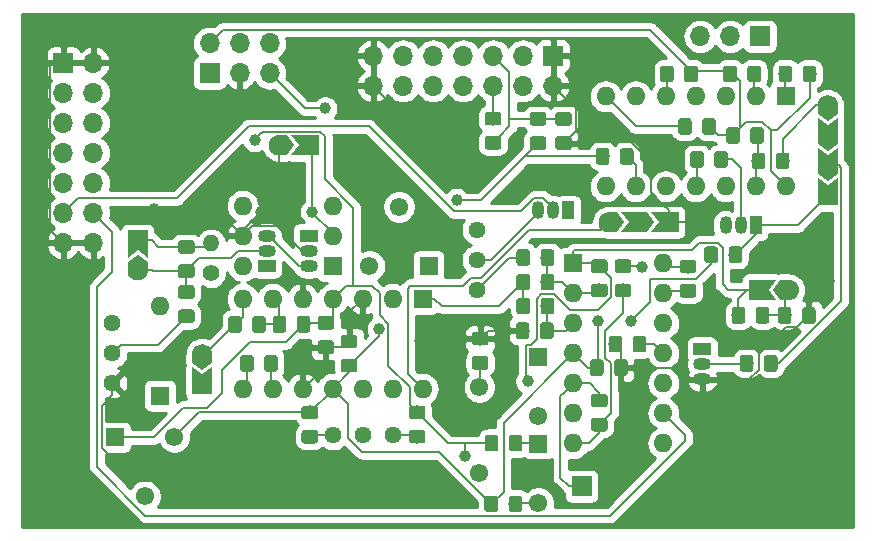
<source format=gbr>
G04 #@! TF.GenerationSoftware,KiCad,Pcbnew,5.1.2*
G04 #@! TF.CreationDate,2019-08-12T01:59:44+02:00*
G04 #@! TF.ProjectId,vco_mk1,76636f5f-6d6b-4312-9e6b-696361645f70,rev?*
G04 #@! TF.SameCoordinates,Original*
G04 #@! TF.FileFunction,Copper,L2,Bot*
G04 #@! TF.FilePolarity,Positive*
%FSLAX46Y46*%
G04 Gerber Fmt 4.6, Leading zero omitted, Abs format (unit mm)*
G04 Created by KiCad (PCBNEW 5.1.2) date 2019-08-12 01:59:44*
%MOMM*%
%LPD*%
G04 APERTURE LIST*
%ADD10R,1.500000X1.050000*%
%ADD11O,1.500000X1.050000*%
%ADD12O,1.600000X1.600000*%
%ADD13R,1.600000X1.600000*%
%ADD14C,0.150000*%
%ADD15C,1.150000*%
%ADD16C,1.440000*%
%ADD17O,1.700000X1.700000*%
%ADD18R,1.700000X1.700000*%
%ADD19C,1.550000*%
%ADD20R,1.550000X1.550000*%
%ADD21O,1.400000X1.400000*%
%ADD22C,1.400000*%
%ADD23R,1.050000X1.500000*%
%ADD24O,1.050000X1.500000*%
%ADD25C,1.700000*%
%ADD26C,1.000000*%
%ADD27C,0.200000*%
%ADD28C,0.254000*%
G04 APERTURE END LIST*
D10*
X196405500Y-149923500D03*
D11*
X196405500Y-152463500D03*
X196405500Y-151193500D03*
D12*
X157480000Y-142875000D03*
X165100000Y-137795000D03*
X157480000Y-140335000D03*
X165100000Y-140335000D03*
X157480000Y-137795000D03*
D13*
X165100000Y-142875000D03*
D11*
X163068000Y-141605000D03*
X163068000Y-142875000D03*
D10*
X163068000Y-140335000D03*
D11*
X159512000Y-141605000D03*
X159512000Y-140335000D03*
D10*
X159512000Y-142875000D03*
D14*
G36*
X183594105Y-147662604D02*
G01*
X183618373Y-147666204D01*
X183642172Y-147672165D01*
X183665271Y-147680430D01*
X183687450Y-147690920D01*
X183708493Y-147703532D01*
X183728199Y-147718147D01*
X183746377Y-147734623D01*
X183762853Y-147752801D01*
X183777468Y-147772507D01*
X183790080Y-147793550D01*
X183800570Y-147815729D01*
X183808835Y-147838828D01*
X183814796Y-147862627D01*
X183818396Y-147886895D01*
X183819600Y-147911399D01*
X183819600Y-148811401D01*
X183818396Y-148835905D01*
X183814796Y-148860173D01*
X183808835Y-148883972D01*
X183800570Y-148907071D01*
X183790080Y-148929250D01*
X183777468Y-148950293D01*
X183762853Y-148969999D01*
X183746377Y-148988177D01*
X183728199Y-149004653D01*
X183708493Y-149019268D01*
X183687450Y-149031880D01*
X183665271Y-149042370D01*
X183642172Y-149050635D01*
X183618373Y-149056596D01*
X183594105Y-149060196D01*
X183569601Y-149061400D01*
X182919599Y-149061400D01*
X182895095Y-149060196D01*
X182870827Y-149056596D01*
X182847028Y-149050635D01*
X182823929Y-149042370D01*
X182801750Y-149031880D01*
X182780707Y-149019268D01*
X182761001Y-149004653D01*
X182742823Y-148988177D01*
X182726347Y-148969999D01*
X182711732Y-148950293D01*
X182699120Y-148929250D01*
X182688630Y-148907071D01*
X182680365Y-148883972D01*
X182674404Y-148860173D01*
X182670804Y-148835905D01*
X182669600Y-148811401D01*
X182669600Y-147911399D01*
X182670804Y-147886895D01*
X182674404Y-147862627D01*
X182680365Y-147838828D01*
X182688630Y-147815729D01*
X182699120Y-147793550D01*
X182711732Y-147772507D01*
X182726347Y-147752801D01*
X182742823Y-147734623D01*
X182761001Y-147718147D01*
X182780707Y-147703532D01*
X182801750Y-147690920D01*
X182823929Y-147680430D01*
X182847028Y-147672165D01*
X182870827Y-147666204D01*
X182895095Y-147662604D01*
X182919599Y-147661400D01*
X183569601Y-147661400D01*
X183594105Y-147662604D01*
X183594105Y-147662604D01*
G37*
D15*
X183244600Y-148361400D03*
D14*
G36*
X181544105Y-147662604D02*
G01*
X181568373Y-147666204D01*
X181592172Y-147672165D01*
X181615271Y-147680430D01*
X181637450Y-147690920D01*
X181658493Y-147703532D01*
X181678199Y-147718147D01*
X181696377Y-147734623D01*
X181712853Y-147752801D01*
X181727468Y-147772507D01*
X181740080Y-147793550D01*
X181750570Y-147815729D01*
X181758835Y-147838828D01*
X181764796Y-147862627D01*
X181768396Y-147886895D01*
X181769600Y-147911399D01*
X181769600Y-148811401D01*
X181768396Y-148835905D01*
X181764796Y-148860173D01*
X181758835Y-148883972D01*
X181750570Y-148907071D01*
X181740080Y-148929250D01*
X181727468Y-148950293D01*
X181712853Y-148969999D01*
X181696377Y-148988177D01*
X181678199Y-149004653D01*
X181658493Y-149019268D01*
X181637450Y-149031880D01*
X181615271Y-149042370D01*
X181592172Y-149050635D01*
X181568373Y-149056596D01*
X181544105Y-149060196D01*
X181519601Y-149061400D01*
X180869599Y-149061400D01*
X180845095Y-149060196D01*
X180820827Y-149056596D01*
X180797028Y-149050635D01*
X180773929Y-149042370D01*
X180751750Y-149031880D01*
X180730707Y-149019268D01*
X180711001Y-149004653D01*
X180692823Y-148988177D01*
X180676347Y-148969999D01*
X180661732Y-148950293D01*
X180649120Y-148929250D01*
X180638630Y-148907071D01*
X180630365Y-148883972D01*
X180624404Y-148860173D01*
X180620804Y-148835905D01*
X180619600Y-148811401D01*
X180619600Y-147911399D01*
X180620804Y-147886895D01*
X180624404Y-147862627D01*
X180630365Y-147838828D01*
X180638630Y-147815729D01*
X180649120Y-147793550D01*
X180661732Y-147772507D01*
X180676347Y-147752801D01*
X180692823Y-147734623D01*
X180711001Y-147718147D01*
X180730707Y-147703532D01*
X180751750Y-147690920D01*
X180773929Y-147680430D01*
X180797028Y-147672165D01*
X180820827Y-147666204D01*
X180845095Y-147662604D01*
X180869599Y-147661400D01*
X181519601Y-147661400D01*
X181544105Y-147662604D01*
X181544105Y-147662604D01*
G37*
D15*
X181194600Y-148361400D03*
D16*
X177292000Y-139827000D03*
X177292000Y-142367000D03*
X177292000Y-144907000D03*
D17*
X168529000Y-127635000D03*
X168529000Y-125095000D03*
X171069000Y-127635000D03*
X171069000Y-125095000D03*
X173609000Y-127635000D03*
X173609000Y-125095000D03*
X176149000Y-127635000D03*
X176149000Y-125095000D03*
X178689000Y-127635000D03*
X178689000Y-125095000D03*
X181229000Y-127635000D03*
X181229000Y-125095000D03*
X183769000Y-127635000D03*
D18*
X183769000Y-125095000D03*
D17*
X144847000Y-140931000D03*
X142307000Y-140931000D03*
X144847000Y-138391000D03*
X142307000Y-138391000D03*
X144847000Y-135851000D03*
X142307000Y-135851000D03*
X144847000Y-133311000D03*
X142307000Y-133311000D03*
X144847000Y-130771000D03*
X142307000Y-130771000D03*
X144847000Y-128231000D03*
X142307000Y-128231000D03*
X144847000Y-125691000D03*
D18*
X142307000Y-125691000D03*
D17*
X159766000Y-124015500D03*
X159766000Y-126555500D03*
X157226000Y-124015500D03*
X157226000Y-126555500D03*
X154686000Y-124015500D03*
D18*
X154686000Y-126555500D03*
D14*
G36*
X179163505Y-129837204D02*
G01*
X179187773Y-129840804D01*
X179211572Y-129846765D01*
X179234671Y-129855030D01*
X179256850Y-129865520D01*
X179277893Y-129878132D01*
X179297599Y-129892747D01*
X179315777Y-129909223D01*
X179332253Y-129927401D01*
X179346868Y-129947107D01*
X179359480Y-129968150D01*
X179369970Y-129990329D01*
X179378235Y-130013428D01*
X179384196Y-130037227D01*
X179387796Y-130061495D01*
X179389000Y-130085999D01*
X179389000Y-130736001D01*
X179387796Y-130760505D01*
X179384196Y-130784773D01*
X179378235Y-130808572D01*
X179369970Y-130831671D01*
X179359480Y-130853850D01*
X179346868Y-130874893D01*
X179332253Y-130894599D01*
X179315777Y-130912777D01*
X179297599Y-130929253D01*
X179277893Y-130943868D01*
X179256850Y-130956480D01*
X179234671Y-130966970D01*
X179211572Y-130975235D01*
X179187773Y-130981196D01*
X179163505Y-130984796D01*
X179139001Y-130986000D01*
X178238999Y-130986000D01*
X178214495Y-130984796D01*
X178190227Y-130981196D01*
X178166428Y-130975235D01*
X178143329Y-130966970D01*
X178121150Y-130956480D01*
X178100107Y-130943868D01*
X178080401Y-130929253D01*
X178062223Y-130912777D01*
X178045747Y-130894599D01*
X178031132Y-130874893D01*
X178018520Y-130853850D01*
X178008030Y-130831671D01*
X177999765Y-130808572D01*
X177993804Y-130784773D01*
X177990204Y-130760505D01*
X177989000Y-130736001D01*
X177989000Y-130085999D01*
X177990204Y-130061495D01*
X177993804Y-130037227D01*
X177999765Y-130013428D01*
X178008030Y-129990329D01*
X178018520Y-129968150D01*
X178031132Y-129947107D01*
X178045747Y-129927401D01*
X178062223Y-129909223D01*
X178080401Y-129892747D01*
X178100107Y-129878132D01*
X178121150Y-129865520D01*
X178143329Y-129855030D01*
X178166428Y-129846765D01*
X178190227Y-129840804D01*
X178214495Y-129837204D01*
X178238999Y-129836000D01*
X179139001Y-129836000D01*
X179163505Y-129837204D01*
X179163505Y-129837204D01*
G37*
D15*
X178689000Y-130411000D03*
D14*
G36*
X179163505Y-131887204D02*
G01*
X179187773Y-131890804D01*
X179211572Y-131896765D01*
X179234671Y-131905030D01*
X179256850Y-131915520D01*
X179277893Y-131928132D01*
X179297599Y-131942747D01*
X179315777Y-131959223D01*
X179332253Y-131977401D01*
X179346868Y-131997107D01*
X179359480Y-132018150D01*
X179369970Y-132040329D01*
X179378235Y-132063428D01*
X179384196Y-132087227D01*
X179387796Y-132111495D01*
X179389000Y-132135999D01*
X179389000Y-132786001D01*
X179387796Y-132810505D01*
X179384196Y-132834773D01*
X179378235Y-132858572D01*
X179369970Y-132881671D01*
X179359480Y-132903850D01*
X179346868Y-132924893D01*
X179332253Y-132944599D01*
X179315777Y-132962777D01*
X179297599Y-132979253D01*
X179277893Y-132993868D01*
X179256850Y-133006480D01*
X179234671Y-133016970D01*
X179211572Y-133025235D01*
X179187773Y-133031196D01*
X179163505Y-133034796D01*
X179139001Y-133036000D01*
X178238999Y-133036000D01*
X178214495Y-133034796D01*
X178190227Y-133031196D01*
X178166428Y-133025235D01*
X178143329Y-133016970D01*
X178121150Y-133006480D01*
X178100107Y-132993868D01*
X178080401Y-132979253D01*
X178062223Y-132962777D01*
X178045747Y-132944599D01*
X178031132Y-132924893D01*
X178018520Y-132903850D01*
X178008030Y-132881671D01*
X177999765Y-132858572D01*
X177993804Y-132834773D01*
X177990204Y-132810505D01*
X177989000Y-132786001D01*
X177989000Y-132135999D01*
X177990204Y-132111495D01*
X177993804Y-132087227D01*
X177999765Y-132063428D01*
X178008030Y-132040329D01*
X178018520Y-132018150D01*
X178031132Y-131997107D01*
X178045747Y-131977401D01*
X178062223Y-131959223D01*
X178080401Y-131942747D01*
X178100107Y-131928132D01*
X178121150Y-131915520D01*
X178143329Y-131905030D01*
X178166428Y-131896765D01*
X178190227Y-131890804D01*
X178214495Y-131887204D01*
X178238999Y-131886000D01*
X179139001Y-131886000D01*
X179163505Y-131887204D01*
X179163505Y-131887204D01*
G37*
D15*
X178689000Y-132461000D03*
D12*
X203454000Y-136144000D03*
X188214000Y-128524000D03*
X200914000Y-136144000D03*
X190754000Y-128524000D03*
X198374000Y-136144000D03*
X193294000Y-128524000D03*
X195834000Y-136144000D03*
X195834000Y-128524000D03*
X193294000Y-136144000D03*
X198374000Y-128524000D03*
X190754000Y-136144000D03*
X200914000Y-128524000D03*
X188214000Y-136144000D03*
D13*
X203454000Y-128524000D03*
D12*
X193116200Y-142646400D03*
X185496200Y-157886400D03*
X193116200Y-145186400D03*
X185496200Y-155346400D03*
X193116200Y-147726400D03*
X185496200Y-152806400D03*
X193116200Y-150266400D03*
X185496200Y-150266400D03*
X193116200Y-152806400D03*
X185496200Y-147726400D03*
X193116200Y-155346400D03*
X185496200Y-145186400D03*
X193116200Y-157886400D03*
D13*
X185496200Y-142646400D03*
D12*
X172720000Y-153289000D03*
X157480000Y-145669000D03*
X170180000Y-153289000D03*
X160020000Y-145669000D03*
X167640000Y-153289000D03*
X162560000Y-145669000D03*
X165100000Y-153289000D03*
X165100000Y-145669000D03*
X162560000Y-153289000D03*
X167640000Y-145669000D03*
X160020000Y-153289000D03*
X170180000Y-145669000D03*
X157480000Y-153289000D03*
D13*
X172720000Y-145669000D03*
D19*
X149210400Y-162378400D03*
D20*
X146710400Y-157378400D03*
D19*
X151710400Y-157378400D03*
D14*
G36*
X199549005Y-141223704D02*
G01*
X199573273Y-141227304D01*
X199597072Y-141233265D01*
X199620171Y-141241530D01*
X199642350Y-141252020D01*
X199663393Y-141264632D01*
X199683099Y-141279247D01*
X199701277Y-141295723D01*
X199717753Y-141313901D01*
X199732368Y-141333607D01*
X199744980Y-141354650D01*
X199755470Y-141376829D01*
X199763735Y-141399928D01*
X199769696Y-141423727D01*
X199773296Y-141447995D01*
X199774500Y-141472499D01*
X199774500Y-142372501D01*
X199773296Y-142397005D01*
X199769696Y-142421273D01*
X199763735Y-142445072D01*
X199755470Y-142468171D01*
X199744980Y-142490350D01*
X199732368Y-142511393D01*
X199717753Y-142531099D01*
X199701277Y-142549277D01*
X199683099Y-142565753D01*
X199663393Y-142580368D01*
X199642350Y-142592980D01*
X199620171Y-142603470D01*
X199597072Y-142611735D01*
X199573273Y-142617696D01*
X199549005Y-142621296D01*
X199524501Y-142622500D01*
X198874499Y-142622500D01*
X198849995Y-142621296D01*
X198825727Y-142617696D01*
X198801928Y-142611735D01*
X198778829Y-142603470D01*
X198756650Y-142592980D01*
X198735607Y-142580368D01*
X198715901Y-142565753D01*
X198697723Y-142549277D01*
X198681247Y-142531099D01*
X198666632Y-142511393D01*
X198654020Y-142490350D01*
X198643530Y-142468171D01*
X198635265Y-142445072D01*
X198629304Y-142421273D01*
X198625704Y-142397005D01*
X198624500Y-142372501D01*
X198624500Y-141472499D01*
X198625704Y-141447995D01*
X198629304Y-141423727D01*
X198635265Y-141399928D01*
X198643530Y-141376829D01*
X198654020Y-141354650D01*
X198666632Y-141333607D01*
X198681247Y-141313901D01*
X198697723Y-141295723D01*
X198715901Y-141279247D01*
X198735607Y-141264632D01*
X198756650Y-141252020D01*
X198778829Y-141241530D01*
X198801928Y-141233265D01*
X198825727Y-141227304D01*
X198849995Y-141223704D01*
X198874499Y-141222500D01*
X199524501Y-141222500D01*
X199549005Y-141223704D01*
X199549005Y-141223704D01*
G37*
D15*
X199199500Y-141922500D03*
D14*
G36*
X197499005Y-141223704D02*
G01*
X197523273Y-141227304D01*
X197547072Y-141233265D01*
X197570171Y-141241530D01*
X197592350Y-141252020D01*
X197613393Y-141264632D01*
X197633099Y-141279247D01*
X197651277Y-141295723D01*
X197667753Y-141313901D01*
X197682368Y-141333607D01*
X197694980Y-141354650D01*
X197705470Y-141376829D01*
X197713735Y-141399928D01*
X197719696Y-141423727D01*
X197723296Y-141447995D01*
X197724500Y-141472499D01*
X197724500Y-142372501D01*
X197723296Y-142397005D01*
X197719696Y-142421273D01*
X197713735Y-142445072D01*
X197705470Y-142468171D01*
X197694980Y-142490350D01*
X197682368Y-142511393D01*
X197667753Y-142531099D01*
X197651277Y-142549277D01*
X197633099Y-142565753D01*
X197613393Y-142580368D01*
X197592350Y-142592980D01*
X197570171Y-142603470D01*
X197547072Y-142611735D01*
X197523273Y-142617696D01*
X197499005Y-142621296D01*
X197474501Y-142622500D01*
X196824499Y-142622500D01*
X196799995Y-142621296D01*
X196775727Y-142617696D01*
X196751928Y-142611735D01*
X196728829Y-142603470D01*
X196706650Y-142592980D01*
X196685607Y-142580368D01*
X196665901Y-142565753D01*
X196647723Y-142549277D01*
X196631247Y-142531099D01*
X196616632Y-142511393D01*
X196604020Y-142490350D01*
X196593530Y-142468171D01*
X196585265Y-142445072D01*
X196579304Y-142421273D01*
X196575704Y-142397005D01*
X196574500Y-142372501D01*
X196574500Y-141472499D01*
X196575704Y-141447995D01*
X196579304Y-141423727D01*
X196585265Y-141399928D01*
X196593530Y-141376829D01*
X196604020Y-141354650D01*
X196616632Y-141333607D01*
X196631247Y-141313901D01*
X196647723Y-141295723D01*
X196665901Y-141279247D01*
X196685607Y-141264632D01*
X196706650Y-141252020D01*
X196728829Y-141241530D01*
X196751928Y-141233265D01*
X196775727Y-141227304D01*
X196799995Y-141223704D01*
X196824499Y-141222500D01*
X197474501Y-141222500D01*
X197499005Y-141223704D01*
X197499005Y-141223704D01*
G37*
D15*
X197149500Y-141922500D03*
D14*
G36*
X196301505Y-133159204D02*
G01*
X196325773Y-133162804D01*
X196349572Y-133168765D01*
X196372671Y-133177030D01*
X196394850Y-133187520D01*
X196415893Y-133200132D01*
X196435599Y-133214747D01*
X196453777Y-133231223D01*
X196470253Y-133249401D01*
X196484868Y-133269107D01*
X196497480Y-133290150D01*
X196507970Y-133312329D01*
X196516235Y-133335428D01*
X196522196Y-133359227D01*
X196525796Y-133383495D01*
X196527000Y-133407999D01*
X196527000Y-134308001D01*
X196525796Y-134332505D01*
X196522196Y-134356773D01*
X196516235Y-134380572D01*
X196507970Y-134403671D01*
X196497480Y-134425850D01*
X196484868Y-134446893D01*
X196470253Y-134466599D01*
X196453777Y-134484777D01*
X196435599Y-134501253D01*
X196415893Y-134515868D01*
X196394850Y-134528480D01*
X196372671Y-134538970D01*
X196349572Y-134547235D01*
X196325773Y-134553196D01*
X196301505Y-134556796D01*
X196277001Y-134558000D01*
X195626999Y-134558000D01*
X195602495Y-134556796D01*
X195578227Y-134553196D01*
X195554428Y-134547235D01*
X195531329Y-134538970D01*
X195509150Y-134528480D01*
X195488107Y-134515868D01*
X195468401Y-134501253D01*
X195450223Y-134484777D01*
X195433747Y-134466599D01*
X195419132Y-134446893D01*
X195406520Y-134425850D01*
X195396030Y-134403671D01*
X195387765Y-134380572D01*
X195381804Y-134356773D01*
X195378204Y-134332505D01*
X195377000Y-134308001D01*
X195377000Y-133407999D01*
X195378204Y-133383495D01*
X195381804Y-133359227D01*
X195387765Y-133335428D01*
X195396030Y-133312329D01*
X195406520Y-133290150D01*
X195419132Y-133269107D01*
X195433747Y-133249401D01*
X195450223Y-133231223D01*
X195468401Y-133214747D01*
X195488107Y-133200132D01*
X195509150Y-133187520D01*
X195531329Y-133177030D01*
X195554428Y-133168765D01*
X195578227Y-133162804D01*
X195602495Y-133159204D01*
X195626999Y-133158000D01*
X196277001Y-133158000D01*
X196301505Y-133159204D01*
X196301505Y-133159204D01*
G37*
D15*
X195952000Y-133858000D03*
D14*
G36*
X198351505Y-133159204D02*
G01*
X198375773Y-133162804D01*
X198399572Y-133168765D01*
X198422671Y-133177030D01*
X198444850Y-133187520D01*
X198465893Y-133200132D01*
X198485599Y-133214747D01*
X198503777Y-133231223D01*
X198520253Y-133249401D01*
X198534868Y-133269107D01*
X198547480Y-133290150D01*
X198557970Y-133312329D01*
X198566235Y-133335428D01*
X198572196Y-133359227D01*
X198575796Y-133383495D01*
X198577000Y-133407999D01*
X198577000Y-134308001D01*
X198575796Y-134332505D01*
X198572196Y-134356773D01*
X198566235Y-134380572D01*
X198557970Y-134403671D01*
X198547480Y-134425850D01*
X198534868Y-134446893D01*
X198520253Y-134466599D01*
X198503777Y-134484777D01*
X198485599Y-134501253D01*
X198465893Y-134515868D01*
X198444850Y-134528480D01*
X198422671Y-134538970D01*
X198399572Y-134547235D01*
X198375773Y-134553196D01*
X198351505Y-134556796D01*
X198327001Y-134558000D01*
X197676999Y-134558000D01*
X197652495Y-134556796D01*
X197628227Y-134553196D01*
X197604428Y-134547235D01*
X197581329Y-134538970D01*
X197559150Y-134528480D01*
X197538107Y-134515868D01*
X197518401Y-134501253D01*
X197500223Y-134484777D01*
X197483747Y-134466599D01*
X197469132Y-134446893D01*
X197456520Y-134425850D01*
X197446030Y-134403671D01*
X197437765Y-134380572D01*
X197431804Y-134356773D01*
X197428204Y-134332505D01*
X197427000Y-134308001D01*
X197427000Y-133407999D01*
X197428204Y-133383495D01*
X197431804Y-133359227D01*
X197437765Y-133335428D01*
X197446030Y-133312329D01*
X197456520Y-133290150D01*
X197469132Y-133269107D01*
X197483747Y-133249401D01*
X197500223Y-133231223D01*
X197518401Y-133214747D01*
X197538107Y-133200132D01*
X197559150Y-133187520D01*
X197581329Y-133177030D01*
X197604428Y-133168765D01*
X197628227Y-133162804D01*
X197652495Y-133159204D01*
X197676999Y-133158000D01*
X198327001Y-133158000D01*
X198351505Y-133159204D01*
X198351505Y-133159204D01*
G37*
D15*
X198002000Y-133858000D03*
D14*
G36*
X201508505Y-133286204D02*
G01*
X201532773Y-133289804D01*
X201556572Y-133295765D01*
X201579671Y-133304030D01*
X201601850Y-133314520D01*
X201622893Y-133327132D01*
X201642599Y-133341747D01*
X201660777Y-133358223D01*
X201677253Y-133376401D01*
X201691868Y-133396107D01*
X201704480Y-133417150D01*
X201714970Y-133439329D01*
X201723235Y-133462428D01*
X201729196Y-133486227D01*
X201732796Y-133510495D01*
X201734000Y-133534999D01*
X201734000Y-134435001D01*
X201732796Y-134459505D01*
X201729196Y-134483773D01*
X201723235Y-134507572D01*
X201714970Y-134530671D01*
X201704480Y-134552850D01*
X201691868Y-134573893D01*
X201677253Y-134593599D01*
X201660777Y-134611777D01*
X201642599Y-134628253D01*
X201622893Y-134642868D01*
X201601850Y-134655480D01*
X201579671Y-134665970D01*
X201556572Y-134674235D01*
X201532773Y-134680196D01*
X201508505Y-134683796D01*
X201484001Y-134685000D01*
X200833999Y-134685000D01*
X200809495Y-134683796D01*
X200785227Y-134680196D01*
X200761428Y-134674235D01*
X200738329Y-134665970D01*
X200716150Y-134655480D01*
X200695107Y-134642868D01*
X200675401Y-134628253D01*
X200657223Y-134611777D01*
X200640747Y-134593599D01*
X200626132Y-134573893D01*
X200613520Y-134552850D01*
X200603030Y-134530671D01*
X200594765Y-134507572D01*
X200588804Y-134483773D01*
X200585204Y-134459505D01*
X200584000Y-134435001D01*
X200584000Y-133534999D01*
X200585204Y-133510495D01*
X200588804Y-133486227D01*
X200594765Y-133462428D01*
X200603030Y-133439329D01*
X200613520Y-133417150D01*
X200626132Y-133396107D01*
X200640747Y-133376401D01*
X200657223Y-133358223D01*
X200675401Y-133341747D01*
X200695107Y-133327132D01*
X200716150Y-133314520D01*
X200738329Y-133304030D01*
X200761428Y-133295765D01*
X200785227Y-133289804D01*
X200809495Y-133286204D01*
X200833999Y-133285000D01*
X201484001Y-133285000D01*
X201508505Y-133286204D01*
X201508505Y-133286204D01*
G37*
D15*
X201159000Y-133985000D03*
D14*
G36*
X203558505Y-133286204D02*
G01*
X203582773Y-133289804D01*
X203606572Y-133295765D01*
X203629671Y-133304030D01*
X203651850Y-133314520D01*
X203672893Y-133327132D01*
X203692599Y-133341747D01*
X203710777Y-133358223D01*
X203727253Y-133376401D01*
X203741868Y-133396107D01*
X203754480Y-133417150D01*
X203764970Y-133439329D01*
X203773235Y-133462428D01*
X203779196Y-133486227D01*
X203782796Y-133510495D01*
X203784000Y-133534999D01*
X203784000Y-134435001D01*
X203782796Y-134459505D01*
X203779196Y-134483773D01*
X203773235Y-134507572D01*
X203764970Y-134530671D01*
X203754480Y-134552850D01*
X203741868Y-134573893D01*
X203727253Y-134593599D01*
X203710777Y-134611777D01*
X203692599Y-134628253D01*
X203672893Y-134642868D01*
X203651850Y-134655480D01*
X203629671Y-134665970D01*
X203606572Y-134674235D01*
X203582773Y-134680196D01*
X203558505Y-134683796D01*
X203534001Y-134685000D01*
X202883999Y-134685000D01*
X202859495Y-134683796D01*
X202835227Y-134680196D01*
X202811428Y-134674235D01*
X202788329Y-134665970D01*
X202766150Y-134655480D01*
X202745107Y-134642868D01*
X202725401Y-134628253D01*
X202707223Y-134611777D01*
X202690747Y-134593599D01*
X202676132Y-134573893D01*
X202663520Y-134552850D01*
X202653030Y-134530671D01*
X202644765Y-134507572D01*
X202638804Y-134483773D01*
X202635204Y-134459505D01*
X202634000Y-134435001D01*
X202634000Y-133534999D01*
X202635204Y-133510495D01*
X202638804Y-133486227D01*
X202644765Y-133462428D01*
X202653030Y-133439329D01*
X202663520Y-133417150D01*
X202676132Y-133396107D01*
X202690747Y-133376401D01*
X202707223Y-133358223D01*
X202725401Y-133341747D01*
X202745107Y-133327132D01*
X202766150Y-133314520D01*
X202788329Y-133304030D01*
X202811428Y-133295765D01*
X202835227Y-133289804D01*
X202859495Y-133286204D01*
X202883999Y-133285000D01*
X203534001Y-133285000D01*
X203558505Y-133286204D01*
X203558505Y-133286204D01*
G37*
D15*
X203209000Y-133985000D03*
D14*
G36*
X188309505Y-132905204D02*
G01*
X188333773Y-132908804D01*
X188357572Y-132914765D01*
X188380671Y-132923030D01*
X188402850Y-132933520D01*
X188423893Y-132946132D01*
X188443599Y-132960747D01*
X188461777Y-132977223D01*
X188478253Y-132995401D01*
X188492868Y-133015107D01*
X188505480Y-133036150D01*
X188515970Y-133058329D01*
X188524235Y-133081428D01*
X188530196Y-133105227D01*
X188533796Y-133129495D01*
X188535000Y-133153999D01*
X188535000Y-134054001D01*
X188533796Y-134078505D01*
X188530196Y-134102773D01*
X188524235Y-134126572D01*
X188515970Y-134149671D01*
X188505480Y-134171850D01*
X188492868Y-134192893D01*
X188478253Y-134212599D01*
X188461777Y-134230777D01*
X188443599Y-134247253D01*
X188423893Y-134261868D01*
X188402850Y-134274480D01*
X188380671Y-134284970D01*
X188357572Y-134293235D01*
X188333773Y-134299196D01*
X188309505Y-134302796D01*
X188285001Y-134304000D01*
X187634999Y-134304000D01*
X187610495Y-134302796D01*
X187586227Y-134299196D01*
X187562428Y-134293235D01*
X187539329Y-134284970D01*
X187517150Y-134274480D01*
X187496107Y-134261868D01*
X187476401Y-134247253D01*
X187458223Y-134230777D01*
X187441747Y-134212599D01*
X187427132Y-134192893D01*
X187414520Y-134171850D01*
X187404030Y-134149671D01*
X187395765Y-134126572D01*
X187389804Y-134102773D01*
X187386204Y-134078505D01*
X187385000Y-134054001D01*
X187385000Y-133153999D01*
X187386204Y-133129495D01*
X187389804Y-133105227D01*
X187395765Y-133081428D01*
X187404030Y-133058329D01*
X187414520Y-133036150D01*
X187427132Y-133015107D01*
X187441747Y-132995401D01*
X187458223Y-132977223D01*
X187476401Y-132960747D01*
X187496107Y-132946132D01*
X187517150Y-132933520D01*
X187539329Y-132923030D01*
X187562428Y-132914765D01*
X187586227Y-132908804D01*
X187610495Y-132905204D01*
X187634999Y-132904000D01*
X188285001Y-132904000D01*
X188309505Y-132905204D01*
X188309505Y-132905204D01*
G37*
D15*
X187960000Y-133604000D03*
D14*
G36*
X190359505Y-132905204D02*
G01*
X190383773Y-132908804D01*
X190407572Y-132914765D01*
X190430671Y-132923030D01*
X190452850Y-132933520D01*
X190473893Y-132946132D01*
X190493599Y-132960747D01*
X190511777Y-132977223D01*
X190528253Y-132995401D01*
X190542868Y-133015107D01*
X190555480Y-133036150D01*
X190565970Y-133058329D01*
X190574235Y-133081428D01*
X190580196Y-133105227D01*
X190583796Y-133129495D01*
X190585000Y-133153999D01*
X190585000Y-134054001D01*
X190583796Y-134078505D01*
X190580196Y-134102773D01*
X190574235Y-134126572D01*
X190565970Y-134149671D01*
X190555480Y-134171850D01*
X190542868Y-134192893D01*
X190528253Y-134212599D01*
X190511777Y-134230777D01*
X190493599Y-134247253D01*
X190473893Y-134261868D01*
X190452850Y-134274480D01*
X190430671Y-134284970D01*
X190407572Y-134293235D01*
X190383773Y-134299196D01*
X190359505Y-134302796D01*
X190335001Y-134304000D01*
X189684999Y-134304000D01*
X189660495Y-134302796D01*
X189636227Y-134299196D01*
X189612428Y-134293235D01*
X189589329Y-134284970D01*
X189567150Y-134274480D01*
X189546107Y-134261868D01*
X189526401Y-134247253D01*
X189508223Y-134230777D01*
X189491747Y-134212599D01*
X189477132Y-134192893D01*
X189464520Y-134171850D01*
X189454030Y-134149671D01*
X189445765Y-134126572D01*
X189439804Y-134102773D01*
X189436204Y-134078505D01*
X189435000Y-134054001D01*
X189435000Y-133153999D01*
X189436204Y-133129495D01*
X189439804Y-133105227D01*
X189445765Y-133081428D01*
X189454030Y-133058329D01*
X189464520Y-133036150D01*
X189477132Y-133015107D01*
X189491747Y-132995401D01*
X189508223Y-132977223D01*
X189526401Y-132960747D01*
X189546107Y-132946132D01*
X189567150Y-132933520D01*
X189589329Y-132923030D01*
X189612428Y-132914765D01*
X189636227Y-132908804D01*
X189660495Y-132905204D01*
X189684999Y-132904000D01*
X190335001Y-132904000D01*
X190359505Y-132905204D01*
X190359505Y-132905204D01*
G37*
D15*
X190010000Y-133604000D03*
D14*
G36*
X199349505Y-131127204D02*
G01*
X199373773Y-131130804D01*
X199397572Y-131136765D01*
X199420671Y-131145030D01*
X199442850Y-131155520D01*
X199463893Y-131168132D01*
X199483599Y-131182747D01*
X199501777Y-131199223D01*
X199518253Y-131217401D01*
X199532868Y-131237107D01*
X199545480Y-131258150D01*
X199555970Y-131280329D01*
X199564235Y-131303428D01*
X199570196Y-131327227D01*
X199573796Y-131351495D01*
X199575000Y-131375999D01*
X199575000Y-132276001D01*
X199573796Y-132300505D01*
X199570196Y-132324773D01*
X199564235Y-132348572D01*
X199555970Y-132371671D01*
X199545480Y-132393850D01*
X199532868Y-132414893D01*
X199518253Y-132434599D01*
X199501777Y-132452777D01*
X199483599Y-132469253D01*
X199463893Y-132483868D01*
X199442850Y-132496480D01*
X199420671Y-132506970D01*
X199397572Y-132515235D01*
X199373773Y-132521196D01*
X199349505Y-132524796D01*
X199325001Y-132526000D01*
X198674999Y-132526000D01*
X198650495Y-132524796D01*
X198626227Y-132521196D01*
X198602428Y-132515235D01*
X198579329Y-132506970D01*
X198557150Y-132496480D01*
X198536107Y-132483868D01*
X198516401Y-132469253D01*
X198498223Y-132452777D01*
X198481747Y-132434599D01*
X198467132Y-132414893D01*
X198454520Y-132393850D01*
X198444030Y-132371671D01*
X198435765Y-132348572D01*
X198429804Y-132324773D01*
X198426204Y-132300505D01*
X198425000Y-132276001D01*
X198425000Y-131375999D01*
X198426204Y-131351495D01*
X198429804Y-131327227D01*
X198435765Y-131303428D01*
X198444030Y-131280329D01*
X198454520Y-131258150D01*
X198467132Y-131237107D01*
X198481747Y-131217401D01*
X198498223Y-131199223D01*
X198516401Y-131182747D01*
X198536107Y-131168132D01*
X198557150Y-131155520D01*
X198579329Y-131145030D01*
X198602428Y-131136765D01*
X198626227Y-131130804D01*
X198650495Y-131127204D01*
X198674999Y-131126000D01*
X199325001Y-131126000D01*
X199349505Y-131127204D01*
X199349505Y-131127204D01*
G37*
D15*
X199000000Y-131826000D03*
D14*
G36*
X201399505Y-131127204D02*
G01*
X201423773Y-131130804D01*
X201447572Y-131136765D01*
X201470671Y-131145030D01*
X201492850Y-131155520D01*
X201513893Y-131168132D01*
X201533599Y-131182747D01*
X201551777Y-131199223D01*
X201568253Y-131217401D01*
X201582868Y-131237107D01*
X201595480Y-131258150D01*
X201605970Y-131280329D01*
X201614235Y-131303428D01*
X201620196Y-131327227D01*
X201623796Y-131351495D01*
X201625000Y-131375999D01*
X201625000Y-132276001D01*
X201623796Y-132300505D01*
X201620196Y-132324773D01*
X201614235Y-132348572D01*
X201605970Y-132371671D01*
X201595480Y-132393850D01*
X201582868Y-132414893D01*
X201568253Y-132434599D01*
X201551777Y-132452777D01*
X201533599Y-132469253D01*
X201513893Y-132483868D01*
X201492850Y-132496480D01*
X201470671Y-132506970D01*
X201447572Y-132515235D01*
X201423773Y-132521196D01*
X201399505Y-132524796D01*
X201375001Y-132526000D01*
X200724999Y-132526000D01*
X200700495Y-132524796D01*
X200676227Y-132521196D01*
X200652428Y-132515235D01*
X200629329Y-132506970D01*
X200607150Y-132496480D01*
X200586107Y-132483868D01*
X200566401Y-132469253D01*
X200548223Y-132452777D01*
X200531747Y-132434599D01*
X200517132Y-132414893D01*
X200504520Y-132393850D01*
X200494030Y-132371671D01*
X200485765Y-132348572D01*
X200479804Y-132324773D01*
X200476204Y-132300505D01*
X200475000Y-132276001D01*
X200475000Y-131375999D01*
X200476204Y-131351495D01*
X200479804Y-131327227D01*
X200485765Y-131303428D01*
X200494030Y-131280329D01*
X200504520Y-131258150D01*
X200517132Y-131237107D01*
X200531747Y-131217401D01*
X200548223Y-131199223D01*
X200566401Y-131182747D01*
X200586107Y-131168132D01*
X200607150Y-131155520D01*
X200629329Y-131145030D01*
X200652428Y-131136765D01*
X200676227Y-131130804D01*
X200700495Y-131127204D01*
X200724999Y-131126000D01*
X201375001Y-131126000D01*
X201399505Y-131127204D01*
X201399505Y-131127204D01*
G37*
D15*
X201050000Y-131826000D03*
D14*
G36*
X195802505Y-125920204D02*
G01*
X195826773Y-125923804D01*
X195850572Y-125929765D01*
X195873671Y-125938030D01*
X195895850Y-125948520D01*
X195916893Y-125961132D01*
X195936599Y-125975747D01*
X195954777Y-125992223D01*
X195971253Y-126010401D01*
X195985868Y-126030107D01*
X195998480Y-126051150D01*
X196008970Y-126073329D01*
X196017235Y-126096428D01*
X196023196Y-126120227D01*
X196026796Y-126144495D01*
X196028000Y-126168999D01*
X196028000Y-127069001D01*
X196026796Y-127093505D01*
X196023196Y-127117773D01*
X196017235Y-127141572D01*
X196008970Y-127164671D01*
X195998480Y-127186850D01*
X195985868Y-127207893D01*
X195971253Y-127227599D01*
X195954777Y-127245777D01*
X195936599Y-127262253D01*
X195916893Y-127276868D01*
X195895850Y-127289480D01*
X195873671Y-127299970D01*
X195850572Y-127308235D01*
X195826773Y-127314196D01*
X195802505Y-127317796D01*
X195778001Y-127319000D01*
X195127999Y-127319000D01*
X195103495Y-127317796D01*
X195079227Y-127314196D01*
X195055428Y-127308235D01*
X195032329Y-127299970D01*
X195010150Y-127289480D01*
X194989107Y-127276868D01*
X194969401Y-127262253D01*
X194951223Y-127245777D01*
X194934747Y-127227599D01*
X194920132Y-127207893D01*
X194907520Y-127186850D01*
X194897030Y-127164671D01*
X194888765Y-127141572D01*
X194882804Y-127117773D01*
X194879204Y-127093505D01*
X194878000Y-127069001D01*
X194878000Y-126168999D01*
X194879204Y-126144495D01*
X194882804Y-126120227D01*
X194888765Y-126096428D01*
X194897030Y-126073329D01*
X194907520Y-126051150D01*
X194920132Y-126030107D01*
X194934747Y-126010401D01*
X194951223Y-125992223D01*
X194969401Y-125975747D01*
X194989107Y-125961132D01*
X195010150Y-125948520D01*
X195032329Y-125938030D01*
X195055428Y-125929765D01*
X195079227Y-125923804D01*
X195103495Y-125920204D01*
X195127999Y-125919000D01*
X195778001Y-125919000D01*
X195802505Y-125920204D01*
X195802505Y-125920204D01*
G37*
D15*
X195453000Y-126619000D03*
D14*
G36*
X193752505Y-125920204D02*
G01*
X193776773Y-125923804D01*
X193800572Y-125929765D01*
X193823671Y-125938030D01*
X193845850Y-125948520D01*
X193866893Y-125961132D01*
X193886599Y-125975747D01*
X193904777Y-125992223D01*
X193921253Y-126010401D01*
X193935868Y-126030107D01*
X193948480Y-126051150D01*
X193958970Y-126073329D01*
X193967235Y-126096428D01*
X193973196Y-126120227D01*
X193976796Y-126144495D01*
X193978000Y-126168999D01*
X193978000Y-127069001D01*
X193976796Y-127093505D01*
X193973196Y-127117773D01*
X193967235Y-127141572D01*
X193958970Y-127164671D01*
X193948480Y-127186850D01*
X193935868Y-127207893D01*
X193921253Y-127227599D01*
X193904777Y-127245777D01*
X193886599Y-127262253D01*
X193866893Y-127276868D01*
X193845850Y-127289480D01*
X193823671Y-127299970D01*
X193800572Y-127308235D01*
X193776773Y-127314196D01*
X193752505Y-127317796D01*
X193728001Y-127319000D01*
X193077999Y-127319000D01*
X193053495Y-127317796D01*
X193029227Y-127314196D01*
X193005428Y-127308235D01*
X192982329Y-127299970D01*
X192960150Y-127289480D01*
X192939107Y-127276868D01*
X192919401Y-127262253D01*
X192901223Y-127245777D01*
X192884747Y-127227599D01*
X192870132Y-127207893D01*
X192857520Y-127186850D01*
X192847030Y-127164671D01*
X192838765Y-127141572D01*
X192832804Y-127117773D01*
X192829204Y-127093505D01*
X192828000Y-127069001D01*
X192828000Y-126168999D01*
X192829204Y-126144495D01*
X192832804Y-126120227D01*
X192838765Y-126096428D01*
X192847030Y-126073329D01*
X192857520Y-126051150D01*
X192870132Y-126030107D01*
X192884747Y-126010401D01*
X192901223Y-125992223D01*
X192919401Y-125975747D01*
X192939107Y-125961132D01*
X192960150Y-125948520D01*
X192982329Y-125938030D01*
X193005428Y-125929765D01*
X193029227Y-125923804D01*
X193053495Y-125920204D01*
X193077999Y-125919000D01*
X193728001Y-125919000D01*
X193752505Y-125920204D01*
X193752505Y-125920204D01*
G37*
D15*
X193403000Y-126619000D03*
D14*
G36*
X199104505Y-125920204D02*
G01*
X199128773Y-125923804D01*
X199152572Y-125929765D01*
X199175671Y-125938030D01*
X199197850Y-125948520D01*
X199218893Y-125961132D01*
X199238599Y-125975747D01*
X199256777Y-125992223D01*
X199273253Y-126010401D01*
X199287868Y-126030107D01*
X199300480Y-126051150D01*
X199310970Y-126073329D01*
X199319235Y-126096428D01*
X199325196Y-126120227D01*
X199328796Y-126144495D01*
X199330000Y-126168999D01*
X199330000Y-127069001D01*
X199328796Y-127093505D01*
X199325196Y-127117773D01*
X199319235Y-127141572D01*
X199310970Y-127164671D01*
X199300480Y-127186850D01*
X199287868Y-127207893D01*
X199273253Y-127227599D01*
X199256777Y-127245777D01*
X199238599Y-127262253D01*
X199218893Y-127276868D01*
X199197850Y-127289480D01*
X199175671Y-127299970D01*
X199152572Y-127308235D01*
X199128773Y-127314196D01*
X199104505Y-127317796D01*
X199080001Y-127319000D01*
X198429999Y-127319000D01*
X198405495Y-127317796D01*
X198381227Y-127314196D01*
X198357428Y-127308235D01*
X198334329Y-127299970D01*
X198312150Y-127289480D01*
X198291107Y-127276868D01*
X198271401Y-127262253D01*
X198253223Y-127245777D01*
X198236747Y-127227599D01*
X198222132Y-127207893D01*
X198209520Y-127186850D01*
X198199030Y-127164671D01*
X198190765Y-127141572D01*
X198184804Y-127117773D01*
X198181204Y-127093505D01*
X198180000Y-127069001D01*
X198180000Y-126168999D01*
X198181204Y-126144495D01*
X198184804Y-126120227D01*
X198190765Y-126096428D01*
X198199030Y-126073329D01*
X198209520Y-126051150D01*
X198222132Y-126030107D01*
X198236747Y-126010401D01*
X198253223Y-125992223D01*
X198271401Y-125975747D01*
X198291107Y-125961132D01*
X198312150Y-125948520D01*
X198334329Y-125938030D01*
X198357428Y-125929765D01*
X198381227Y-125923804D01*
X198405495Y-125920204D01*
X198429999Y-125919000D01*
X199080001Y-125919000D01*
X199104505Y-125920204D01*
X199104505Y-125920204D01*
G37*
D15*
X198755000Y-126619000D03*
D14*
G36*
X201154505Y-125920204D02*
G01*
X201178773Y-125923804D01*
X201202572Y-125929765D01*
X201225671Y-125938030D01*
X201247850Y-125948520D01*
X201268893Y-125961132D01*
X201288599Y-125975747D01*
X201306777Y-125992223D01*
X201323253Y-126010401D01*
X201337868Y-126030107D01*
X201350480Y-126051150D01*
X201360970Y-126073329D01*
X201369235Y-126096428D01*
X201375196Y-126120227D01*
X201378796Y-126144495D01*
X201380000Y-126168999D01*
X201380000Y-127069001D01*
X201378796Y-127093505D01*
X201375196Y-127117773D01*
X201369235Y-127141572D01*
X201360970Y-127164671D01*
X201350480Y-127186850D01*
X201337868Y-127207893D01*
X201323253Y-127227599D01*
X201306777Y-127245777D01*
X201288599Y-127262253D01*
X201268893Y-127276868D01*
X201247850Y-127289480D01*
X201225671Y-127299970D01*
X201202572Y-127308235D01*
X201178773Y-127314196D01*
X201154505Y-127317796D01*
X201130001Y-127319000D01*
X200479999Y-127319000D01*
X200455495Y-127317796D01*
X200431227Y-127314196D01*
X200407428Y-127308235D01*
X200384329Y-127299970D01*
X200362150Y-127289480D01*
X200341107Y-127276868D01*
X200321401Y-127262253D01*
X200303223Y-127245777D01*
X200286747Y-127227599D01*
X200272132Y-127207893D01*
X200259520Y-127186850D01*
X200249030Y-127164671D01*
X200240765Y-127141572D01*
X200234804Y-127117773D01*
X200231204Y-127093505D01*
X200230000Y-127069001D01*
X200230000Y-126168999D01*
X200231204Y-126144495D01*
X200234804Y-126120227D01*
X200240765Y-126096428D01*
X200249030Y-126073329D01*
X200259520Y-126051150D01*
X200272132Y-126030107D01*
X200286747Y-126010401D01*
X200303223Y-125992223D01*
X200321401Y-125975747D01*
X200341107Y-125961132D01*
X200362150Y-125948520D01*
X200384329Y-125938030D01*
X200407428Y-125929765D01*
X200431227Y-125923804D01*
X200455495Y-125920204D01*
X200479999Y-125919000D01*
X201130001Y-125919000D01*
X201154505Y-125920204D01*
X201154505Y-125920204D01*
G37*
D15*
X200805000Y-126619000D03*
D14*
G36*
X205835505Y-125920204D02*
G01*
X205859773Y-125923804D01*
X205883572Y-125929765D01*
X205906671Y-125938030D01*
X205928850Y-125948520D01*
X205949893Y-125961132D01*
X205969599Y-125975747D01*
X205987777Y-125992223D01*
X206004253Y-126010401D01*
X206018868Y-126030107D01*
X206031480Y-126051150D01*
X206041970Y-126073329D01*
X206050235Y-126096428D01*
X206056196Y-126120227D01*
X206059796Y-126144495D01*
X206061000Y-126168999D01*
X206061000Y-127069001D01*
X206059796Y-127093505D01*
X206056196Y-127117773D01*
X206050235Y-127141572D01*
X206041970Y-127164671D01*
X206031480Y-127186850D01*
X206018868Y-127207893D01*
X206004253Y-127227599D01*
X205987777Y-127245777D01*
X205969599Y-127262253D01*
X205949893Y-127276868D01*
X205928850Y-127289480D01*
X205906671Y-127299970D01*
X205883572Y-127308235D01*
X205859773Y-127314196D01*
X205835505Y-127317796D01*
X205811001Y-127319000D01*
X205160999Y-127319000D01*
X205136495Y-127317796D01*
X205112227Y-127314196D01*
X205088428Y-127308235D01*
X205065329Y-127299970D01*
X205043150Y-127289480D01*
X205022107Y-127276868D01*
X205002401Y-127262253D01*
X204984223Y-127245777D01*
X204967747Y-127227599D01*
X204953132Y-127207893D01*
X204940520Y-127186850D01*
X204930030Y-127164671D01*
X204921765Y-127141572D01*
X204915804Y-127117773D01*
X204912204Y-127093505D01*
X204911000Y-127069001D01*
X204911000Y-126168999D01*
X204912204Y-126144495D01*
X204915804Y-126120227D01*
X204921765Y-126096428D01*
X204930030Y-126073329D01*
X204940520Y-126051150D01*
X204953132Y-126030107D01*
X204967747Y-126010401D01*
X204984223Y-125992223D01*
X205002401Y-125975747D01*
X205022107Y-125961132D01*
X205043150Y-125948520D01*
X205065329Y-125938030D01*
X205088428Y-125929765D01*
X205112227Y-125923804D01*
X205136495Y-125920204D01*
X205160999Y-125919000D01*
X205811001Y-125919000D01*
X205835505Y-125920204D01*
X205835505Y-125920204D01*
G37*
D15*
X205486000Y-126619000D03*
D14*
G36*
X203785505Y-125920204D02*
G01*
X203809773Y-125923804D01*
X203833572Y-125929765D01*
X203856671Y-125938030D01*
X203878850Y-125948520D01*
X203899893Y-125961132D01*
X203919599Y-125975747D01*
X203937777Y-125992223D01*
X203954253Y-126010401D01*
X203968868Y-126030107D01*
X203981480Y-126051150D01*
X203991970Y-126073329D01*
X204000235Y-126096428D01*
X204006196Y-126120227D01*
X204009796Y-126144495D01*
X204011000Y-126168999D01*
X204011000Y-127069001D01*
X204009796Y-127093505D01*
X204006196Y-127117773D01*
X204000235Y-127141572D01*
X203991970Y-127164671D01*
X203981480Y-127186850D01*
X203968868Y-127207893D01*
X203954253Y-127227599D01*
X203937777Y-127245777D01*
X203919599Y-127262253D01*
X203899893Y-127276868D01*
X203878850Y-127289480D01*
X203856671Y-127299970D01*
X203833572Y-127308235D01*
X203809773Y-127314196D01*
X203785505Y-127317796D01*
X203761001Y-127319000D01*
X203110999Y-127319000D01*
X203086495Y-127317796D01*
X203062227Y-127314196D01*
X203038428Y-127308235D01*
X203015329Y-127299970D01*
X202993150Y-127289480D01*
X202972107Y-127276868D01*
X202952401Y-127262253D01*
X202934223Y-127245777D01*
X202917747Y-127227599D01*
X202903132Y-127207893D01*
X202890520Y-127186850D01*
X202880030Y-127164671D01*
X202871765Y-127141572D01*
X202865804Y-127117773D01*
X202862204Y-127093505D01*
X202861000Y-127069001D01*
X202861000Y-126168999D01*
X202862204Y-126144495D01*
X202865804Y-126120227D01*
X202871765Y-126096428D01*
X202880030Y-126073329D01*
X202890520Y-126051150D01*
X202903132Y-126030107D01*
X202917747Y-126010401D01*
X202934223Y-125992223D01*
X202952401Y-125975747D01*
X202972107Y-125961132D01*
X202993150Y-125948520D01*
X203015329Y-125938030D01*
X203038428Y-125929765D01*
X203062227Y-125923804D01*
X203086495Y-125920204D01*
X203110999Y-125919000D01*
X203761001Y-125919000D01*
X203785505Y-125920204D01*
X203785505Y-125920204D01*
G37*
D15*
X203436000Y-126619000D03*
D14*
G36*
X182973505Y-131905204D02*
G01*
X182997773Y-131908804D01*
X183021572Y-131914765D01*
X183044671Y-131923030D01*
X183066850Y-131933520D01*
X183087893Y-131946132D01*
X183107599Y-131960747D01*
X183125777Y-131977223D01*
X183142253Y-131995401D01*
X183156868Y-132015107D01*
X183169480Y-132036150D01*
X183179970Y-132058329D01*
X183188235Y-132081428D01*
X183194196Y-132105227D01*
X183197796Y-132129495D01*
X183199000Y-132153999D01*
X183199000Y-132804001D01*
X183197796Y-132828505D01*
X183194196Y-132852773D01*
X183188235Y-132876572D01*
X183179970Y-132899671D01*
X183169480Y-132921850D01*
X183156868Y-132942893D01*
X183142253Y-132962599D01*
X183125777Y-132980777D01*
X183107599Y-132997253D01*
X183087893Y-133011868D01*
X183066850Y-133024480D01*
X183044671Y-133034970D01*
X183021572Y-133043235D01*
X182997773Y-133049196D01*
X182973505Y-133052796D01*
X182949001Y-133054000D01*
X182048999Y-133054000D01*
X182024495Y-133052796D01*
X182000227Y-133049196D01*
X181976428Y-133043235D01*
X181953329Y-133034970D01*
X181931150Y-133024480D01*
X181910107Y-133011868D01*
X181890401Y-132997253D01*
X181872223Y-132980777D01*
X181855747Y-132962599D01*
X181841132Y-132942893D01*
X181828520Y-132921850D01*
X181818030Y-132899671D01*
X181809765Y-132876572D01*
X181803804Y-132852773D01*
X181800204Y-132828505D01*
X181799000Y-132804001D01*
X181799000Y-132153999D01*
X181800204Y-132129495D01*
X181803804Y-132105227D01*
X181809765Y-132081428D01*
X181818030Y-132058329D01*
X181828520Y-132036150D01*
X181841132Y-132015107D01*
X181855747Y-131995401D01*
X181872223Y-131977223D01*
X181890401Y-131960747D01*
X181910107Y-131946132D01*
X181931150Y-131933520D01*
X181953329Y-131923030D01*
X181976428Y-131914765D01*
X182000227Y-131908804D01*
X182024495Y-131905204D01*
X182048999Y-131904000D01*
X182949001Y-131904000D01*
X182973505Y-131905204D01*
X182973505Y-131905204D01*
G37*
D15*
X182499000Y-132479000D03*
D14*
G36*
X182973505Y-129855204D02*
G01*
X182997773Y-129858804D01*
X183021572Y-129864765D01*
X183044671Y-129873030D01*
X183066850Y-129883520D01*
X183087893Y-129896132D01*
X183107599Y-129910747D01*
X183125777Y-129927223D01*
X183142253Y-129945401D01*
X183156868Y-129965107D01*
X183169480Y-129986150D01*
X183179970Y-130008329D01*
X183188235Y-130031428D01*
X183194196Y-130055227D01*
X183197796Y-130079495D01*
X183199000Y-130103999D01*
X183199000Y-130754001D01*
X183197796Y-130778505D01*
X183194196Y-130802773D01*
X183188235Y-130826572D01*
X183179970Y-130849671D01*
X183169480Y-130871850D01*
X183156868Y-130892893D01*
X183142253Y-130912599D01*
X183125777Y-130930777D01*
X183107599Y-130947253D01*
X183087893Y-130961868D01*
X183066850Y-130974480D01*
X183044671Y-130984970D01*
X183021572Y-130993235D01*
X182997773Y-130999196D01*
X182973505Y-131002796D01*
X182949001Y-131004000D01*
X182048999Y-131004000D01*
X182024495Y-131002796D01*
X182000227Y-130999196D01*
X181976428Y-130993235D01*
X181953329Y-130984970D01*
X181931150Y-130974480D01*
X181910107Y-130961868D01*
X181890401Y-130947253D01*
X181872223Y-130930777D01*
X181855747Y-130912599D01*
X181841132Y-130892893D01*
X181828520Y-130871850D01*
X181818030Y-130849671D01*
X181809765Y-130826572D01*
X181803804Y-130802773D01*
X181800204Y-130778505D01*
X181799000Y-130754001D01*
X181799000Y-130103999D01*
X181800204Y-130079495D01*
X181803804Y-130055227D01*
X181809765Y-130031428D01*
X181818030Y-130008329D01*
X181828520Y-129986150D01*
X181841132Y-129965107D01*
X181855747Y-129945401D01*
X181872223Y-129927223D01*
X181890401Y-129910747D01*
X181910107Y-129896132D01*
X181931150Y-129883520D01*
X181953329Y-129873030D01*
X181976428Y-129864765D01*
X182000227Y-129858804D01*
X182024495Y-129855204D01*
X182048999Y-129854000D01*
X182949001Y-129854000D01*
X182973505Y-129855204D01*
X182973505Y-129855204D01*
G37*
D15*
X182499000Y-130429000D03*
D14*
G36*
X185132505Y-129855204D02*
G01*
X185156773Y-129858804D01*
X185180572Y-129864765D01*
X185203671Y-129873030D01*
X185225850Y-129883520D01*
X185246893Y-129896132D01*
X185266599Y-129910747D01*
X185284777Y-129927223D01*
X185301253Y-129945401D01*
X185315868Y-129965107D01*
X185328480Y-129986150D01*
X185338970Y-130008329D01*
X185347235Y-130031428D01*
X185353196Y-130055227D01*
X185356796Y-130079495D01*
X185358000Y-130103999D01*
X185358000Y-130754001D01*
X185356796Y-130778505D01*
X185353196Y-130802773D01*
X185347235Y-130826572D01*
X185338970Y-130849671D01*
X185328480Y-130871850D01*
X185315868Y-130892893D01*
X185301253Y-130912599D01*
X185284777Y-130930777D01*
X185266599Y-130947253D01*
X185246893Y-130961868D01*
X185225850Y-130974480D01*
X185203671Y-130984970D01*
X185180572Y-130993235D01*
X185156773Y-130999196D01*
X185132505Y-131002796D01*
X185108001Y-131004000D01*
X184207999Y-131004000D01*
X184183495Y-131002796D01*
X184159227Y-130999196D01*
X184135428Y-130993235D01*
X184112329Y-130984970D01*
X184090150Y-130974480D01*
X184069107Y-130961868D01*
X184049401Y-130947253D01*
X184031223Y-130930777D01*
X184014747Y-130912599D01*
X184000132Y-130892893D01*
X183987520Y-130871850D01*
X183977030Y-130849671D01*
X183968765Y-130826572D01*
X183962804Y-130802773D01*
X183959204Y-130778505D01*
X183958000Y-130754001D01*
X183958000Y-130103999D01*
X183959204Y-130079495D01*
X183962804Y-130055227D01*
X183968765Y-130031428D01*
X183977030Y-130008329D01*
X183987520Y-129986150D01*
X184000132Y-129965107D01*
X184014747Y-129945401D01*
X184031223Y-129927223D01*
X184049401Y-129910747D01*
X184069107Y-129896132D01*
X184090150Y-129883520D01*
X184112329Y-129873030D01*
X184135428Y-129864765D01*
X184159227Y-129858804D01*
X184183495Y-129855204D01*
X184207999Y-129854000D01*
X185108001Y-129854000D01*
X185132505Y-129855204D01*
X185132505Y-129855204D01*
G37*
D15*
X184658000Y-130429000D03*
D14*
G36*
X185132505Y-131905204D02*
G01*
X185156773Y-131908804D01*
X185180572Y-131914765D01*
X185203671Y-131923030D01*
X185225850Y-131933520D01*
X185246893Y-131946132D01*
X185266599Y-131960747D01*
X185284777Y-131977223D01*
X185301253Y-131995401D01*
X185315868Y-132015107D01*
X185328480Y-132036150D01*
X185338970Y-132058329D01*
X185347235Y-132081428D01*
X185353196Y-132105227D01*
X185356796Y-132129495D01*
X185358000Y-132153999D01*
X185358000Y-132804001D01*
X185356796Y-132828505D01*
X185353196Y-132852773D01*
X185347235Y-132876572D01*
X185338970Y-132899671D01*
X185328480Y-132921850D01*
X185315868Y-132942893D01*
X185301253Y-132962599D01*
X185284777Y-132980777D01*
X185266599Y-132997253D01*
X185246893Y-133011868D01*
X185225850Y-133024480D01*
X185203671Y-133034970D01*
X185180572Y-133043235D01*
X185156773Y-133049196D01*
X185132505Y-133052796D01*
X185108001Y-133054000D01*
X184207999Y-133054000D01*
X184183495Y-133052796D01*
X184159227Y-133049196D01*
X184135428Y-133043235D01*
X184112329Y-133034970D01*
X184090150Y-133024480D01*
X184069107Y-133011868D01*
X184049401Y-132997253D01*
X184031223Y-132980777D01*
X184014747Y-132962599D01*
X184000132Y-132942893D01*
X183987520Y-132921850D01*
X183977030Y-132899671D01*
X183968765Y-132876572D01*
X183962804Y-132852773D01*
X183959204Y-132828505D01*
X183958000Y-132804001D01*
X183958000Y-132153999D01*
X183959204Y-132129495D01*
X183962804Y-132105227D01*
X183968765Y-132081428D01*
X183977030Y-132058329D01*
X183987520Y-132036150D01*
X184000132Y-132015107D01*
X184014747Y-131995401D01*
X184031223Y-131977223D01*
X184049401Y-131960747D01*
X184069107Y-131946132D01*
X184090150Y-131933520D01*
X184112329Y-131923030D01*
X184135428Y-131914765D01*
X184159227Y-131908804D01*
X184183495Y-131905204D01*
X184207999Y-131904000D01*
X185108001Y-131904000D01*
X185132505Y-131905204D01*
X185132505Y-131905204D01*
G37*
D15*
X184658000Y-132479000D03*
D14*
G36*
X195673505Y-142355704D02*
G01*
X195697773Y-142359304D01*
X195721572Y-142365265D01*
X195744671Y-142373530D01*
X195766850Y-142384020D01*
X195787893Y-142396632D01*
X195807599Y-142411247D01*
X195825777Y-142427723D01*
X195842253Y-142445901D01*
X195856868Y-142465607D01*
X195869480Y-142486650D01*
X195879970Y-142508829D01*
X195888235Y-142531928D01*
X195894196Y-142555727D01*
X195897796Y-142579995D01*
X195899000Y-142604499D01*
X195899000Y-143254501D01*
X195897796Y-143279005D01*
X195894196Y-143303273D01*
X195888235Y-143327072D01*
X195879970Y-143350171D01*
X195869480Y-143372350D01*
X195856868Y-143393393D01*
X195842253Y-143413099D01*
X195825777Y-143431277D01*
X195807599Y-143447753D01*
X195787893Y-143462368D01*
X195766850Y-143474980D01*
X195744671Y-143485470D01*
X195721572Y-143493735D01*
X195697773Y-143499696D01*
X195673505Y-143503296D01*
X195649001Y-143504500D01*
X194748999Y-143504500D01*
X194724495Y-143503296D01*
X194700227Y-143499696D01*
X194676428Y-143493735D01*
X194653329Y-143485470D01*
X194631150Y-143474980D01*
X194610107Y-143462368D01*
X194590401Y-143447753D01*
X194572223Y-143431277D01*
X194555747Y-143413099D01*
X194541132Y-143393393D01*
X194528520Y-143372350D01*
X194518030Y-143350171D01*
X194509765Y-143327072D01*
X194503804Y-143303273D01*
X194500204Y-143279005D01*
X194499000Y-143254501D01*
X194499000Y-142604499D01*
X194500204Y-142579995D01*
X194503804Y-142555727D01*
X194509765Y-142531928D01*
X194518030Y-142508829D01*
X194528520Y-142486650D01*
X194541132Y-142465607D01*
X194555747Y-142445901D01*
X194572223Y-142427723D01*
X194590401Y-142411247D01*
X194610107Y-142396632D01*
X194631150Y-142384020D01*
X194653329Y-142373530D01*
X194676428Y-142365265D01*
X194700227Y-142359304D01*
X194724495Y-142355704D01*
X194748999Y-142354500D01*
X195649001Y-142354500D01*
X195673505Y-142355704D01*
X195673505Y-142355704D01*
G37*
D15*
X195199000Y-142929500D03*
D14*
G36*
X195673505Y-144405704D02*
G01*
X195697773Y-144409304D01*
X195721572Y-144415265D01*
X195744671Y-144423530D01*
X195766850Y-144434020D01*
X195787893Y-144446632D01*
X195807599Y-144461247D01*
X195825777Y-144477723D01*
X195842253Y-144495901D01*
X195856868Y-144515607D01*
X195869480Y-144536650D01*
X195879970Y-144558829D01*
X195888235Y-144581928D01*
X195894196Y-144605727D01*
X195897796Y-144629995D01*
X195899000Y-144654499D01*
X195899000Y-145304501D01*
X195897796Y-145329005D01*
X195894196Y-145353273D01*
X195888235Y-145377072D01*
X195879970Y-145400171D01*
X195869480Y-145422350D01*
X195856868Y-145443393D01*
X195842253Y-145463099D01*
X195825777Y-145481277D01*
X195807599Y-145497753D01*
X195787893Y-145512368D01*
X195766850Y-145524980D01*
X195744671Y-145535470D01*
X195721572Y-145543735D01*
X195697773Y-145549696D01*
X195673505Y-145553296D01*
X195649001Y-145554500D01*
X194748999Y-145554500D01*
X194724495Y-145553296D01*
X194700227Y-145549696D01*
X194676428Y-145543735D01*
X194653329Y-145535470D01*
X194631150Y-145524980D01*
X194610107Y-145512368D01*
X194590401Y-145497753D01*
X194572223Y-145481277D01*
X194555747Y-145463099D01*
X194541132Y-145443393D01*
X194528520Y-145422350D01*
X194518030Y-145400171D01*
X194509765Y-145377072D01*
X194503804Y-145353273D01*
X194500204Y-145329005D01*
X194499000Y-145304501D01*
X194499000Y-144654499D01*
X194500204Y-144629995D01*
X194503804Y-144605727D01*
X194509765Y-144581928D01*
X194518030Y-144558829D01*
X194528520Y-144536650D01*
X194541132Y-144515607D01*
X194555747Y-144495901D01*
X194572223Y-144477723D01*
X194590401Y-144461247D01*
X194610107Y-144446632D01*
X194631150Y-144434020D01*
X194653329Y-144423530D01*
X194676428Y-144415265D01*
X194700227Y-144409304D01*
X194724495Y-144405704D01*
X194748999Y-144404500D01*
X195649001Y-144404500D01*
X195673505Y-144405704D01*
X195673505Y-144405704D01*
G37*
D15*
X195199000Y-144979500D03*
D14*
G36*
X202551505Y-150431204D02*
G01*
X202575773Y-150434804D01*
X202599572Y-150440765D01*
X202622671Y-150449030D01*
X202644850Y-150459520D01*
X202665893Y-150472132D01*
X202685599Y-150486747D01*
X202703777Y-150503223D01*
X202720253Y-150521401D01*
X202734868Y-150541107D01*
X202747480Y-150562150D01*
X202757970Y-150584329D01*
X202766235Y-150607428D01*
X202772196Y-150631227D01*
X202775796Y-150655495D01*
X202777000Y-150679999D01*
X202777000Y-151580001D01*
X202775796Y-151604505D01*
X202772196Y-151628773D01*
X202766235Y-151652572D01*
X202757970Y-151675671D01*
X202747480Y-151697850D01*
X202734868Y-151718893D01*
X202720253Y-151738599D01*
X202703777Y-151756777D01*
X202685599Y-151773253D01*
X202665893Y-151787868D01*
X202644850Y-151800480D01*
X202622671Y-151810970D01*
X202599572Y-151819235D01*
X202575773Y-151825196D01*
X202551505Y-151828796D01*
X202527001Y-151830000D01*
X201876999Y-151830000D01*
X201852495Y-151828796D01*
X201828227Y-151825196D01*
X201804428Y-151819235D01*
X201781329Y-151810970D01*
X201759150Y-151800480D01*
X201738107Y-151787868D01*
X201718401Y-151773253D01*
X201700223Y-151756777D01*
X201683747Y-151738599D01*
X201669132Y-151718893D01*
X201656520Y-151697850D01*
X201646030Y-151675671D01*
X201637765Y-151652572D01*
X201631804Y-151628773D01*
X201628204Y-151604505D01*
X201627000Y-151580001D01*
X201627000Y-150679999D01*
X201628204Y-150655495D01*
X201631804Y-150631227D01*
X201637765Y-150607428D01*
X201646030Y-150584329D01*
X201656520Y-150562150D01*
X201669132Y-150541107D01*
X201683747Y-150521401D01*
X201700223Y-150503223D01*
X201718401Y-150486747D01*
X201738107Y-150472132D01*
X201759150Y-150459520D01*
X201781329Y-150449030D01*
X201804428Y-150440765D01*
X201828227Y-150434804D01*
X201852495Y-150431204D01*
X201876999Y-150430000D01*
X202527001Y-150430000D01*
X202551505Y-150431204D01*
X202551505Y-150431204D01*
G37*
D15*
X202202000Y-151130000D03*
D14*
G36*
X200501505Y-150431204D02*
G01*
X200525773Y-150434804D01*
X200549572Y-150440765D01*
X200572671Y-150449030D01*
X200594850Y-150459520D01*
X200615893Y-150472132D01*
X200635599Y-150486747D01*
X200653777Y-150503223D01*
X200670253Y-150521401D01*
X200684868Y-150541107D01*
X200697480Y-150562150D01*
X200707970Y-150584329D01*
X200716235Y-150607428D01*
X200722196Y-150631227D01*
X200725796Y-150655495D01*
X200727000Y-150679999D01*
X200727000Y-151580001D01*
X200725796Y-151604505D01*
X200722196Y-151628773D01*
X200716235Y-151652572D01*
X200707970Y-151675671D01*
X200697480Y-151697850D01*
X200684868Y-151718893D01*
X200670253Y-151738599D01*
X200653777Y-151756777D01*
X200635599Y-151773253D01*
X200615893Y-151787868D01*
X200594850Y-151800480D01*
X200572671Y-151810970D01*
X200549572Y-151819235D01*
X200525773Y-151825196D01*
X200501505Y-151828796D01*
X200477001Y-151830000D01*
X199826999Y-151830000D01*
X199802495Y-151828796D01*
X199778227Y-151825196D01*
X199754428Y-151819235D01*
X199731329Y-151810970D01*
X199709150Y-151800480D01*
X199688107Y-151787868D01*
X199668401Y-151773253D01*
X199650223Y-151756777D01*
X199633747Y-151738599D01*
X199619132Y-151718893D01*
X199606520Y-151697850D01*
X199596030Y-151675671D01*
X199587765Y-151652572D01*
X199581804Y-151628773D01*
X199578204Y-151604505D01*
X199577000Y-151580001D01*
X199577000Y-150679999D01*
X199578204Y-150655495D01*
X199581804Y-150631227D01*
X199587765Y-150607428D01*
X199596030Y-150584329D01*
X199606520Y-150562150D01*
X199619132Y-150541107D01*
X199633747Y-150521401D01*
X199650223Y-150503223D01*
X199668401Y-150486747D01*
X199688107Y-150472132D01*
X199709150Y-150459520D01*
X199731329Y-150449030D01*
X199754428Y-150440765D01*
X199778227Y-150434804D01*
X199802495Y-150431204D01*
X199826999Y-150430000D01*
X200477001Y-150430000D01*
X200501505Y-150431204D01*
X200501505Y-150431204D01*
G37*
D15*
X200152000Y-151130000D03*
D14*
G36*
X205772005Y-146367204D02*
G01*
X205796273Y-146370804D01*
X205820072Y-146376765D01*
X205843171Y-146385030D01*
X205865350Y-146395520D01*
X205886393Y-146408132D01*
X205906099Y-146422747D01*
X205924277Y-146439223D01*
X205940753Y-146457401D01*
X205955368Y-146477107D01*
X205967980Y-146498150D01*
X205978470Y-146520329D01*
X205986735Y-146543428D01*
X205992696Y-146567227D01*
X205996296Y-146591495D01*
X205997500Y-146615999D01*
X205997500Y-147516001D01*
X205996296Y-147540505D01*
X205992696Y-147564773D01*
X205986735Y-147588572D01*
X205978470Y-147611671D01*
X205967980Y-147633850D01*
X205955368Y-147654893D01*
X205940753Y-147674599D01*
X205924277Y-147692777D01*
X205906099Y-147709253D01*
X205886393Y-147723868D01*
X205865350Y-147736480D01*
X205843171Y-147746970D01*
X205820072Y-147755235D01*
X205796273Y-147761196D01*
X205772005Y-147764796D01*
X205747501Y-147766000D01*
X205097499Y-147766000D01*
X205072995Y-147764796D01*
X205048727Y-147761196D01*
X205024928Y-147755235D01*
X205001829Y-147746970D01*
X204979650Y-147736480D01*
X204958607Y-147723868D01*
X204938901Y-147709253D01*
X204920723Y-147692777D01*
X204904247Y-147674599D01*
X204889632Y-147654893D01*
X204877020Y-147633850D01*
X204866530Y-147611671D01*
X204858265Y-147588572D01*
X204852304Y-147564773D01*
X204848704Y-147540505D01*
X204847500Y-147516001D01*
X204847500Y-146615999D01*
X204848704Y-146591495D01*
X204852304Y-146567227D01*
X204858265Y-146543428D01*
X204866530Y-146520329D01*
X204877020Y-146498150D01*
X204889632Y-146477107D01*
X204904247Y-146457401D01*
X204920723Y-146439223D01*
X204938901Y-146422747D01*
X204958607Y-146408132D01*
X204979650Y-146395520D01*
X205001829Y-146385030D01*
X205024928Y-146376765D01*
X205048727Y-146370804D01*
X205072995Y-146367204D01*
X205097499Y-146366000D01*
X205747501Y-146366000D01*
X205772005Y-146367204D01*
X205772005Y-146367204D01*
G37*
D15*
X205422500Y-147066000D03*
D14*
G36*
X203722005Y-146367204D02*
G01*
X203746273Y-146370804D01*
X203770072Y-146376765D01*
X203793171Y-146385030D01*
X203815350Y-146395520D01*
X203836393Y-146408132D01*
X203856099Y-146422747D01*
X203874277Y-146439223D01*
X203890753Y-146457401D01*
X203905368Y-146477107D01*
X203917980Y-146498150D01*
X203928470Y-146520329D01*
X203936735Y-146543428D01*
X203942696Y-146567227D01*
X203946296Y-146591495D01*
X203947500Y-146615999D01*
X203947500Y-147516001D01*
X203946296Y-147540505D01*
X203942696Y-147564773D01*
X203936735Y-147588572D01*
X203928470Y-147611671D01*
X203917980Y-147633850D01*
X203905368Y-147654893D01*
X203890753Y-147674599D01*
X203874277Y-147692777D01*
X203856099Y-147709253D01*
X203836393Y-147723868D01*
X203815350Y-147736480D01*
X203793171Y-147746970D01*
X203770072Y-147755235D01*
X203746273Y-147761196D01*
X203722005Y-147764796D01*
X203697501Y-147766000D01*
X203047499Y-147766000D01*
X203022995Y-147764796D01*
X202998727Y-147761196D01*
X202974928Y-147755235D01*
X202951829Y-147746970D01*
X202929650Y-147736480D01*
X202908607Y-147723868D01*
X202888901Y-147709253D01*
X202870723Y-147692777D01*
X202854247Y-147674599D01*
X202839632Y-147654893D01*
X202827020Y-147633850D01*
X202816530Y-147611671D01*
X202808265Y-147588572D01*
X202802304Y-147564773D01*
X202798704Y-147540505D01*
X202797500Y-147516001D01*
X202797500Y-146615999D01*
X202798704Y-146591495D01*
X202802304Y-146567227D01*
X202808265Y-146543428D01*
X202816530Y-146520329D01*
X202827020Y-146498150D01*
X202839632Y-146477107D01*
X202854247Y-146457401D01*
X202870723Y-146439223D01*
X202888901Y-146422747D01*
X202908607Y-146408132D01*
X202929650Y-146395520D01*
X202951829Y-146385030D01*
X202974928Y-146376765D01*
X202998727Y-146370804D01*
X203022995Y-146367204D01*
X203047499Y-146366000D01*
X203697501Y-146366000D01*
X203722005Y-146367204D01*
X203722005Y-146367204D01*
G37*
D15*
X203372500Y-147066000D03*
D14*
G36*
X188155105Y-155746804D02*
G01*
X188179373Y-155750404D01*
X188203172Y-155756365D01*
X188226271Y-155764630D01*
X188248450Y-155775120D01*
X188269493Y-155787732D01*
X188289199Y-155802347D01*
X188307377Y-155818823D01*
X188323853Y-155837001D01*
X188338468Y-155856707D01*
X188351080Y-155877750D01*
X188361570Y-155899929D01*
X188369835Y-155923028D01*
X188375796Y-155946827D01*
X188379396Y-155971095D01*
X188380600Y-155995599D01*
X188380600Y-156645601D01*
X188379396Y-156670105D01*
X188375796Y-156694373D01*
X188369835Y-156718172D01*
X188361570Y-156741271D01*
X188351080Y-156763450D01*
X188338468Y-156784493D01*
X188323853Y-156804199D01*
X188307377Y-156822377D01*
X188289199Y-156838853D01*
X188269493Y-156853468D01*
X188248450Y-156866080D01*
X188226271Y-156876570D01*
X188203172Y-156884835D01*
X188179373Y-156890796D01*
X188155105Y-156894396D01*
X188130601Y-156895600D01*
X187230599Y-156895600D01*
X187206095Y-156894396D01*
X187181827Y-156890796D01*
X187158028Y-156884835D01*
X187134929Y-156876570D01*
X187112750Y-156866080D01*
X187091707Y-156853468D01*
X187072001Y-156838853D01*
X187053823Y-156822377D01*
X187037347Y-156804199D01*
X187022732Y-156784493D01*
X187010120Y-156763450D01*
X186999630Y-156741271D01*
X186991365Y-156718172D01*
X186985404Y-156694373D01*
X186981804Y-156670105D01*
X186980600Y-156645601D01*
X186980600Y-155995599D01*
X186981804Y-155971095D01*
X186985404Y-155946827D01*
X186991365Y-155923028D01*
X186999630Y-155899929D01*
X187010120Y-155877750D01*
X187022732Y-155856707D01*
X187037347Y-155837001D01*
X187053823Y-155818823D01*
X187072001Y-155802347D01*
X187091707Y-155787732D01*
X187112750Y-155775120D01*
X187134929Y-155764630D01*
X187158028Y-155756365D01*
X187181827Y-155750404D01*
X187206095Y-155746804D01*
X187230599Y-155745600D01*
X188130601Y-155745600D01*
X188155105Y-155746804D01*
X188155105Y-155746804D01*
G37*
D15*
X187680600Y-156320600D03*
D14*
G36*
X188155105Y-153696804D02*
G01*
X188179373Y-153700404D01*
X188203172Y-153706365D01*
X188226271Y-153714630D01*
X188248450Y-153725120D01*
X188269493Y-153737732D01*
X188289199Y-153752347D01*
X188307377Y-153768823D01*
X188323853Y-153787001D01*
X188338468Y-153806707D01*
X188351080Y-153827750D01*
X188361570Y-153849929D01*
X188369835Y-153873028D01*
X188375796Y-153896827D01*
X188379396Y-153921095D01*
X188380600Y-153945599D01*
X188380600Y-154595601D01*
X188379396Y-154620105D01*
X188375796Y-154644373D01*
X188369835Y-154668172D01*
X188361570Y-154691271D01*
X188351080Y-154713450D01*
X188338468Y-154734493D01*
X188323853Y-154754199D01*
X188307377Y-154772377D01*
X188289199Y-154788853D01*
X188269493Y-154803468D01*
X188248450Y-154816080D01*
X188226271Y-154826570D01*
X188203172Y-154834835D01*
X188179373Y-154840796D01*
X188155105Y-154844396D01*
X188130601Y-154845600D01*
X187230599Y-154845600D01*
X187206095Y-154844396D01*
X187181827Y-154840796D01*
X187158028Y-154834835D01*
X187134929Y-154826570D01*
X187112750Y-154816080D01*
X187091707Y-154803468D01*
X187072001Y-154788853D01*
X187053823Y-154772377D01*
X187037347Y-154754199D01*
X187022732Y-154734493D01*
X187010120Y-154713450D01*
X186999630Y-154691271D01*
X186991365Y-154668172D01*
X186985404Y-154644373D01*
X186981804Y-154620105D01*
X186980600Y-154595601D01*
X186980600Y-153945599D01*
X186981804Y-153921095D01*
X186985404Y-153896827D01*
X186991365Y-153873028D01*
X186999630Y-153849929D01*
X187010120Y-153827750D01*
X187022732Y-153806707D01*
X187037347Y-153787001D01*
X187053823Y-153768823D01*
X187072001Y-153752347D01*
X187091707Y-153737732D01*
X187112750Y-153725120D01*
X187134929Y-153714630D01*
X187158028Y-153706365D01*
X187181827Y-153700404D01*
X187206095Y-153696804D01*
X187230599Y-153695600D01*
X188130601Y-153695600D01*
X188155105Y-153696804D01*
X188155105Y-153696804D01*
G37*
D15*
X187680600Y-154270600D03*
D14*
G36*
X190161705Y-144367604D02*
G01*
X190185973Y-144371204D01*
X190209772Y-144377165D01*
X190232871Y-144385430D01*
X190255050Y-144395920D01*
X190276093Y-144408532D01*
X190295799Y-144423147D01*
X190313977Y-144439623D01*
X190330453Y-144457801D01*
X190345068Y-144477507D01*
X190357680Y-144498550D01*
X190368170Y-144520729D01*
X190376435Y-144543828D01*
X190382396Y-144567627D01*
X190385996Y-144591895D01*
X190387200Y-144616399D01*
X190387200Y-145266401D01*
X190385996Y-145290905D01*
X190382396Y-145315173D01*
X190376435Y-145338972D01*
X190368170Y-145362071D01*
X190357680Y-145384250D01*
X190345068Y-145405293D01*
X190330453Y-145424999D01*
X190313977Y-145443177D01*
X190295799Y-145459653D01*
X190276093Y-145474268D01*
X190255050Y-145486880D01*
X190232871Y-145497370D01*
X190209772Y-145505635D01*
X190185973Y-145511596D01*
X190161705Y-145515196D01*
X190137201Y-145516400D01*
X189237199Y-145516400D01*
X189212695Y-145515196D01*
X189188427Y-145511596D01*
X189164628Y-145505635D01*
X189141529Y-145497370D01*
X189119350Y-145486880D01*
X189098307Y-145474268D01*
X189078601Y-145459653D01*
X189060423Y-145443177D01*
X189043947Y-145424999D01*
X189029332Y-145405293D01*
X189016720Y-145384250D01*
X189006230Y-145362071D01*
X188997965Y-145338972D01*
X188992004Y-145315173D01*
X188988404Y-145290905D01*
X188987200Y-145266401D01*
X188987200Y-144616399D01*
X188988404Y-144591895D01*
X188992004Y-144567627D01*
X188997965Y-144543828D01*
X189006230Y-144520729D01*
X189016720Y-144498550D01*
X189029332Y-144477507D01*
X189043947Y-144457801D01*
X189060423Y-144439623D01*
X189078601Y-144423147D01*
X189098307Y-144408532D01*
X189119350Y-144395920D01*
X189141529Y-144385430D01*
X189164628Y-144377165D01*
X189188427Y-144371204D01*
X189212695Y-144367604D01*
X189237199Y-144366400D01*
X190137201Y-144366400D01*
X190161705Y-144367604D01*
X190161705Y-144367604D01*
G37*
D15*
X189687200Y-144941400D03*
D14*
G36*
X190161705Y-142317604D02*
G01*
X190185973Y-142321204D01*
X190209772Y-142327165D01*
X190232871Y-142335430D01*
X190255050Y-142345920D01*
X190276093Y-142358532D01*
X190295799Y-142373147D01*
X190313977Y-142389623D01*
X190330453Y-142407801D01*
X190345068Y-142427507D01*
X190357680Y-142448550D01*
X190368170Y-142470729D01*
X190376435Y-142493828D01*
X190382396Y-142517627D01*
X190385996Y-142541895D01*
X190387200Y-142566399D01*
X190387200Y-143216401D01*
X190385996Y-143240905D01*
X190382396Y-143265173D01*
X190376435Y-143288972D01*
X190368170Y-143312071D01*
X190357680Y-143334250D01*
X190345068Y-143355293D01*
X190330453Y-143374999D01*
X190313977Y-143393177D01*
X190295799Y-143409653D01*
X190276093Y-143424268D01*
X190255050Y-143436880D01*
X190232871Y-143447370D01*
X190209772Y-143455635D01*
X190185973Y-143461596D01*
X190161705Y-143465196D01*
X190137201Y-143466400D01*
X189237199Y-143466400D01*
X189212695Y-143465196D01*
X189188427Y-143461596D01*
X189164628Y-143455635D01*
X189141529Y-143447370D01*
X189119350Y-143436880D01*
X189098307Y-143424268D01*
X189078601Y-143409653D01*
X189060423Y-143393177D01*
X189043947Y-143374999D01*
X189029332Y-143355293D01*
X189016720Y-143334250D01*
X189006230Y-143312071D01*
X188997965Y-143288972D01*
X188992004Y-143265173D01*
X188988404Y-143240905D01*
X188987200Y-143216401D01*
X188987200Y-142566399D01*
X188988404Y-142541895D01*
X188992004Y-142517627D01*
X188997965Y-142493828D01*
X189006230Y-142470729D01*
X189016720Y-142448550D01*
X189029332Y-142427507D01*
X189043947Y-142407801D01*
X189060423Y-142389623D01*
X189078601Y-142373147D01*
X189098307Y-142358532D01*
X189119350Y-142345920D01*
X189141529Y-142335430D01*
X189164628Y-142327165D01*
X189188427Y-142321204D01*
X189212695Y-142317604D01*
X189237199Y-142316400D01*
X190137201Y-142316400D01*
X190161705Y-142317604D01*
X190161705Y-142317604D01*
G37*
D15*
X189687200Y-142891400D03*
D19*
X177524400Y-153122000D03*
D20*
X182524400Y-150622000D03*
D19*
X182524400Y-155622000D03*
D14*
G36*
X178071305Y-150514404D02*
G01*
X178095573Y-150518004D01*
X178119372Y-150523965D01*
X178142471Y-150532230D01*
X178164650Y-150542720D01*
X178185693Y-150555332D01*
X178205399Y-150569947D01*
X178223577Y-150586423D01*
X178240053Y-150604601D01*
X178254668Y-150624307D01*
X178267280Y-150645350D01*
X178277770Y-150667529D01*
X178286035Y-150690628D01*
X178291996Y-150714427D01*
X178295596Y-150738695D01*
X178296800Y-150763199D01*
X178296800Y-151413201D01*
X178295596Y-151437705D01*
X178291996Y-151461973D01*
X178286035Y-151485772D01*
X178277770Y-151508871D01*
X178267280Y-151531050D01*
X178254668Y-151552093D01*
X178240053Y-151571799D01*
X178223577Y-151589977D01*
X178205399Y-151606453D01*
X178185693Y-151621068D01*
X178164650Y-151633680D01*
X178142471Y-151644170D01*
X178119372Y-151652435D01*
X178095573Y-151658396D01*
X178071305Y-151661996D01*
X178046801Y-151663200D01*
X177146799Y-151663200D01*
X177122295Y-151661996D01*
X177098027Y-151658396D01*
X177074228Y-151652435D01*
X177051129Y-151644170D01*
X177028950Y-151633680D01*
X177007907Y-151621068D01*
X176988201Y-151606453D01*
X176970023Y-151589977D01*
X176953547Y-151571799D01*
X176938932Y-151552093D01*
X176926320Y-151531050D01*
X176915830Y-151508871D01*
X176907565Y-151485772D01*
X176901604Y-151461973D01*
X176898004Y-151437705D01*
X176896800Y-151413201D01*
X176896800Y-150763199D01*
X176898004Y-150738695D01*
X176901604Y-150714427D01*
X176907565Y-150690628D01*
X176915830Y-150667529D01*
X176926320Y-150645350D01*
X176938932Y-150624307D01*
X176953547Y-150604601D01*
X176970023Y-150586423D01*
X176988201Y-150569947D01*
X177007907Y-150555332D01*
X177028950Y-150542720D01*
X177051129Y-150532230D01*
X177074228Y-150523965D01*
X177098027Y-150518004D01*
X177122295Y-150514404D01*
X177146799Y-150513200D01*
X178046801Y-150513200D01*
X178071305Y-150514404D01*
X178071305Y-150514404D01*
G37*
D15*
X177596800Y-151088200D03*
D14*
G36*
X178071305Y-148464404D02*
G01*
X178095573Y-148468004D01*
X178119372Y-148473965D01*
X178142471Y-148482230D01*
X178164650Y-148492720D01*
X178185693Y-148505332D01*
X178205399Y-148519947D01*
X178223577Y-148536423D01*
X178240053Y-148554601D01*
X178254668Y-148574307D01*
X178267280Y-148595350D01*
X178277770Y-148617529D01*
X178286035Y-148640628D01*
X178291996Y-148664427D01*
X178295596Y-148688695D01*
X178296800Y-148713199D01*
X178296800Y-149363201D01*
X178295596Y-149387705D01*
X178291996Y-149411973D01*
X178286035Y-149435772D01*
X178277770Y-149458871D01*
X178267280Y-149481050D01*
X178254668Y-149502093D01*
X178240053Y-149521799D01*
X178223577Y-149539977D01*
X178205399Y-149556453D01*
X178185693Y-149571068D01*
X178164650Y-149583680D01*
X178142471Y-149594170D01*
X178119372Y-149602435D01*
X178095573Y-149608396D01*
X178071305Y-149611996D01*
X178046801Y-149613200D01*
X177146799Y-149613200D01*
X177122295Y-149611996D01*
X177098027Y-149608396D01*
X177074228Y-149602435D01*
X177051129Y-149594170D01*
X177028950Y-149583680D01*
X177007907Y-149571068D01*
X176988201Y-149556453D01*
X176970023Y-149539977D01*
X176953547Y-149521799D01*
X176938932Y-149502093D01*
X176926320Y-149481050D01*
X176915830Y-149458871D01*
X176907565Y-149435772D01*
X176901604Y-149411973D01*
X176898004Y-149387705D01*
X176896800Y-149363201D01*
X176896800Y-148713199D01*
X176898004Y-148688695D01*
X176901604Y-148664427D01*
X176907565Y-148640628D01*
X176915830Y-148617529D01*
X176926320Y-148595350D01*
X176938932Y-148574307D01*
X176953547Y-148554601D01*
X176970023Y-148536423D01*
X176988201Y-148519947D01*
X177007907Y-148505332D01*
X177028950Y-148492720D01*
X177051129Y-148482230D01*
X177074228Y-148473965D01*
X177098027Y-148468004D01*
X177122295Y-148464404D01*
X177146799Y-148463200D01*
X178046801Y-148463200D01*
X178071305Y-148464404D01*
X178071305Y-148464404D01*
G37*
D15*
X177596800Y-149038200D03*
D14*
G36*
X180936105Y-162318404D02*
G01*
X180960373Y-162322004D01*
X180984172Y-162327965D01*
X181007271Y-162336230D01*
X181029450Y-162346720D01*
X181050493Y-162359332D01*
X181070199Y-162373947D01*
X181088377Y-162390423D01*
X181104853Y-162408601D01*
X181119468Y-162428307D01*
X181132080Y-162449350D01*
X181142570Y-162471529D01*
X181150835Y-162494628D01*
X181156796Y-162518427D01*
X181160396Y-162542695D01*
X181161600Y-162567199D01*
X181161600Y-163467201D01*
X181160396Y-163491705D01*
X181156796Y-163515973D01*
X181150835Y-163539772D01*
X181142570Y-163562871D01*
X181132080Y-163585050D01*
X181119468Y-163606093D01*
X181104853Y-163625799D01*
X181088377Y-163643977D01*
X181070199Y-163660453D01*
X181050493Y-163675068D01*
X181029450Y-163687680D01*
X181007271Y-163698170D01*
X180984172Y-163706435D01*
X180960373Y-163712396D01*
X180936105Y-163715996D01*
X180911601Y-163717200D01*
X180261599Y-163717200D01*
X180237095Y-163715996D01*
X180212827Y-163712396D01*
X180189028Y-163706435D01*
X180165929Y-163698170D01*
X180143750Y-163687680D01*
X180122707Y-163675068D01*
X180103001Y-163660453D01*
X180084823Y-163643977D01*
X180068347Y-163625799D01*
X180053732Y-163606093D01*
X180041120Y-163585050D01*
X180030630Y-163562871D01*
X180022365Y-163539772D01*
X180016404Y-163515973D01*
X180012804Y-163491705D01*
X180011600Y-163467201D01*
X180011600Y-162567199D01*
X180012804Y-162542695D01*
X180016404Y-162518427D01*
X180022365Y-162494628D01*
X180030630Y-162471529D01*
X180041120Y-162449350D01*
X180053732Y-162428307D01*
X180068347Y-162408601D01*
X180084823Y-162390423D01*
X180103001Y-162373947D01*
X180122707Y-162359332D01*
X180143750Y-162346720D01*
X180165929Y-162336230D01*
X180189028Y-162327965D01*
X180212827Y-162322004D01*
X180237095Y-162318404D01*
X180261599Y-162317200D01*
X180911601Y-162317200D01*
X180936105Y-162318404D01*
X180936105Y-162318404D01*
G37*
D15*
X180586600Y-163017200D03*
D14*
G36*
X178886105Y-162318404D02*
G01*
X178910373Y-162322004D01*
X178934172Y-162327965D01*
X178957271Y-162336230D01*
X178979450Y-162346720D01*
X179000493Y-162359332D01*
X179020199Y-162373947D01*
X179038377Y-162390423D01*
X179054853Y-162408601D01*
X179069468Y-162428307D01*
X179082080Y-162449350D01*
X179092570Y-162471529D01*
X179100835Y-162494628D01*
X179106796Y-162518427D01*
X179110396Y-162542695D01*
X179111600Y-162567199D01*
X179111600Y-163467201D01*
X179110396Y-163491705D01*
X179106796Y-163515973D01*
X179100835Y-163539772D01*
X179092570Y-163562871D01*
X179082080Y-163585050D01*
X179069468Y-163606093D01*
X179054853Y-163625799D01*
X179038377Y-163643977D01*
X179020199Y-163660453D01*
X179000493Y-163675068D01*
X178979450Y-163687680D01*
X178957271Y-163698170D01*
X178934172Y-163706435D01*
X178910373Y-163712396D01*
X178886105Y-163715996D01*
X178861601Y-163717200D01*
X178211599Y-163717200D01*
X178187095Y-163715996D01*
X178162827Y-163712396D01*
X178139028Y-163706435D01*
X178115929Y-163698170D01*
X178093750Y-163687680D01*
X178072707Y-163675068D01*
X178053001Y-163660453D01*
X178034823Y-163643977D01*
X178018347Y-163625799D01*
X178003732Y-163606093D01*
X177991120Y-163585050D01*
X177980630Y-163562871D01*
X177972365Y-163539772D01*
X177966404Y-163515973D01*
X177962804Y-163491705D01*
X177961600Y-163467201D01*
X177961600Y-162567199D01*
X177962804Y-162542695D01*
X177966404Y-162518427D01*
X177972365Y-162494628D01*
X177980630Y-162471529D01*
X177991120Y-162449350D01*
X178003732Y-162428307D01*
X178018347Y-162408601D01*
X178034823Y-162390423D01*
X178053001Y-162373947D01*
X178072707Y-162359332D01*
X178093750Y-162346720D01*
X178115929Y-162336230D01*
X178139028Y-162327965D01*
X178162827Y-162322004D01*
X178187095Y-162318404D01*
X178211599Y-162317200D01*
X178861601Y-162317200D01*
X178886105Y-162318404D01*
X178886105Y-162318404D01*
G37*
D15*
X178536600Y-163017200D03*
D19*
X177524400Y-160437200D03*
D20*
X182524400Y-157937200D03*
D19*
X182524400Y-162937200D03*
D14*
G36*
X178902505Y-157187604D02*
G01*
X178926773Y-157191204D01*
X178950572Y-157197165D01*
X178973671Y-157205430D01*
X178995850Y-157215920D01*
X179016893Y-157228532D01*
X179036599Y-157243147D01*
X179054777Y-157259623D01*
X179071253Y-157277801D01*
X179085868Y-157297507D01*
X179098480Y-157318550D01*
X179108970Y-157340729D01*
X179117235Y-157363828D01*
X179123196Y-157387627D01*
X179126796Y-157411895D01*
X179128000Y-157436399D01*
X179128000Y-158336401D01*
X179126796Y-158360905D01*
X179123196Y-158385173D01*
X179117235Y-158408972D01*
X179108970Y-158432071D01*
X179098480Y-158454250D01*
X179085868Y-158475293D01*
X179071253Y-158494999D01*
X179054777Y-158513177D01*
X179036599Y-158529653D01*
X179016893Y-158544268D01*
X178995850Y-158556880D01*
X178973671Y-158567370D01*
X178950572Y-158575635D01*
X178926773Y-158581596D01*
X178902505Y-158585196D01*
X178878001Y-158586400D01*
X178227999Y-158586400D01*
X178203495Y-158585196D01*
X178179227Y-158581596D01*
X178155428Y-158575635D01*
X178132329Y-158567370D01*
X178110150Y-158556880D01*
X178089107Y-158544268D01*
X178069401Y-158529653D01*
X178051223Y-158513177D01*
X178034747Y-158494999D01*
X178020132Y-158475293D01*
X178007520Y-158454250D01*
X177997030Y-158432071D01*
X177988765Y-158408972D01*
X177982804Y-158385173D01*
X177979204Y-158360905D01*
X177978000Y-158336401D01*
X177978000Y-157436399D01*
X177979204Y-157411895D01*
X177982804Y-157387627D01*
X177988765Y-157363828D01*
X177997030Y-157340729D01*
X178007520Y-157318550D01*
X178020132Y-157297507D01*
X178034747Y-157277801D01*
X178051223Y-157259623D01*
X178069401Y-157243147D01*
X178089107Y-157228532D01*
X178110150Y-157215920D01*
X178132329Y-157205430D01*
X178155428Y-157197165D01*
X178179227Y-157191204D01*
X178203495Y-157187604D01*
X178227999Y-157186400D01*
X178878001Y-157186400D01*
X178902505Y-157187604D01*
X178902505Y-157187604D01*
G37*
D15*
X178553000Y-157886400D03*
D14*
G36*
X180952505Y-157187604D02*
G01*
X180976773Y-157191204D01*
X181000572Y-157197165D01*
X181023671Y-157205430D01*
X181045850Y-157215920D01*
X181066893Y-157228532D01*
X181086599Y-157243147D01*
X181104777Y-157259623D01*
X181121253Y-157277801D01*
X181135868Y-157297507D01*
X181148480Y-157318550D01*
X181158970Y-157340729D01*
X181167235Y-157363828D01*
X181173196Y-157387627D01*
X181176796Y-157411895D01*
X181178000Y-157436399D01*
X181178000Y-158336401D01*
X181176796Y-158360905D01*
X181173196Y-158385173D01*
X181167235Y-158408972D01*
X181158970Y-158432071D01*
X181148480Y-158454250D01*
X181135868Y-158475293D01*
X181121253Y-158494999D01*
X181104777Y-158513177D01*
X181086599Y-158529653D01*
X181066893Y-158544268D01*
X181045850Y-158556880D01*
X181023671Y-158567370D01*
X181000572Y-158575635D01*
X180976773Y-158581596D01*
X180952505Y-158585196D01*
X180928001Y-158586400D01*
X180277999Y-158586400D01*
X180253495Y-158585196D01*
X180229227Y-158581596D01*
X180205428Y-158575635D01*
X180182329Y-158567370D01*
X180160150Y-158556880D01*
X180139107Y-158544268D01*
X180119401Y-158529653D01*
X180101223Y-158513177D01*
X180084747Y-158494999D01*
X180070132Y-158475293D01*
X180057520Y-158454250D01*
X180047030Y-158432071D01*
X180038765Y-158408972D01*
X180032804Y-158385173D01*
X180029204Y-158360905D01*
X180028000Y-158336401D01*
X180028000Y-157436399D01*
X180029204Y-157411895D01*
X180032804Y-157387627D01*
X180038765Y-157363828D01*
X180047030Y-157340729D01*
X180057520Y-157318550D01*
X180070132Y-157297507D01*
X180084747Y-157277801D01*
X180101223Y-157259623D01*
X180119401Y-157243147D01*
X180139107Y-157228532D01*
X180160150Y-157215920D01*
X180182329Y-157205430D01*
X180205428Y-157197165D01*
X180229227Y-157191204D01*
X180253495Y-157187604D01*
X180277999Y-157186400D01*
X180928001Y-157186400D01*
X180952505Y-157187604D01*
X180952505Y-157187604D01*
G37*
D15*
X180603000Y-157886400D03*
D14*
G36*
X183644905Y-141465004D02*
G01*
X183669173Y-141468604D01*
X183692972Y-141474565D01*
X183716071Y-141482830D01*
X183738250Y-141493320D01*
X183759293Y-141505932D01*
X183778999Y-141520547D01*
X183797177Y-141537023D01*
X183813653Y-141555201D01*
X183828268Y-141574907D01*
X183840880Y-141595950D01*
X183851370Y-141618129D01*
X183859635Y-141641228D01*
X183865596Y-141665027D01*
X183869196Y-141689295D01*
X183870400Y-141713799D01*
X183870400Y-142613801D01*
X183869196Y-142638305D01*
X183865596Y-142662573D01*
X183859635Y-142686372D01*
X183851370Y-142709471D01*
X183840880Y-142731650D01*
X183828268Y-142752693D01*
X183813653Y-142772399D01*
X183797177Y-142790577D01*
X183778999Y-142807053D01*
X183759293Y-142821668D01*
X183738250Y-142834280D01*
X183716071Y-142844770D01*
X183692972Y-142853035D01*
X183669173Y-142858996D01*
X183644905Y-142862596D01*
X183620401Y-142863800D01*
X182970399Y-142863800D01*
X182945895Y-142862596D01*
X182921627Y-142858996D01*
X182897828Y-142853035D01*
X182874729Y-142844770D01*
X182852550Y-142834280D01*
X182831507Y-142821668D01*
X182811801Y-142807053D01*
X182793623Y-142790577D01*
X182777147Y-142772399D01*
X182762532Y-142752693D01*
X182749920Y-142731650D01*
X182739430Y-142709471D01*
X182731165Y-142686372D01*
X182725204Y-142662573D01*
X182721604Y-142638305D01*
X182720400Y-142613801D01*
X182720400Y-141713799D01*
X182721604Y-141689295D01*
X182725204Y-141665027D01*
X182731165Y-141641228D01*
X182739430Y-141618129D01*
X182749920Y-141595950D01*
X182762532Y-141574907D01*
X182777147Y-141555201D01*
X182793623Y-141537023D01*
X182811801Y-141520547D01*
X182831507Y-141505932D01*
X182852550Y-141493320D01*
X182874729Y-141482830D01*
X182897828Y-141474565D01*
X182921627Y-141468604D01*
X182945895Y-141465004D01*
X182970399Y-141463800D01*
X183620401Y-141463800D01*
X183644905Y-141465004D01*
X183644905Y-141465004D01*
G37*
D15*
X183295400Y-142163800D03*
D14*
G36*
X181594905Y-141465004D02*
G01*
X181619173Y-141468604D01*
X181642972Y-141474565D01*
X181666071Y-141482830D01*
X181688250Y-141493320D01*
X181709293Y-141505932D01*
X181728999Y-141520547D01*
X181747177Y-141537023D01*
X181763653Y-141555201D01*
X181778268Y-141574907D01*
X181790880Y-141595950D01*
X181801370Y-141618129D01*
X181809635Y-141641228D01*
X181815596Y-141665027D01*
X181819196Y-141689295D01*
X181820400Y-141713799D01*
X181820400Y-142613801D01*
X181819196Y-142638305D01*
X181815596Y-142662573D01*
X181809635Y-142686372D01*
X181801370Y-142709471D01*
X181790880Y-142731650D01*
X181778268Y-142752693D01*
X181763653Y-142772399D01*
X181747177Y-142790577D01*
X181728999Y-142807053D01*
X181709293Y-142821668D01*
X181688250Y-142834280D01*
X181666071Y-142844770D01*
X181642972Y-142853035D01*
X181619173Y-142858996D01*
X181594905Y-142862596D01*
X181570401Y-142863800D01*
X180920399Y-142863800D01*
X180895895Y-142862596D01*
X180871627Y-142858996D01*
X180847828Y-142853035D01*
X180824729Y-142844770D01*
X180802550Y-142834280D01*
X180781507Y-142821668D01*
X180761801Y-142807053D01*
X180743623Y-142790577D01*
X180727147Y-142772399D01*
X180712532Y-142752693D01*
X180699920Y-142731650D01*
X180689430Y-142709471D01*
X180681165Y-142686372D01*
X180675204Y-142662573D01*
X180671604Y-142638305D01*
X180670400Y-142613801D01*
X180670400Y-141713799D01*
X180671604Y-141689295D01*
X180675204Y-141665027D01*
X180681165Y-141641228D01*
X180689430Y-141618129D01*
X180699920Y-141595950D01*
X180712532Y-141574907D01*
X180727147Y-141555201D01*
X180743623Y-141537023D01*
X180761801Y-141520547D01*
X180781507Y-141505932D01*
X180802550Y-141493320D01*
X180824729Y-141482830D01*
X180847828Y-141474565D01*
X180871627Y-141468604D01*
X180895895Y-141465004D01*
X180920399Y-141463800D01*
X181570401Y-141463800D01*
X181594905Y-141465004D01*
X181594905Y-141465004D01*
G37*
D15*
X181245400Y-142163800D03*
D14*
G36*
X181594905Y-145579804D02*
G01*
X181619173Y-145583404D01*
X181642972Y-145589365D01*
X181666071Y-145597630D01*
X181688250Y-145608120D01*
X181709293Y-145620732D01*
X181728999Y-145635347D01*
X181747177Y-145651823D01*
X181763653Y-145670001D01*
X181778268Y-145689707D01*
X181790880Y-145710750D01*
X181801370Y-145732929D01*
X181809635Y-145756028D01*
X181815596Y-145779827D01*
X181819196Y-145804095D01*
X181820400Y-145828599D01*
X181820400Y-146728601D01*
X181819196Y-146753105D01*
X181815596Y-146777373D01*
X181809635Y-146801172D01*
X181801370Y-146824271D01*
X181790880Y-146846450D01*
X181778268Y-146867493D01*
X181763653Y-146887199D01*
X181747177Y-146905377D01*
X181728999Y-146921853D01*
X181709293Y-146936468D01*
X181688250Y-146949080D01*
X181666071Y-146959570D01*
X181642972Y-146967835D01*
X181619173Y-146973796D01*
X181594905Y-146977396D01*
X181570401Y-146978600D01*
X180920399Y-146978600D01*
X180895895Y-146977396D01*
X180871627Y-146973796D01*
X180847828Y-146967835D01*
X180824729Y-146959570D01*
X180802550Y-146949080D01*
X180781507Y-146936468D01*
X180761801Y-146921853D01*
X180743623Y-146905377D01*
X180727147Y-146887199D01*
X180712532Y-146867493D01*
X180699920Y-146846450D01*
X180689430Y-146824271D01*
X180681165Y-146801172D01*
X180675204Y-146777373D01*
X180671604Y-146753105D01*
X180670400Y-146728601D01*
X180670400Y-145828599D01*
X180671604Y-145804095D01*
X180675204Y-145779827D01*
X180681165Y-145756028D01*
X180689430Y-145732929D01*
X180699920Y-145710750D01*
X180712532Y-145689707D01*
X180727147Y-145670001D01*
X180743623Y-145651823D01*
X180761801Y-145635347D01*
X180781507Y-145620732D01*
X180802550Y-145608120D01*
X180824729Y-145597630D01*
X180847828Y-145589365D01*
X180871627Y-145583404D01*
X180895895Y-145579804D01*
X180920399Y-145578600D01*
X181570401Y-145578600D01*
X181594905Y-145579804D01*
X181594905Y-145579804D01*
G37*
D15*
X181245400Y-146278600D03*
D14*
G36*
X183644905Y-145579804D02*
G01*
X183669173Y-145583404D01*
X183692972Y-145589365D01*
X183716071Y-145597630D01*
X183738250Y-145608120D01*
X183759293Y-145620732D01*
X183778999Y-145635347D01*
X183797177Y-145651823D01*
X183813653Y-145670001D01*
X183828268Y-145689707D01*
X183840880Y-145710750D01*
X183851370Y-145732929D01*
X183859635Y-145756028D01*
X183865596Y-145779827D01*
X183869196Y-145804095D01*
X183870400Y-145828599D01*
X183870400Y-146728601D01*
X183869196Y-146753105D01*
X183865596Y-146777373D01*
X183859635Y-146801172D01*
X183851370Y-146824271D01*
X183840880Y-146846450D01*
X183828268Y-146867493D01*
X183813653Y-146887199D01*
X183797177Y-146905377D01*
X183778999Y-146921853D01*
X183759293Y-146936468D01*
X183738250Y-146949080D01*
X183716071Y-146959570D01*
X183692972Y-146967835D01*
X183669173Y-146973796D01*
X183644905Y-146977396D01*
X183620401Y-146978600D01*
X182970399Y-146978600D01*
X182945895Y-146977396D01*
X182921627Y-146973796D01*
X182897828Y-146967835D01*
X182874729Y-146959570D01*
X182852550Y-146949080D01*
X182831507Y-146936468D01*
X182811801Y-146921853D01*
X182793623Y-146905377D01*
X182777147Y-146887199D01*
X182762532Y-146867493D01*
X182749920Y-146846450D01*
X182739430Y-146824271D01*
X182731165Y-146801172D01*
X182725204Y-146777373D01*
X182721604Y-146753105D01*
X182720400Y-146728601D01*
X182720400Y-145828599D01*
X182721604Y-145804095D01*
X182725204Y-145779827D01*
X182731165Y-145756028D01*
X182739430Y-145732929D01*
X182749920Y-145710750D01*
X182762532Y-145689707D01*
X182777147Y-145670001D01*
X182793623Y-145651823D01*
X182811801Y-145635347D01*
X182831507Y-145620732D01*
X182852550Y-145608120D01*
X182874729Y-145597630D01*
X182897828Y-145589365D01*
X182921627Y-145583404D01*
X182945895Y-145579804D01*
X182970399Y-145578600D01*
X183620401Y-145578600D01*
X183644905Y-145579804D01*
X183644905Y-145579804D01*
G37*
D15*
X183295400Y-146278600D03*
D14*
G36*
X183644905Y-143547804D02*
G01*
X183669173Y-143551404D01*
X183692972Y-143557365D01*
X183716071Y-143565630D01*
X183738250Y-143576120D01*
X183759293Y-143588732D01*
X183778999Y-143603347D01*
X183797177Y-143619823D01*
X183813653Y-143638001D01*
X183828268Y-143657707D01*
X183840880Y-143678750D01*
X183851370Y-143700929D01*
X183859635Y-143724028D01*
X183865596Y-143747827D01*
X183869196Y-143772095D01*
X183870400Y-143796599D01*
X183870400Y-144696601D01*
X183869196Y-144721105D01*
X183865596Y-144745373D01*
X183859635Y-144769172D01*
X183851370Y-144792271D01*
X183840880Y-144814450D01*
X183828268Y-144835493D01*
X183813653Y-144855199D01*
X183797177Y-144873377D01*
X183778999Y-144889853D01*
X183759293Y-144904468D01*
X183738250Y-144917080D01*
X183716071Y-144927570D01*
X183692972Y-144935835D01*
X183669173Y-144941796D01*
X183644905Y-144945396D01*
X183620401Y-144946600D01*
X182970399Y-144946600D01*
X182945895Y-144945396D01*
X182921627Y-144941796D01*
X182897828Y-144935835D01*
X182874729Y-144927570D01*
X182852550Y-144917080D01*
X182831507Y-144904468D01*
X182811801Y-144889853D01*
X182793623Y-144873377D01*
X182777147Y-144855199D01*
X182762532Y-144835493D01*
X182749920Y-144814450D01*
X182739430Y-144792271D01*
X182731165Y-144769172D01*
X182725204Y-144745373D01*
X182721604Y-144721105D01*
X182720400Y-144696601D01*
X182720400Y-143796599D01*
X182721604Y-143772095D01*
X182725204Y-143747827D01*
X182731165Y-143724028D01*
X182739430Y-143700929D01*
X182749920Y-143678750D01*
X182762532Y-143657707D01*
X182777147Y-143638001D01*
X182793623Y-143619823D01*
X182811801Y-143603347D01*
X182831507Y-143588732D01*
X182852550Y-143576120D01*
X182874729Y-143565630D01*
X182897828Y-143557365D01*
X182921627Y-143551404D01*
X182945895Y-143547804D01*
X182970399Y-143546600D01*
X183620401Y-143546600D01*
X183644905Y-143547804D01*
X183644905Y-143547804D01*
G37*
D15*
X183295400Y-144246600D03*
D14*
G36*
X181594905Y-143547804D02*
G01*
X181619173Y-143551404D01*
X181642972Y-143557365D01*
X181666071Y-143565630D01*
X181688250Y-143576120D01*
X181709293Y-143588732D01*
X181728999Y-143603347D01*
X181747177Y-143619823D01*
X181763653Y-143638001D01*
X181778268Y-143657707D01*
X181790880Y-143678750D01*
X181801370Y-143700929D01*
X181809635Y-143724028D01*
X181815596Y-143747827D01*
X181819196Y-143772095D01*
X181820400Y-143796599D01*
X181820400Y-144696601D01*
X181819196Y-144721105D01*
X181815596Y-144745373D01*
X181809635Y-144769172D01*
X181801370Y-144792271D01*
X181790880Y-144814450D01*
X181778268Y-144835493D01*
X181763653Y-144855199D01*
X181747177Y-144873377D01*
X181728999Y-144889853D01*
X181709293Y-144904468D01*
X181688250Y-144917080D01*
X181666071Y-144927570D01*
X181642972Y-144935835D01*
X181619173Y-144941796D01*
X181594905Y-144945396D01*
X181570401Y-144946600D01*
X180920399Y-144946600D01*
X180895895Y-144945396D01*
X180871627Y-144941796D01*
X180847828Y-144935835D01*
X180824729Y-144927570D01*
X180802550Y-144917080D01*
X180781507Y-144904468D01*
X180761801Y-144889853D01*
X180743623Y-144873377D01*
X180727147Y-144855199D01*
X180712532Y-144835493D01*
X180699920Y-144814450D01*
X180689430Y-144792271D01*
X180681165Y-144769172D01*
X180675204Y-144745373D01*
X180671604Y-144721105D01*
X180670400Y-144696601D01*
X180670400Y-143796599D01*
X180671604Y-143772095D01*
X180675204Y-143747827D01*
X180681165Y-143724028D01*
X180689430Y-143700929D01*
X180699920Y-143678750D01*
X180712532Y-143657707D01*
X180727147Y-143638001D01*
X180743623Y-143619823D01*
X180761801Y-143603347D01*
X180781507Y-143588732D01*
X180802550Y-143576120D01*
X180824729Y-143565630D01*
X180847828Y-143557365D01*
X180871627Y-143551404D01*
X180895895Y-143547804D01*
X180920399Y-143546600D01*
X181570401Y-143546600D01*
X181594905Y-143547804D01*
X181594905Y-143547804D01*
G37*
D15*
X181245400Y-144246600D03*
D19*
X170728000Y-137875000D03*
D20*
X173228000Y-142875000D03*
D19*
X168228000Y-142875000D03*
D14*
G36*
X160941005Y-147129204D02*
G01*
X160965273Y-147132804D01*
X160989072Y-147138765D01*
X161012171Y-147147030D01*
X161034350Y-147157520D01*
X161055393Y-147170132D01*
X161075099Y-147184747D01*
X161093277Y-147201223D01*
X161109753Y-147219401D01*
X161124368Y-147239107D01*
X161136980Y-147260150D01*
X161147470Y-147282329D01*
X161155735Y-147305428D01*
X161161696Y-147329227D01*
X161165296Y-147353495D01*
X161166500Y-147377999D01*
X161166500Y-148278001D01*
X161165296Y-148302505D01*
X161161696Y-148326773D01*
X161155735Y-148350572D01*
X161147470Y-148373671D01*
X161136980Y-148395850D01*
X161124368Y-148416893D01*
X161109753Y-148436599D01*
X161093277Y-148454777D01*
X161075099Y-148471253D01*
X161055393Y-148485868D01*
X161034350Y-148498480D01*
X161012171Y-148508970D01*
X160989072Y-148517235D01*
X160965273Y-148523196D01*
X160941005Y-148526796D01*
X160916501Y-148528000D01*
X160266499Y-148528000D01*
X160241995Y-148526796D01*
X160217727Y-148523196D01*
X160193928Y-148517235D01*
X160170829Y-148508970D01*
X160148650Y-148498480D01*
X160127607Y-148485868D01*
X160107901Y-148471253D01*
X160089723Y-148454777D01*
X160073247Y-148436599D01*
X160058632Y-148416893D01*
X160046020Y-148395850D01*
X160035530Y-148373671D01*
X160027265Y-148350572D01*
X160021304Y-148326773D01*
X160017704Y-148302505D01*
X160016500Y-148278001D01*
X160016500Y-147377999D01*
X160017704Y-147353495D01*
X160021304Y-147329227D01*
X160027265Y-147305428D01*
X160035530Y-147282329D01*
X160046020Y-147260150D01*
X160058632Y-147239107D01*
X160073247Y-147219401D01*
X160089723Y-147201223D01*
X160107901Y-147184747D01*
X160127607Y-147170132D01*
X160148650Y-147157520D01*
X160170829Y-147147030D01*
X160193928Y-147138765D01*
X160217727Y-147132804D01*
X160241995Y-147129204D01*
X160266499Y-147128000D01*
X160916501Y-147128000D01*
X160941005Y-147129204D01*
X160941005Y-147129204D01*
G37*
D15*
X160591500Y-147828000D03*
D14*
G36*
X162991005Y-147129204D02*
G01*
X163015273Y-147132804D01*
X163039072Y-147138765D01*
X163062171Y-147147030D01*
X163084350Y-147157520D01*
X163105393Y-147170132D01*
X163125099Y-147184747D01*
X163143277Y-147201223D01*
X163159753Y-147219401D01*
X163174368Y-147239107D01*
X163186980Y-147260150D01*
X163197470Y-147282329D01*
X163205735Y-147305428D01*
X163211696Y-147329227D01*
X163215296Y-147353495D01*
X163216500Y-147377999D01*
X163216500Y-148278001D01*
X163215296Y-148302505D01*
X163211696Y-148326773D01*
X163205735Y-148350572D01*
X163197470Y-148373671D01*
X163186980Y-148395850D01*
X163174368Y-148416893D01*
X163159753Y-148436599D01*
X163143277Y-148454777D01*
X163125099Y-148471253D01*
X163105393Y-148485868D01*
X163084350Y-148498480D01*
X163062171Y-148508970D01*
X163039072Y-148517235D01*
X163015273Y-148523196D01*
X162991005Y-148526796D01*
X162966501Y-148528000D01*
X162316499Y-148528000D01*
X162291995Y-148526796D01*
X162267727Y-148523196D01*
X162243928Y-148517235D01*
X162220829Y-148508970D01*
X162198650Y-148498480D01*
X162177607Y-148485868D01*
X162157901Y-148471253D01*
X162139723Y-148454777D01*
X162123247Y-148436599D01*
X162108632Y-148416893D01*
X162096020Y-148395850D01*
X162085530Y-148373671D01*
X162077265Y-148350572D01*
X162071304Y-148326773D01*
X162067704Y-148302505D01*
X162066500Y-148278001D01*
X162066500Y-147377999D01*
X162067704Y-147353495D01*
X162071304Y-147329227D01*
X162077265Y-147305428D01*
X162085530Y-147282329D01*
X162096020Y-147260150D01*
X162108632Y-147239107D01*
X162123247Y-147219401D01*
X162139723Y-147201223D01*
X162157901Y-147184747D01*
X162177607Y-147170132D01*
X162198650Y-147157520D01*
X162220829Y-147147030D01*
X162243928Y-147138765D01*
X162267727Y-147132804D01*
X162291995Y-147129204D01*
X162316499Y-147128000D01*
X162966501Y-147128000D01*
X162991005Y-147129204D01*
X162991005Y-147129204D01*
G37*
D15*
X162641500Y-147828000D03*
D16*
X146456400Y-147726400D03*
X146456400Y-150266400D03*
X146456400Y-152806400D03*
D14*
G36*
X153192005Y-146564704D02*
G01*
X153216273Y-146568304D01*
X153240072Y-146574265D01*
X153263171Y-146582530D01*
X153285350Y-146593020D01*
X153306393Y-146605632D01*
X153326099Y-146620247D01*
X153344277Y-146636723D01*
X153360753Y-146654901D01*
X153375368Y-146674607D01*
X153387980Y-146695650D01*
X153398470Y-146717829D01*
X153406735Y-146740928D01*
X153412696Y-146764727D01*
X153416296Y-146788995D01*
X153417500Y-146813499D01*
X153417500Y-147463501D01*
X153416296Y-147488005D01*
X153412696Y-147512273D01*
X153406735Y-147536072D01*
X153398470Y-147559171D01*
X153387980Y-147581350D01*
X153375368Y-147602393D01*
X153360753Y-147622099D01*
X153344277Y-147640277D01*
X153326099Y-147656753D01*
X153306393Y-147671368D01*
X153285350Y-147683980D01*
X153263171Y-147694470D01*
X153240072Y-147702735D01*
X153216273Y-147708696D01*
X153192005Y-147712296D01*
X153167501Y-147713500D01*
X152267499Y-147713500D01*
X152242995Y-147712296D01*
X152218727Y-147708696D01*
X152194928Y-147702735D01*
X152171829Y-147694470D01*
X152149650Y-147683980D01*
X152128607Y-147671368D01*
X152108901Y-147656753D01*
X152090723Y-147640277D01*
X152074247Y-147622099D01*
X152059632Y-147602393D01*
X152047020Y-147581350D01*
X152036530Y-147559171D01*
X152028265Y-147536072D01*
X152022304Y-147512273D01*
X152018704Y-147488005D01*
X152017500Y-147463501D01*
X152017500Y-146813499D01*
X152018704Y-146788995D01*
X152022304Y-146764727D01*
X152028265Y-146740928D01*
X152036530Y-146717829D01*
X152047020Y-146695650D01*
X152059632Y-146674607D01*
X152074247Y-146654901D01*
X152090723Y-146636723D01*
X152108901Y-146620247D01*
X152128607Y-146605632D01*
X152149650Y-146593020D01*
X152171829Y-146582530D01*
X152194928Y-146574265D01*
X152218727Y-146568304D01*
X152242995Y-146564704D01*
X152267499Y-146563500D01*
X153167501Y-146563500D01*
X153192005Y-146564704D01*
X153192005Y-146564704D01*
G37*
D15*
X152717500Y-147138500D03*
D14*
G36*
X153192005Y-144514704D02*
G01*
X153216273Y-144518304D01*
X153240072Y-144524265D01*
X153263171Y-144532530D01*
X153285350Y-144543020D01*
X153306393Y-144555632D01*
X153326099Y-144570247D01*
X153344277Y-144586723D01*
X153360753Y-144604901D01*
X153375368Y-144624607D01*
X153387980Y-144645650D01*
X153398470Y-144667829D01*
X153406735Y-144690928D01*
X153412696Y-144714727D01*
X153416296Y-144738995D01*
X153417500Y-144763499D01*
X153417500Y-145413501D01*
X153416296Y-145438005D01*
X153412696Y-145462273D01*
X153406735Y-145486072D01*
X153398470Y-145509171D01*
X153387980Y-145531350D01*
X153375368Y-145552393D01*
X153360753Y-145572099D01*
X153344277Y-145590277D01*
X153326099Y-145606753D01*
X153306393Y-145621368D01*
X153285350Y-145633980D01*
X153263171Y-145644470D01*
X153240072Y-145652735D01*
X153216273Y-145658696D01*
X153192005Y-145662296D01*
X153167501Y-145663500D01*
X152267499Y-145663500D01*
X152242995Y-145662296D01*
X152218727Y-145658696D01*
X152194928Y-145652735D01*
X152171829Y-145644470D01*
X152149650Y-145633980D01*
X152128607Y-145621368D01*
X152108901Y-145606753D01*
X152090723Y-145590277D01*
X152074247Y-145572099D01*
X152059632Y-145552393D01*
X152047020Y-145531350D01*
X152036530Y-145509171D01*
X152028265Y-145486072D01*
X152022304Y-145462273D01*
X152018704Y-145438005D01*
X152017500Y-145413501D01*
X152017500Y-144763499D01*
X152018704Y-144738995D01*
X152022304Y-144714727D01*
X152028265Y-144690928D01*
X152036530Y-144667829D01*
X152047020Y-144645650D01*
X152059632Y-144624607D01*
X152074247Y-144604901D01*
X152090723Y-144586723D01*
X152108901Y-144570247D01*
X152128607Y-144555632D01*
X152149650Y-144543020D01*
X152171829Y-144532530D01*
X152194928Y-144524265D01*
X152218727Y-144518304D01*
X152242995Y-144514704D01*
X152267499Y-144513500D01*
X153167501Y-144513500D01*
X153192005Y-144514704D01*
X153192005Y-144514704D01*
G37*
D15*
X152717500Y-145088500D03*
D14*
G36*
X153192005Y-140695704D02*
G01*
X153216273Y-140699304D01*
X153240072Y-140705265D01*
X153263171Y-140713530D01*
X153285350Y-140724020D01*
X153306393Y-140736632D01*
X153326099Y-140751247D01*
X153344277Y-140767723D01*
X153360753Y-140785901D01*
X153375368Y-140805607D01*
X153387980Y-140826650D01*
X153398470Y-140848829D01*
X153406735Y-140871928D01*
X153412696Y-140895727D01*
X153416296Y-140919995D01*
X153417500Y-140944499D01*
X153417500Y-141594501D01*
X153416296Y-141619005D01*
X153412696Y-141643273D01*
X153406735Y-141667072D01*
X153398470Y-141690171D01*
X153387980Y-141712350D01*
X153375368Y-141733393D01*
X153360753Y-141753099D01*
X153344277Y-141771277D01*
X153326099Y-141787753D01*
X153306393Y-141802368D01*
X153285350Y-141814980D01*
X153263171Y-141825470D01*
X153240072Y-141833735D01*
X153216273Y-141839696D01*
X153192005Y-141843296D01*
X153167501Y-141844500D01*
X152267499Y-141844500D01*
X152242995Y-141843296D01*
X152218727Y-141839696D01*
X152194928Y-141833735D01*
X152171829Y-141825470D01*
X152149650Y-141814980D01*
X152128607Y-141802368D01*
X152108901Y-141787753D01*
X152090723Y-141771277D01*
X152074247Y-141753099D01*
X152059632Y-141733393D01*
X152047020Y-141712350D01*
X152036530Y-141690171D01*
X152028265Y-141667072D01*
X152022304Y-141643273D01*
X152018704Y-141619005D01*
X152017500Y-141594501D01*
X152017500Y-140944499D01*
X152018704Y-140919995D01*
X152022304Y-140895727D01*
X152028265Y-140871928D01*
X152036530Y-140848829D01*
X152047020Y-140826650D01*
X152059632Y-140805607D01*
X152074247Y-140785901D01*
X152090723Y-140767723D01*
X152108901Y-140751247D01*
X152128607Y-140736632D01*
X152149650Y-140724020D01*
X152171829Y-140713530D01*
X152194928Y-140705265D01*
X152218727Y-140699304D01*
X152242995Y-140695704D01*
X152267499Y-140694500D01*
X153167501Y-140694500D01*
X153192005Y-140695704D01*
X153192005Y-140695704D01*
G37*
D15*
X152717500Y-141269500D03*
D14*
G36*
X153192005Y-142745704D02*
G01*
X153216273Y-142749304D01*
X153240072Y-142755265D01*
X153263171Y-142763530D01*
X153285350Y-142774020D01*
X153306393Y-142786632D01*
X153326099Y-142801247D01*
X153344277Y-142817723D01*
X153360753Y-142835901D01*
X153375368Y-142855607D01*
X153387980Y-142876650D01*
X153398470Y-142898829D01*
X153406735Y-142921928D01*
X153412696Y-142945727D01*
X153416296Y-142969995D01*
X153417500Y-142994499D01*
X153417500Y-143644501D01*
X153416296Y-143669005D01*
X153412696Y-143693273D01*
X153406735Y-143717072D01*
X153398470Y-143740171D01*
X153387980Y-143762350D01*
X153375368Y-143783393D01*
X153360753Y-143803099D01*
X153344277Y-143821277D01*
X153326099Y-143837753D01*
X153306393Y-143852368D01*
X153285350Y-143864980D01*
X153263171Y-143875470D01*
X153240072Y-143883735D01*
X153216273Y-143889696D01*
X153192005Y-143893296D01*
X153167501Y-143894500D01*
X152267499Y-143894500D01*
X152242995Y-143893296D01*
X152218727Y-143889696D01*
X152194928Y-143883735D01*
X152171829Y-143875470D01*
X152149650Y-143864980D01*
X152128607Y-143852368D01*
X152108901Y-143837753D01*
X152090723Y-143821277D01*
X152074247Y-143803099D01*
X152059632Y-143783393D01*
X152047020Y-143762350D01*
X152036530Y-143740171D01*
X152028265Y-143717072D01*
X152022304Y-143693273D01*
X152018704Y-143669005D01*
X152017500Y-143644501D01*
X152017500Y-142994499D01*
X152018704Y-142969995D01*
X152022304Y-142945727D01*
X152028265Y-142921928D01*
X152036530Y-142898829D01*
X152047020Y-142876650D01*
X152059632Y-142855607D01*
X152074247Y-142835901D01*
X152090723Y-142817723D01*
X152108901Y-142801247D01*
X152128607Y-142786632D01*
X152149650Y-142774020D01*
X152171829Y-142763530D01*
X152194928Y-142755265D01*
X152218727Y-142749304D01*
X152242995Y-142745704D01*
X152267499Y-142744500D01*
X153167501Y-142744500D01*
X153192005Y-142745704D01*
X153192005Y-142745704D01*
G37*
D15*
X152717500Y-143319500D03*
D21*
X154813000Y-140970000D03*
D22*
X154813000Y-143510000D03*
D14*
G36*
X158201505Y-150431204D02*
G01*
X158225773Y-150434804D01*
X158249572Y-150440765D01*
X158272671Y-150449030D01*
X158294850Y-150459520D01*
X158315893Y-150472132D01*
X158335599Y-150486747D01*
X158353777Y-150503223D01*
X158370253Y-150521401D01*
X158384868Y-150541107D01*
X158397480Y-150562150D01*
X158407970Y-150584329D01*
X158416235Y-150607428D01*
X158422196Y-150631227D01*
X158425796Y-150655495D01*
X158427000Y-150679999D01*
X158427000Y-151580001D01*
X158425796Y-151604505D01*
X158422196Y-151628773D01*
X158416235Y-151652572D01*
X158407970Y-151675671D01*
X158397480Y-151697850D01*
X158384868Y-151718893D01*
X158370253Y-151738599D01*
X158353777Y-151756777D01*
X158335599Y-151773253D01*
X158315893Y-151787868D01*
X158294850Y-151800480D01*
X158272671Y-151810970D01*
X158249572Y-151819235D01*
X158225773Y-151825196D01*
X158201505Y-151828796D01*
X158177001Y-151830000D01*
X157526999Y-151830000D01*
X157502495Y-151828796D01*
X157478227Y-151825196D01*
X157454428Y-151819235D01*
X157431329Y-151810970D01*
X157409150Y-151800480D01*
X157388107Y-151787868D01*
X157368401Y-151773253D01*
X157350223Y-151756777D01*
X157333747Y-151738599D01*
X157319132Y-151718893D01*
X157306520Y-151697850D01*
X157296030Y-151675671D01*
X157287765Y-151652572D01*
X157281804Y-151628773D01*
X157278204Y-151604505D01*
X157277000Y-151580001D01*
X157277000Y-150679999D01*
X157278204Y-150655495D01*
X157281804Y-150631227D01*
X157287765Y-150607428D01*
X157296030Y-150584329D01*
X157306520Y-150562150D01*
X157319132Y-150541107D01*
X157333747Y-150521401D01*
X157350223Y-150503223D01*
X157368401Y-150486747D01*
X157388107Y-150472132D01*
X157409150Y-150459520D01*
X157431329Y-150449030D01*
X157454428Y-150440765D01*
X157478227Y-150434804D01*
X157502495Y-150431204D01*
X157526999Y-150430000D01*
X158177001Y-150430000D01*
X158201505Y-150431204D01*
X158201505Y-150431204D01*
G37*
D15*
X157852000Y-151130000D03*
D14*
G36*
X160251505Y-150431204D02*
G01*
X160275773Y-150434804D01*
X160299572Y-150440765D01*
X160322671Y-150449030D01*
X160344850Y-150459520D01*
X160365893Y-150472132D01*
X160385599Y-150486747D01*
X160403777Y-150503223D01*
X160420253Y-150521401D01*
X160434868Y-150541107D01*
X160447480Y-150562150D01*
X160457970Y-150584329D01*
X160466235Y-150607428D01*
X160472196Y-150631227D01*
X160475796Y-150655495D01*
X160477000Y-150679999D01*
X160477000Y-151580001D01*
X160475796Y-151604505D01*
X160472196Y-151628773D01*
X160466235Y-151652572D01*
X160457970Y-151675671D01*
X160447480Y-151697850D01*
X160434868Y-151718893D01*
X160420253Y-151738599D01*
X160403777Y-151756777D01*
X160385599Y-151773253D01*
X160365893Y-151787868D01*
X160344850Y-151800480D01*
X160322671Y-151810970D01*
X160299572Y-151819235D01*
X160275773Y-151825196D01*
X160251505Y-151828796D01*
X160227001Y-151830000D01*
X159576999Y-151830000D01*
X159552495Y-151828796D01*
X159528227Y-151825196D01*
X159504428Y-151819235D01*
X159481329Y-151810970D01*
X159459150Y-151800480D01*
X159438107Y-151787868D01*
X159418401Y-151773253D01*
X159400223Y-151756777D01*
X159383747Y-151738599D01*
X159369132Y-151718893D01*
X159356520Y-151697850D01*
X159346030Y-151675671D01*
X159337765Y-151652572D01*
X159331804Y-151628773D01*
X159328204Y-151604505D01*
X159327000Y-151580001D01*
X159327000Y-150679999D01*
X159328204Y-150655495D01*
X159331804Y-150631227D01*
X159337765Y-150607428D01*
X159346030Y-150584329D01*
X159356520Y-150562150D01*
X159369132Y-150541107D01*
X159383747Y-150521401D01*
X159400223Y-150503223D01*
X159418401Y-150486747D01*
X159438107Y-150472132D01*
X159459150Y-150459520D01*
X159481329Y-150449030D01*
X159504428Y-150440765D01*
X159528227Y-150434804D01*
X159552495Y-150431204D01*
X159576999Y-150430000D01*
X160227001Y-150430000D01*
X160251505Y-150431204D01*
X160251505Y-150431204D01*
G37*
D15*
X159902000Y-151130000D03*
D14*
G36*
X163644105Y-154712804D02*
G01*
X163668373Y-154716404D01*
X163692172Y-154722365D01*
X163715271Y-154730630D01*
X163737450Y-154741120D01*
X163758493Y-154753732D01*
X163778199Y-154768347D01*
X163796377Y-154784823D01*
X163812853Y-154803001D01*
X163827468Y-154822707D01*
X163840080Y-154843750D01*
X163850570Y-154865929D01*
X163858835Y-154889028D01*
X163864796Y-154912827D01*
X163868396Y-154937095D01*
X163869600Y-154961599D01*
X163869600Y-155611601D01*
X163868396Y-155636105D01*
X163864796Y-155660373D01*
X163858835Y-155684172D01*
X163850570Y-155707271D01*
X163840080Y-155729450D01*
X163827468Y-155750493D01*
X163812853Y-155770199D01*
X163796377Y-155788377D01*
X163778199Y-155804853D01*
X163758493Y-155819468D01*
X163737450Y-155832080D01*
X163715271Y-155842570D01*
X163692172Y-155850835D01*
X163668373Y-155856796D01*
X163644105Y-155860396D01*
X163619601Y-155861600D01*
X162719599Y-155861600D01*
X162695095Y-155860396D01*
X162670827Y-155856796D01*
X162647028Y-155850835D01*
X162623929Y-155842570D01*
X162601750Y-155832080D01*
X162580707Y-155819468D01*
X162561001Y-155804853D01*
X162542823Y-155788377D01*
X162526347Y-155770199D01*
X162511732Y-155750493D01*
X162499120Y-155729450D01*
X162488630Y-155707271D01*
X162480365Y-155684172D01*
X162474404Y-155660373D01*
X162470804Y-155636105D01*
X162469600Y-155611601D01*
X162469600Y-154961599D01*
X162470804Y-154937095D01*
X162474404Y-154912827D01*
X162480365Y-154889028D01*
X162488630Y-154865929D01*
X162499120Y-154843750D01*
X162511732Y-154822707D01*
X162526347Y-154803001D01*
X162542823Y-154784823D01*
X162561001Y-154768347D01*
X162580707Y-154753732D01*
X162601750Y-154741120D01*
X162623929Y-154730630D01*
X162647028Y-154722365D01*
X162670827Y-154716404D01*
X162695095Y-154712804D01*
X162719599Y-154711600D01*
X163619601Y-154711600D01*
X163644105Y-154712804D01*
X163644105Y-154712804D01*
G37*
D15*
X163169600Y-155286600D03*
D14*
G36*
X163644105Y-156762804D02*
G01*
X163668373Y-156766404D01*
X163692172Y-156772365D01*
X163715271Y-156780630D01*
X163737450Y-156791120D01*
X163758493Y-156803732D01*
X163778199Y-156818347D01*
X163796377Y-156834823D01*
X163812853Y-156853001D01*
X163827468Y-156872707D01*
X163840080Y-156893750D01*
X163850570Y-156915929D01*
X163858835Y-156939028D01*
X163864796Y-156962827D01*
X163868396Y-156987095D01*
X163869600Y-157011599D01*
X163869600Y-157661601D01*
X163868396Y-157686105D01*
X163864796Y-157710373D01*
X163858835Y-157734172D01*
X163850570Y-157757271D01*
X163840080Y-157779450D01*
X163827468Y-157800493D01*
X163812853Y-157820199D01*
X163796377Y-157838377D01*
X163778199Y-157854853D01*
X163758493Y-157869468D01*
X163737450Y-157882080D01*
X163715271Y-157892570D01*
X163692172Y-157900835D01*
X163668373Y-157906796D01*
X163644105Y-157910396D01*
X163619601Y-157911600D01*
X162719599Y-157911600D01*
X162695095Y-157910396D01*
X162670827Y-157906796D01*
X162647028Y-157900835D01*
X162623929Y-157892570D01*
X162601750Y-157882080D01*
X162580707Y-157869468D01*
X162561001Y-157854853D01*
X162542823Y-157838377D01*
X162526347Y-157820199D01*
X162511732Y-157800493D01*
X162499120Y-157779450D01*
X162488630Y-157757271D01*
X162480365Y-157734172D01*
X162474404Y-157710373D01*
X162470804Y-157686105D01*
X162469600Y-157661601D01*
X162469600Y-157011599D01*
X162470804Y-156987095D01*
X162474404Y-156962827D01*
X162480365Y-156939028D01*
X162488630Y-156915929D01*
X162499120Y-156893750D01*
X162511732Y-156872707D01*
X162526347Y-156853001D01*
X162542823Y-156834823D01*
X162561001Y-156818347D01*
X162580707Y-156803732D01*
X162601750Y-156791120D01*
X162623929Y-156780630D01*
X162647028Y-156772365D01*
X162670827Y-156766404D01*
X162695095Y-156762804D01*
X162719599Y-156761600D01*
X163619601Y-156761600D01*
X163644105Y-156762804D01*
X163644105Y-156762804D01*
G37*
D15*
X163169600Y-157336600D03*
D16*
X165150800Y-157226000D03*
X167690800Y-157226000D03*
X170230800Y-157226000D03*
D14*
G36*
X172737305Y-156753804D02*
G01*
X172761573Y-156757404D01*
X172785372Y-156763365D01*
X172808471Y-156771630D01*
X172830650Y-156782120D01*
X172851693Y-156794732D01*
X172871399Y-156809347D01*
X172889577Y-156825823D01*
X172906053Y-156844001D01*
X172920668Y-156863707D01*
X172933280Y-156884750D01*
X172943770Y-156906929D01*
X172952035Y-156930028D01*
X172957996Y-156953827D01*
X172961596Y-156978095D01*
X172962800Y-157002599D01*
X172962800Y-157652601D01*
X172961596Y-157677105D01*
X172957996Y-157701373D01*
X172952035Y-157725172D01*
X172943770Y-157748271D01*
X172933280Y-157770450D01*
X172920668Y-157791493D01*
X172906053Y-157811199D01*
X172889577Y-157829377D01*
X172871399Y-157845853D01*
X172851693Y-157860468D01*
X172830650Y-157873080D01*
X172808471Y-157883570D01*
X172785372Y-157891835D01*
X172761573Y-157897796D01*
X172737305Y-157901396D01*
X172712801Y-157902600D01*
X171812799Y-157902600D01*
X171788295Y-157901396D01*
X171764027Y-157897796D01*
X171740228Y-157891835D01*
X171717129Y-157883570D01*
X171694950Y-157873080D01*
X171673907Y-157860468D01*
X171654201Y-157845853D01*
X171636023Y-157829377D01*
X171619547Y-157811199D01*
X171604932Y-157791493D01*
X171592320Y-157770450D01*
X171581830Y-157748271D01*
X171573565Y-157725172D01*
X171567604Y-157701373D01*
X171564004Y-157677105D01*
X171562800Y-157652601D01*
X171562800Y-157002599D01*
X171564004Y-156978095D01*
X171567604Y-156953827D01*
X171573565Y-156930028D01*
X171581830Y-156906929D01*
X171592320Y-156884750D01*
X171604932Y-156863707D01*
X171619547Y-156844001D01*
X171636023Y-156825823D01*
X171654201Y-156809347D01*
X171673907Y-156794732D01*
X171694950Y-156782120D01*
X171717129Y-156771630D01*
X171740228Y-156763365D01*
X171764027Y-156757404D01*
X171788295Y-156753804D01*
X171812799Y-156752600D01*
X172712801Y-156752600D01*
X172737305Y-156753804D01*
X172737305Y-156753804D01*
G37*
D15*
X172262800Y-157327600D03*
D14*
G36*
X172737305Y-154703804D02*
G01*
X172761573Y-154707404D01*
X172785372Y-154713365D01*
X172808471Y-154721630D01*
X172830650Y-154732120D01*
X172851693Y-154744732D01*
X172871399Y-154759347D01*
X172889577Y-154775823D01*
X172906053Y-154794001D01*
X172920668Y-154813707D01*
X172933280Y-154834750D01*
X172943770Y-154856929D01*
X172952035Y-154880028D01*
X172957996Y-154903827D01*
X172961596Y-154928095D01*
X172962800Y-154952599D01*
X172962800Y-155602601D01*
X172961596Y-155627105D01*
X172957996Y-155651373D01*
X172952035Y-155675172D01*
X172943770Y-155698271D01*
X172933280Y-155720450D01*
X172920668Y-155741493D01*
X172906053Y-155761199D01*
X172889577Y-155779377D01*
X172871399Y-155795853D01*
X172851693Y-155810468D01*
X172830650Y-155823080D01*
X172808471Y-155833570D01*
X172785372Y-155841835D01*
X172761573Y-155847796D01*
X172737305Y-155851396D01*
X172712801Y-155852600D01*
X171812799Y-155852600D01*
X171788295Y-155851396D01*
X171764027Y-155847796D01*
X171740228Y-155841835D01*
X171717129Y-155833570D01*
X171694950Y-155823080D01*
X171673907Y-155810468D01*
X171654201Y-155795853D01*
X171636023Y-155779377D01*
X171619547Y-155761199D01*
X171604932Y-155741493D01*
X171592320Y-155720450D01*
X171581830Y-155698271D01*
X171573565Y-155675172D01*
X171567604Y-155651373D01*
X171564004Y-155627105D01*
X171562800Y-155602601D01*
X171562800Y-154952599D01*
X171564004Y-154928095D01*
X171567604Y-154903827D01*
X171573565Y-154880028D01*
X171581830Y-154856929D01*
X171592320Y-154834750D01*
X171604932Y-154813707D01*
X171619547Y-154794001D01*
X171636023Y-154775823D01*
X171654201Y-154759347D01*
X171673907Y-154744732D01*
X171694950Y-154732120D01*
X171717129Y-154721630D01*
X171740228Y-154713365D01*
X171764027Y-154707404D01*
X171788295Y-154703804D01*
X171812799Y-154702600D01*
X172712801Y-154702600D01*
X172737305Y-154703804D01*
X172737305Y-154703804D01*
G37*
D15*
X172262800Y-155277600D03*
D23*
X200914000Y-139446000D03*
D24*
X198374000Y-139446000D03*
X199644000Y-139446000D03*
D23*
X185039000Y-138176000D03*
D24*
X182499000Y-138176000D03*
X183769000Y-138176000D03*
D25*
X207010000Y-131826000D03*
D14*
G36*
X207010000Y-130976000D02*
G01*
X207860000Y-130376000D01*
X207860000Y-132526000D01*
X207010000Y-133126000D01*
X206160000Y-132526000D01*
X206160000Y-130376000D01*
X207010000Y-130976000D01*
X207010000Y-130976000D01*
G37*
D25*
X207010000Y-129286000D03*
D14*
G36*
X206161024Y-129286000D02*
G01*
X206161024Y-129244292D01*
X206169200Y-129161279D01*
X206185473Y-129079467D01*
X206209688Y-128999644D01*
X206241609Y-128922578D01*
X206280931Y-128849013D01*
X206327274Y-128779656D01*
X206380192Y-128715175D01*
X206439175Y-128656192D01*
X206503656Y-128603274D01*
X206573013Y-128556931D01*
X206646578Y-128517609D01*
X206723644Y-128485688D01*
X206803467Y-128461473D01*
X206885279Y-128445200D01*
X206968292Y-128437024D01*
X207051708Y-128437024D01*
X207134721Y-128445200D01*
X207216533Y-128461473D01*
X207296356Y-128485688D01*
X207373422Y-128517609D01*
X207446987Y-128556931D01*
X207516344Y-128603274D01*
X207580825Y-128656192D01*
X207639808Y-128715175D01*
X207692726Y-128779656D01*
X207739069Y-128849013D01*
X207778391Y-128922578D01*
X207810312Y-128999644D01*
X207834527Y-129079467D01*
X207850800Y-129161279D01*
X207858976Y-129244292D01*
X207858976Y-129286000D01*
X207860000Y-129286000D01*
X207860000Y-129986000D01*
X207010000Y-130586000D01*
X206160000Y-129986000D01*
X206160000Y-129286000D01*
X206161024Y-129286000D01*
X206161024Y-129286000D01*
G37*
D25*
X207010000Y-134366000D03*
D14*
G36*
X207010000Y-133516000D02*
G01*
X207860000Y-132916000D01*
X207860000Y-135066000D01*
X207010000Y-135666000D01*
X206160000Y-135066000D01*
X206160000Y-132916000D01*
X207010000Y-133516000D01*
X207010000Y-133516000D01*
G37*
D25*
X207010000Y-136906000D03*
D14*
G36*
X207010000Y-136056000D02*
G01*
X207860000Y-135456000D01*
X207860000Y-137756000D01*
X206160000Y-137756000D01*
X206160000Y-135456000D01*
X207010000Y-136056000D01*
X207010000Y-136056000D01*
G37*
D25*
X203708000Y-144907000D03*
D14*
G36*
X203708000Y-144058024D02*
G01*
X203749708Y-144058024D01*
X203832721Y-144066200D01*
X203914533Y-144082473D01*
X203994356Y-144106688D01*
X204071422Y-144138609D01*
X204144987Y-144177931D01*
X204214344Y-144224274D01*
X204278825Y-144277192D01*
X204337808Y-144336175D01*
X204390726Y-144400656D01*
X204437069Y-144470013D01*
X204476391Y-144543578D01*
X204508312Y-144620644D01*
X204532527Y-144700467D01*
X204548800Y-144782279D01*
X204556976Y-144865292D01*
X204556976Y-144948708D01*
X204548800Y-145031721D01*
X204532527Y-145113533D01*
X204508312Y-145193356D01*
X204476391Y-145270422D01*
X204437069Y-145343987D01*
X204390726Y-145413344D01*
X204337808Y-145477825D01*
X204278825Y-145536808D01*
X204214344Y-145589726D01*
X204144987Y-145636069D01*
X204071422Y-145675391D01*
X203994356Y-145707312D01*
X203914533Y-145731527D01*
X203832721Y-145747800D01*
X203749708Y-145755976D01*
X203708000Y-145755976D01*
X203708000Y-145757000D01*
X203008000Y-145757000D01*
X202408000Y-144907000D01*
X203008000Y-144057000D01*
X203708000Y-144057000D01*
X203708000Y-144058024D01*
X203708000Y-144058024D01*
G37*
D25*
X201168000Y-144907000D03*
D14*
G36*
X202018000Y-144907000D02*
G01*
X202618000Y-145757000D01*
X200318000Y-145757000D01*
X200318000Y-144057000D01*
X202618000Y-144057000D01*
X202018000Y-144907000D01*
X202018000Y-144907000D01*
G37*
D25*
X188468000Y-139192000D03*
D14*
G36*
X188468000Y-140040976D02*
G01*
X188426292Y-140040976D01*
X188343279Y-140032800D01*
X188261467Y-140016527D01*
X188181644Y-139992312D01*
X188104578Y-139960391D01*
X188031013Y-139921069D01*
X187961656Y-139874726D01*
X187897175Y-139821808D01*
X187838192Y-139762825D01*
X187785274Y-139698344D01*
X187738931Y-139628987D01*
X187699609Y-139555422D01*
X187667688Y-139478356D01*
X187643473Y-139398533D01*
X187627200Y-139316721D01*
X187619024Y-139233708D01*
X187619024Y-139150292D01*
X187627200Y-139067279D01*
X187643473Y-138985467D01*
X187667688Y-138905644D01*
X187699609Y-138828578D01*
X187738931Y-138755013D01*
X187785274Y-138685656D01*
X187838192Y-138621175D01*
X187897175Y-138562192D01*
X187961656Y-138509274D01*
X188031013Y-138462931D01*
X188104578Y-138423609D01*
X188181644Y-138391688D01*
X188261467Y-138367473D01*
X188343279Y-138351200D01*
X188426292Y-138343024D01*
X188468000Y-138343024D01*
X188468000Y-138342000D01*
X189168000Y-138342000D01*
X189768000Y-139192000D01*
X189168000Y-140042000D01*
X188468000Y-140042000D01*
X188468000Y-140040976D01*
X188468000Y-140040976D01*
G37*
D25*
X191008000Y-139192000D03*
D14*
G36*
X190158000Y-139192000D02*
G01*
X189558000Y-138342000D01*
X191708000Y-138342000D01*
X192308000Y-139192000D01*
X191708000Y-140042000D01*
X189558000Y-140042000D01*
X190158000Y-139192000D01*
X190158000Y-139192000D01*
G37*
D25*
X193548000Y-139192000D03*
D14*
G36*
X192698000Y-139192000D02*
G01*
X192098000Y-138342000D01*
X194398000Y-138342000D01*
X194398000Y-140042000D01*
X192098000Y-140042000D01*
X192698000Y-139192000D01*
X192698000Y-139192000D01*
G37*
D25*
X163068000Y-132651500D03*
D14*
G36*
X162218000Y-132651500D02*
G01*
X161618000Y-131801500D01*
X163918000Y-131801500D01*
X163918000Y-133501500D01*
X161618000Y-133501500D01*
X162218000Y-132651500D01*
X162218000Y-132651500D01*
G37*
D25*
X160528000Y-132651500D03*
D14*
G36*
X160528000Y-133500476D02*
G01*
X160486292Y-133500476D01*
X160403279Y-133492300D01*
X160321467Y-133476027D01*
X160241644Y-133451812D01*
X160164578Y-133419891D01*
X160091013Y-133380569D01*
X160021656Y-133334226D01*
X159957175Y-133281308D01*
X159898192Y-133222325D01*
X159845274Y-133157844D01*
X159798931Y-133088487D01*
X159759609Y-133014922D01*
X159727688Y-132937856D01*
X159703473Y-132858033D01*
X159687200Y-132776221D01*
X159679024Y-132693208D01*
X159679024Y-132609792D01*
X159687200Y-132526779D01*
X159703473Y-132444967D01*
X159727688Y-132365144D01*
X159759609Y-132288078D01*
X159798931Y-132214513D01*
X159845274Y-132145156D01*
X159898192Y-132080675D01*
X159957175Y-132021692D01*
X160021656Y-131968774D01*
X160091013Y-131922431D01*
X160164578Y-131883109D01*
X160241644Y-131851188D01*
X160321467Y-131826973D01*
X160403279Y-131810700D01*
X160486292Y-131802524D01*
X160528000Y-131802524D01*
X160528000Y-131801500D01*
X161228000Y-131801500D01*
X161828000Y-132651500D01*
X161228000Y-133501500D01*
X160528000Y-133501500D01*
X160528000Y-133500476D01*
X160528000Y-133500476D01*
G37*
D25*
X154051000Y-150368000D03*
D14*
G36*
X153202024Y-150368000D02*
G01*
X153202024Y-150326292D01*
X153210200Y-150243279D01*
X153226473Y-150161467D01*
X153250688Y-150081644D01*
X153282609Y-150004578D01*
X153321931Y-149931013D01*
X153368274Y-149861656D01*
X153421192Y-149797175D01*
X153480175Y-149738192D01*
X153544656Y-149685274D01*
X153614013Y-149638931D01*
X153687578Y-149599609D01*
X153764644Y-149567688D01*
X153844467Y-149543473D01*
X153926279Y-149527200D01*
X154009292Y-149519024D01*
X154092708Y-149519024D01*
X154175721Y-149527200D01*
X154257533Y-149543473D01*
X154337356Y-149567688D01*
X154414422Y-149599609D01*
X154487987Y-149638931D01*
X154557344Y-149685274D01*
X154621825Y-149738192D01*
X154680808Y-149797175D01*
X154733726Y-149861656D01*
X154780069Y-149931013D01*
X154819391Y-150004578D01*
X154851312Y-150081644D01*
X154875527Y-150161467D01*
X154891800Y-150243279D01*
X154899976Y-150326292D01*
X154899976Y-150368000D01*
X154901000Y-150368000D01*
X154901000Y-151068000D01*
X154051000Y-151668000D01*
X153201000Y-151068000D01*
X153201000Y-150368000D01*
X153202024Y-150368000D01*
X153202024Y-150368000D01*
G37*
D25*
X154051000Y-152908000D03*
D14*
G36*
X154051000Y-152058000D02*
G01*
X154901000Y-151458000D01*
X154901000Y-153758000D01*
X153201000Y-153758000D01*
X153201000Y-151458000D01*
X154051000Y-152058000D01*
X154051000Y-152058000D01*
G37*
D25*
X148590000Y-143256000D03*
D14*
G36*
X149438976Y-143256000D02*
G01*
X149438976Y-143297708D01*
X149430800Y-143380721D01*
X149414527Y-143462533D01*
X149390312Y-143542356D01*
X149358391Y-143619422D01*
X149319069Y-143692987D01*
X149272726Y-143762344D01*
X149219808Y-143826825D01*
X149160825Y-143885808D01*
X149096344Y-143938726D01*
X149026987Y-143985069D01*
X148953422Y-144024391D01*
X148876356Y-144056312D01*
X148796533Y-144080527D01*
X148714721Y-144096800D01*
X148631708Y-144104976D01*
X148548292Y-144104976D01*
X148465279Y-144096800D01*
X148383467Y-144080527D01*
X148303644Y-144056312D01*
X148226578Y-144024391D01*
X148153013Y-143985069D01*
X148083656Y-143938726D01*
X148019175Y-143885808D01*
X147960192Y-143826825D01*
X147907274Y-143762344D01*
X147860931Y-143692987D01*
X147821609Y-143619422D01*
X147789688Y-143542356D01*
X147765473Y-143462533D01*
X147749200Y-143380721D01*
X147741024Y-143297708D01*
X147741024Y-143256000D01*
X147740000Y-143256000D01*
X147740000Y-142556000D01*
X148590000Y-141956000D01*
X149440000Y-142556000D01*
X149440000Y-143256000D01*
X149438976Y-143256000D01*
X149438976Y-143256000D01*
G37*
D25*
X148590000Y-140716000D03*
D14*
G36*
X148590000Y-141566000D02*
G01*
X147740000Y-142166000D01*
X147740000Y-139866000D01*
X149440000Y-139866000D01*
X149440000Y-142166000D01*
X148590000Y-141566000D01*
X148590000Y-141566000D01*
G37*
D18*
X186182000Y-161544000D03*
D17*
X196215000Y-123444000D03*
X198755000Y-123444000D03*
D18*
X201295000Y-123444000D03*
D12*
X150495000Y-146240500D03*
D13*
X150495000Y-153860500D03*
D14*
G36*
X197326505Y-130365204D02*
G01*
X197350773Y-130368804D01*
X197374572Y-130374765D01*
X197397671Y-130383030D01*
X197419850Y-130393520D01*
X197440893Y-130406132D01*
X197460599Y-130420747D01*
X197478777Y-130437223D01*
X197495253Y-130455401D01*
X197509868Y-130475107D01*
X197522480Y-130496150D01*
X197532970Y-130518329D01*
X197541235Y-130541428D01*
X197547196Y-130565227D01*
X197550796Y-130589495D01*
X197552000Y-130613999D01*
X197552000Y-131514001D01*
X197550796Y-131538505D01*
X197547196Y-131562773D01*
X197541235Y-131586572D01*
X197532970Y-131609671D01*
X197522480Y-131631850D01*
X197509868Y-131652893D01*
X197495253Y-131672599D01*
X197478777Y-131690777D01*
X197460599Y-131707253D01*
X197440893Y-131721868D01*
X197419850Y-131734480D01*
X197397671Y-131744970D01*
X197374572Y-131753235D01*
X197350773Y-131759196D01*
X197326505Y-131762796D01*
X197302001Y-131764000D01*
X196651999Y-131764000D01*
X196627495Y-131762796D01*
X196603227Y-131759196D01*
X196579428Y-131753235D01*
X196556329Y-131744970D01*
X196534150Y-131734480D01*
X196513107Y-131721868D01*
X196493401Y-131707253D01*
X196475223Y-131690777D01*
X196458747Y-131672599D01*
X196444132Y-131652893D01*
X196431520Y-131631850D01*
X196421030Y-131609671D01*
X196412765Y-131586572D01*
X196406804Y-131562773D01*
X196403204Y-131538505D01*
X196402000Y-131514001D01*
X196402000Y-130613999D01*
X196403204Y-130589495D01*
X196406804Y-130565227D01*
X196412765Y-130541428D01*
X196421030Y-130518329D01*
X196431520Y-130496150D01*
X196444132Y-130475107D01*
X196458747Y-130455401D01*
X196475223Y-130437223D01*
X196493401Y-130420747D01*
X196513107Y-130406132D01*
X196534150Y-130393520D01*
X196556329Y-130383030D01*
X196579428Y-130374765D01*
X196603227Y-130368804D01*
X196627495Y-130365204D01*
X196651999Y-130364000D01*
X197302001Y-130364000D01*
X197326505Y-130365204D01*
X197326505Y-130365204D01*
G37*
D15*
X196977000Y-131064000D03*
D14*
G36*
X195276505Y-130365204D02*
G01*
X195300773Y-130368804D01*
X195324572Y-130374765D01*
X195347671Y-130383030D01*
X195369850Y-130393520D01*
X195390893Y-130406132D01*
X195410599Y-130420747D01*
X195428777Y-130437223D01*
X195445253Y-130455401D01*
X195459868Y-130475107D01*
X195472480Y-130496150D01*
X195482970Y-130518329D01*
X195491235Y-130541428D01*
X195497196Y-130565227D01*
X195500796Y-130589495D01*
X195502000Y-130613999D01*
X195502000Y-131514001D01*
X195500796Y-131538505D01*
X195497196Y-131562773D01*
X195491235Y-131586572D01*
X195482970Y-131609671D01*
X195472480Y-131631850D01*
X195459868Y-131652893D01*
X195445253Y-131672599D01*
X195428777Y-131690777D01*
X195410599Y-131707253D01*
X195390893Y-131721868D01*
X195369850Y-131734480D01*
X195347671Y-131744970D01*
X195324572Y-131753235D01*
X195300773Y-131759196D01*
X195276505Y-131762796D01*
X195252001Y-131764000D01*
X194601999Y-131764000D01*
X194577495Y-131762796D01*
X194553227Y-131759196D01*
X194529428Y-131753235D01*
X194506329Y-131744970D01*
X194484150Y-131734480D01*
X194463107Y-131721868D01*
X194443401Y-131707253D01*
X194425223Y-131690777D01*
X194408747Y-131672599D01*
X194394132Y-131652893D01*
X194381520Y-131631850D01*
X194371030Y-131609671D01*
X194362765Y-131586572D01*
X194356804Y-131562773D01*
X194353204Y-131538505D01*
X194352000Y-131514001D01*
X194352000Y-130613999D01*
X194353204Y-130589495D01*
X194356804Y-130565227D01*
X194362765Y-130541428D01*
X194371030Y-130518329D01*
X194381520Y-130496150D01*
X194394132Y-130475107D01*
X194408747Y-130455401D01*
X194425223Y-130437223D01*
X194443401Y-130420747D01*
X194463107Y-130406132D01*
X194484150Y-130393520D01*
X194506329Y-130383030D01*
X194529428Y-130374765D01*
X194553227Y-130368804D01*
X194577495Y-130365204D01*
X194601999Y-130364000D01*
X195252001Y-130364000D01*
X195276505Y-130365204D01*
X195276505Y-130365204D01*
G37*
D15*
X194927000Y-131064000D03*
D14*
G36*
X191442705Y-148805604D02*
G01*
X191466973Y-148809204D01*
X191490772Y-148815165D01*
X191513871Y-148823430D01*
X191536050Y-148833920D01*
X191557093Y-148846532D01*
X191576799Y-148861147D01*
X191594977Y-148877623D01*
X191611453Y-148895801D01*
X191626068Y-148915507D01*
X191638680Y-148936550D01*
X191649170Y-148958729D01*
X191657435Y-148981828D01*
X191663396Y-149005627D01*
X191666996Y-149029895D01*
X191668200Y-149054399D01*
X191668200Y-149954401D01*
X191666996Y-149978905D01*
X191663396Y-150003173D01*
X191657435Y-150026972D01*
X191649170Y-150050071D01*
X191638680Y-150072250D01*
X191626068Y-150093293D01*
X191611453Y-150112999D01*
X191594977Y-150131177D01*
X191576799Y-150147653D01*
X191557093Y-150162268D01*
X191536050Y-150174880D01*
X191513871Y-150185370D01*
X191490772Y-150193635D01*
X191466973Y-150199596D01*
X191442705Y-150203196D01*
X191418201Y-150204400D01*
X190768199Y-150204400D01*
X190743695Y-150203196D01*
X190719427Y-150199596D01*
X190695628Y-150193635D01*
X190672529Y-150185370D01*
X190650350Y-150174880D01*
X190629307Y-150162268D01*
X190609601Y-150147653D01*
X190591423Y-150131177D01*
X190574947Y-150112999D01*
X190560332Y-150093293D01*
X190547720Y-150072250D01*
X190537230Y-150050071D01*
X190528965Y-150026972D01*
X190523004Y-150003173D01*
X190519404Y-149978905D01*
X190518200Y-149954401D01*
X190518200Y-149054399D01*
X190519404Y-149029895D01*
X190523004Y-149005627D01*
X190528965Y-148981828D01*
X190537230Y-148958729D01*
X190547720Y-148936550D01*
X190560332Y-148915507D01*
X190574947Y-148895801D01*
X190591423Y-148877623D01*
X190609601Y-148861147D01*
X190629307Y-148846532D01*
X190650350Y-148833920D01*
X190672529Y-148823430D01*
X190695628Y-148815165D01*
X190719427Y-148809204D01*
X190743695Y-148805604D01*
X190768199Y-148804400D01*
X191418201Y-148804400D01*
X191442705Y-148805604D01*
X191442705Y-148805604D01*
G37*
D15*
X191093200Y-149504400D03*
D14*
G36*
X189392705Y-148805604D02*
G01*
X189416973Y-148809204D01*
X189440772Y-148815165D01*
X189463871Y-148823430D01*
X189486050Y-148833920D01*
X189507093Y-148846532D01*
X189526799Y-148861147D01*
X189544977Y-148877623D01*
X189561453Y-148895801D01*
X189576068Y-148915507D01*
X189588680Y-148936550D01*
X189599170Y-148958729D01*
X189607435Y-148981828D01*
X189613396Y-149005627D01*
X189616996Y-149029895D01*
X189618200Y-149054399D01*
X189618200Y-149954401D01*
X189616996Y-149978905D01*
X189613396Y-150003173D01*
X189607435Y-150026972D01*
X189599170Y-150050071D01*
X189588680Y-150072250D01*
X189576068Y-150093293D01*
X189561453Y-150112999D01*
X189544977Y-150131177D01*
X189526799Y-150147653D01*
X189507093Y-150162268D01*
X189486050Y-150174880D01*
X189463871Y-150185370D01*
X189440772Y-150193635D01*
X189416973Y-150199596D01*
X189392705Y-150203196D01*
X189368201Y-150204400D01*
X188718199Y-150204400D01*
X188693695Y-150203196D01*
X188669427Y-150199596D01*
X188645628Y-150193635D01*
X188622529Y-150185370D01*
X188600350Y-150174880D01*
X188579307Y-150162268D01*
X188559601Y-150147653D01*
X188541423Y-150131177D01*
X188524947Y-150112999D01*
X188510332Y-150093293D01*
X188497720Y-150072250D01*
X188487230Y-150050071D01*
X188478965Y-150026972D01*
X188473004Y-150003173D01*
X188469404Y-149978905D01*
X188468200Y-149954401D01*
X188468200Y-149054399D01*
X188469404Y-149029895D01*
X188473004Y-149005627D01*
X188478965Y-148981828D01*
X188487230Y-148958729D01*
X188497720Y-148936550D01*
X188510332Y-148915507D01*
X188524947Y-148895801D01*
X188541423Y-148877623D01*
X188559601Y-148861147D01*
X188579307Y-148846532D01*
X188600350Y-148833920D01*
X188622529Y-148823430D01*
X188645628Y-148815165D01*
X188669427Y-148809204D01*
X188693695Y-148805604D01*
X188718199Y-148804400D01*
X189368201Y-148804400D01*
X189392705Y-148805604D01*
X189392705Y-148805604D01*
G37*
D15*
X189043200Y-149504400D03*
D14*
G36*
X187817905Y-150786804D02*
G01*
X187842173Y-150790404D01*
X187865972Y-150796365D01*
X187889071Y-150804630D01*
X187911250Y-150815120D01*
X187932293Y-150827732D01*
X187951999Y-150842347D01*
X187970177Y-150858823D01*
X187986653Y-150877001D01*
X188001268Y-150896707D01*
X188013880Y-150917750D01*
X188024370Y-150939929D01*
X188032635Y-150963028D01*
X188038596Y-150986827D01*
X188042196Y-151011095D01*
X188043400Y-151035599D01*
X188043400Y-151935601D01*
X188042196Y-151960105D01*
X188038596Y-151984373D01*
X188032635Y-152008172D01*
X188024370Y-152031271D01*
X188013880Y-152053450D01*
X188001268Y-152074493D01*
X187986653Y-152094199D01*
X187970177Y-152112377D01*
X187951999Y-152128853D01*
X187932293Y-152143468D01*
X187911250Y-152156080D01*
X187889071Y-152166570D01*
X187865972Y-152174835D01*
X187842173Y-152180796D01*
X187817905Y-152184396D01*
X187793401Y-152185600D01*
X187143399Y-152185600D01*
X187118895Y-152184396D01*
X187094627Y-152180796D01*
X187070828Y-152174835D01*
X187047729Y-152166570D01*
X187025550Y-152156080D01*
X187004507Y-152143468D01*
X186984801Y-152128853D01*
X186966623Y-152112377D01*
X186950147Y-152094199D01*
X186935532Y-152074493D01*
X186922920Y-152053450D01*
X186912430Y-152031271D01*
X186904165Y-152008172D01*
X186898204Y-151984373D01*
X186894604Y-151960105D01*
X186893400Y-151935601D01*
X186893400Y-151035599D01*
X186894604Y-151011095D01*
X186898204Y-150986827D01*
X186904165Y-150963028D01*
X186912430Y-150939929D01*
X186922920Y-150917750D01*
X186935532Y-150896707D01*
X186950147Y-150877001D01*
X186966623Y-150858823D01*
X186984801Y-150842347D01*
X187004507Y-150827732D01*
X187025550Y-150815120D01*
X187047729Y-150804630D01*
X187070828Y-150796365D01*
X187094627Y-150790404D01*
X187118895Y-150786804D01*
X187143399Y-150785600D01*
X187793401Y-150785600D01*
X187817905Y-150786804D01*
X187817905Y-150786804D01*
G37*
D15*
X187468400Y-151485600D03*
D14*
G36*
X189867905Y-150786804D02*
G01*
X189892173Y-150790404D01*
X189915972Y-150796365D01*
X189939071Y-150804630D01*
X189961250Y-150815120D01*
X189982293Y-150827732D01*
X190001999Y-150842347D01*
X190020177Y-150858823D01*
X190036653Y-150877001D01*
X190051268Y-150896707D01*
X190063880Y-150917750D01*
X190074370Y-150939929D01*
X190082635Y-150963028D01*
X190088596Y-150986827D01*
X190092196Y-151011095D01*
X190093400Y-151035599D01*
X190093400Y-151935601D01*
X190092196Y-151960105D01*
X190088596Y-151984373D01*
X190082635Y-152008172D01*
X190074370Y-152031271D01*
X190063880Y-152053450D01*
X190051268Y-152074493D01*
X190036653Y-152094199D01*
X190020177Y-152112377D01*
X190001999Y-152128853D01*
X189982293Y-152143468D01*
X189961250Y-152156080D01*
X189939071Y-152166570D01*
X189915972Y-152174835D01*
X189892173Y-152180796D01*
X189867905Y-152184396D01*
X189843401Y-152185600D01*
X189193399Y-152185600D01*
X189168895Y-152184396D01*
X189144627Y-152180796D01*
X189120828Y-152174835D01*
X189097729Y-152166570D01*
X189075550Y-152156080D01*
X189054507Y-152143468D01*
X189034801Y-152128853D01*
X189016623Y-152112377D01*
X189000147Y-152094199D01*
X188985532Y-152074493D01*
X188972920Y-152053450D01*
X188962430Y-152031271D01*
X188954165Y-152008172D01*
X188948204Y-151984373D01*
X188944604Y-151960105D01*
X188943400Y-151935601D01*
X188943400Y-151035599D01*
X188944604Y-151011095D01*
X188948204Y-150986827D01*
X188954165Y-150963028D01*
X188962430Y-150939929D01*
X188972920Y-150917750D01*
X188985532Y-150896707D01*
X189000147Y-150877001D01*
X189016623Y-150858823D01*
X189034801Y-150842347D01*
X189054507Y-150827732D01*
X189075550Y-150815120D01*
X189097729Y-150804630D01*
X189120828Y-150796365D01*
X189144627Y-150790404D01*
X189168895Y-150786804D01*
X189193399Y-150785600D01*
X189843401Y-150785600D01*
X189867905Y-150786804D01*
X189867905Y-150786804D01*
G37*
D15*
X189518400Y-151485600D03*
D14*
G36*
X199803005Y-146367204D02*
G01*
X199827273Y-146370804D01*
X199851072Y-146376765D01*
X199874171Y-146385030D01*
X199896350Y-146395520D01*
X199917393Y-146408132D01*
X199937099Y-146422747D01*
X199955277Y-146439223D01*
X199971753Y-146457401D01*
X199986368Y-146477107D01*
X199998980Y-146498150D01*
X200009470Y-146520329D01*
X200017735Y-146543428D01*
X200023696Y-146567227D01*
X200027296Y-146591495D01*
X200028500Y-146615999D01*
X200028500Y-147516001D01*
X200027296Y-147540505D01*
X200023696Y-147564773D01*
X200017735Y-147588572D01*
X200009470Y-147611671D01*
X199998980Y-147633850D01*
X199986368Y-147654893D01*
X199971753Y-147674599D01*
X199955277Y-147692777D01*
X199937099Y-147709253D01*
X199917393Y-147723868D01*
X199896350Y-147736480D01*
X199874171Y-147746970D01*
X199851072Y-147755235D01*
X199827273Y-147761196D01*
X199803005Y-147764796D01*
X199778501Y-147766000D01*
X199128499Y-147766000D01*
X199103995Y-147764796D01*
X199079727Y-147761196D01*
X199055928Y-147755235D01*
X199032829Y-147746970D01*
X199010650Y-147736480D01*
X198989607Y-147723868D01*
X198969901Y-147709253D01*
X198951723Y-147692777D01*
X198935247Y-147674599D01*
X198920632Y-147654893D01*
X198908020Y-147633850D01*
X198897530Y-147611671D01*
X198889265Y-147588572D01*
X198883304Y-147564773D01*
X198879704Y-147540505D01*
X198878500Y-147516001D01*
X198878500Y-146615999D01*
X198879704Y-146591495D01*
X198883304Y-146567227D01*
X198889265Y-146543428D01*
X198897530Y-146520329D01*
X198908020Y-146498150D01*
X198920632Y-146477107D01*
X198935247Y-146457401D01*
X198951723Y-146439223D01*
X198969901Y-146422747D01*
X198989607Y-146408132D01*
X199010650Y-146395520D01*
X199032829Y-146385030D01*
X199055928Y-146376765D01*
X199079727Y-146370804D01*
X199103995Y-146367204D01*
X199128499Y-146366000D01*
X199778501Y-146366000D01*
X199803005Y-146367204D01*
X199803005Y-146367204D01*
G37*
D15*
X199453500Y-147066000D03*
D14*
G36*
X201853005Y-146367204D02*
G01*
X201877273Y-146370804D01*
X201901072Y-146376765D01*
X201924171Y-146385030D01*
X201946350Y-146395520D01*
X201967393Y-146408132D01*
X201987099Y-146422747D01*
X202005277Y-146439223D01*
X202021753Y-146457401D01*
X202036368Y-146477107D01*
X202048980Y-146498150D01*
X202059470Y-146520329D01*
X202067735Y-146543428D01*
X202073696Y-146567227D01*
X202077296Y-146591495D01*
X202078500Y-146615999D01*
X202078500Y-147516001D01*
X202077296Y-147540505D01*
X202073696Y-147564773D01*
X202067735Y-147588572D01*
X202059470Y-147611671D01*
X202048980Y-147633850D01*
X202036368Y-147654893D01*
X202021753Y-147674599D01*
X202005277Y-147692777D01*
X201987099Y-147709253D01*
X201967393Y-147723868D01*
X201946350Y-147736480D01*
X201924171Y-147746970D01*
X201901072Y-147755235D01*
X201877273Y-147761196D01*
X201853005Y-147764796D01*
X201828501Y-147766000D01*
X201178499Y-147766000D01*
X201153995Y-147764796D01*
X201129727Y-147761196D01*
X201105928Y-147755235D01*
X201082829Y-147746970D01*
X201060650Y-147736480D01*
X201039607Y-147723868D01*
X201019901Y-147709253D01*
X201001723Y-147692777D01*
X200985247Y-147674599D01*
X200970632Y-147654893D01*
X200958020Y-147633850D01*
X200947530Y-147611671D01*
X200939265Y-147588572D01*
X200933304Y-147564773D01*
X200929704Y-147540505D01*
X200928500Y-147516001D01*
X200928500Y-146615999D01*
X200929704Y-146591495D01*
X200933304Y-146567227D01*
X200939265Y-146543428D01*
X200947530Y-146520329D01*
X200958020Y-146498150D01*
X200970632Y-146477107D01*
X200985247Y-146457401D01*
X201001723Y-146439223D01*
X201019901Y-146422747D01*
X201039607Y-146408132D01*
X201060650Y-146395520D01*
X201082829Y-146385030D01*
X201105928Y-146376765D01*
X201129727Y-146370804D01*
X201153995Y-146367204D01*
X201178499Y-146366000D01*
X201828501Y-146366000D01*
X201853005Y-146367204D01*
X201853005Y-146367204D01*
G37*
D15*
X201503500Y-147066000D03*
D14*
G36*
X188155105Y-144367604D02*
G01*
X188179373Y-144371204D01*
X188203172Y-144377165D01*
X188226271Y-144385430D01*
X188248450Y-144395920D01*
X188269493Y-144408532D01*
X188289199Y-144423147D01*
X188307377Y-144439623D01*
X188323853Y-144457801D01*
X188338468Y-144477507D01*
X188351080Y-144498550D01*
X188361570Y-144520729D01*
X188369835Y-144543828D01*
X188375796Y-144567627D01*
X188379396Y-144591895D01*
X188380600Y-144616399D01*
X188380600Y-145266401D01*
X188379396Y-145290905D01*
X188375796Y-145315173D01*
X188369835Y-145338972D01*
X188361570Y-145362071D01*
X188351080Y-145384250D01*
X188338468Y-145405293D01*
X188323853Y-145424999D01*
X188307377Y-145443177D01*
X188289199Y-145459653D01*
X188269493Y-145474268D01*
X188248450Y-145486880D01*
X188226271Y-145497370D01*
X188203172Y-145505635D01*
X188179373Y-145511596D01*
X188155105Y-145515196D01*
X188130601Y-145516400D01*
X187230599Y-145516400D01*
X187206095Y-145515196D01*
X187181827Y-145511596D01*
X187158028Y-145505635D01*
X187134929Y-145497370D01*
X187112750Y-145486880D01*
X187091707Y-145474268D01*
X187072001Y-145459653D01*
X187053823Y-145443177D01*
X187037347Y-145424999D01*
X187022732Y-145405293D01*
X187010120Y-145384250D01*
X186999630Y-145362071D01*
X186991365Y-145338972D01*
X186985404Y-145315173D01*
X186981804Y-145290905D01*
X186980600Y-145266401D01*
X186980600Y-144616399D01*
X186981804Y-144591895D01*
X186985404Y-144567627D01*
X186991365Y-144543828D01*
X186999630Y-144520729D01*
X187010120Y-144498550D01*
X187022732Y-144477507D01*
X187037347Y-144457801D01*
X187053823Y-144439623D01*
X187072001Y-144423147D01*
X187091707Y-144408532D01*
X187112750Y-144395920D01*
X187134929Y-144385430D01*
X187158028Y-144377165D01*
X187181827Y-144371204D01*
X187206095Y-144367604D01*
X187230599Y-144366400D01*
X188130601Y-144366400D01*
X188155105Y-144367604D01*
X188155105Y-144367604D01*
G37*
D15*
X187680600Y-144941400D03*
D14*
G36*
X188155105Y-142317604D02*
G01*
X188179373Y-142321204D01*
X188203172Y-142327165D01*
X188226271Y-142335430D01*
X188248450Y-142345920D01*
X188269493Y-142358532D01*
X188289199Y-142373147D01*
X188307377Y-142389623D01*
X188323853Y-142407801D01*
X188338468Y-142427507D01*
X188351080Y-142448550D01*
X188361570Y-142470729D01*
X188369835Y-142493828D01*
X188375796Y-142517627D01*
X188379396Y-142541895D01*
X188380600Y-142566399D01*
X188380600Y-143216401D01*
X188379396Y-143240905D01*
X188375796Y-143265173D01*
X188369835Y-143288972D01*
X188361570Y-143312071D01*
X188351080Y-143334250D01*
X188338468Y-143355293D01*
X188323853Y-143374999D01*
X188307377Y-143393177D01*
X188289199Y-143409653D01*
X188269493Y-143424268D01*
X188248450Y-143436880D01*
X188226271Y-143447370D01*
X188203172Y-143455635D01*
X188179373Y-143461596D01*
X188155105Y-143465196D01*
X188130601Y-143466400D01*
X187230599Y-143466400D01*
X187206095Y-143465196D01*
X187181827Y-143461596D01*
X187158028Y-143455635D01*
X187134929Y-143447370D01*
X187112750Y-143436880D01*
X187091707Y-143424268D01*
X187072001Y-143409653D01*
X187053823Y-143393177D01*
X187037347Y-143374999D01*
X187022732Y-143355293D01*
X187010120Y-143334250D01*
X186999630Y-143312071D01*
X186991365Y-143288972D01*
X186985404Y-143265173D01*
X186981804Y-143240905D01*
X186980600Y-143216401D01*
X186980600Y-142566399D01*
X186981804Y-142541895D01*
X186985404Y-142517627D01*
X186991365Y-142493828D01*
X186999630Y-142470729D01*
X187010120Y-142448550D01*
X187022732Y-142427507D01*
X187037347Y-142407801D01*
X187053823Y-142389623D01*
X187072001Y-142373147D01*
X187091707Y-142358532D01*
X187112750Y-142345920D01*
X187134929Y-142335430D01*
X187158028Y-142327165D01*
X187181827Y-142321204D01*
X187206095Y-142317604D01*
X187230599Y-142316400D01*
X188130601Y-142316400D01*
X188155105Y-142317604D01*
X188155105Y-142317604D01*
G37*
D15*
X187680600Y-142891400D03*
D14*
G36*
X159226505Y-147129204D02*
G01*
X159250773Y-147132804D01*
X159274572Y-147138765D01*
X159297671Y-147147030D01*
X159319850Y-147157520D01*
X159340893Y-147170132D01*
X159360599Y-147184747D01*
X159378777Y-147201223D01*
X159395253Y-147219401D01*
X159409868Y-147239107D01*
X159422480Y-147260150D01*
X159432970Y-147282329D01*
X159441235Y-147305428D01*
X159447196Y-147329227D01*
X159450796Y-147353495D01*
X159452000Y-147377999D01*
X159452000Y-148278001D01*
X159450796Y-148302505D01*
X159447196Y-148326773D01*
X159441235Y-148350572D01*
X159432970Y-148373671D01*
X159422480Y-148395850D01*
X159409868Y-148416893D01*
X159395253Y-148436599D01*
X159378777Y-148454777D01*
X159360599Y-148471253D01*
X159340893Y-148485868D01*
X159319850Y-148498480D01*
X159297671Y-148508970D01*
X159274572Y-148517235D01*
X159250773Y-148523196D01*
X159226505Y-148526796D01*
X159202001Y-148528000D01*
X158551999Y-148528000D01*
X158527495Y-148526796D01*
X158503227Y-148523196D01*
X158479428Y-148517235D01*
X158456329Y-148508970D01*
X158434150Y-148498480D01*
X158413107Y-148485868D01*
X158393401Y-148471253D01*
X158375223Y-148454777D01*
X158358747Y-148436599D01*
X158344132Y-148416893D01*
X158331520Y-148395850D01*
X158321030Y-148373671D01*
X158312765Y-148350572D01*
X158306804Y-148326773D01*
X158303204Y-148302505D01*
X158302000Y-148278001D01*
X158302000Y-147377999D01*
X158303204Y-147353495D01*
X158306804Y-147329227D01*
X158312765Y-147305428D01*
X158321030Y-147282329D01*
X158331520Y-147260150D01*
X158344132Y-147239107D01*
X158358747Y-147219401D01*
X158375223Y-147201223D01*
X158393401Y-147184747D01*
X158413107Y-147170132D01*
X158434150Y-147157520D01*
X158456329Y-147147030D01*
X158479428Y-147138765D01*
X158503227Y-147132804D01*
X158527495Y-147129204D01*
X158551999Y-147128000D01*
X159202001Y-147128000D01*
X159226505Y-147129204D01*
X159226505Y-147129204D01*
G37*
D15*
X158877000Y-147828000D03*
D14*
G36*
X157176505Y-147129204D02*
G01*
X157200773Y-147132804D01*
X157224572Y-147138765D01*
X157247671Y-147147030D01*
X157269850Y-147157520D01*
X157290893Y-147170132D01*
X157310599Y-147184747D01*
X157328777Y-147201223D01*
X157345253Y-147219401D01*
X157359868Y-147239107D01*
X157372480Y-147260150D01*
X157382970Y-147282329D01*
X157391235Y-147305428D01*
X157397196Y-147329227D01*
X157400796Y-147353495D01*
X157402000Y-147377999D01*
X157402000Y-148278001D01*
X157400796Y-148302505D01*
X157397196Y-148326773D01*
X157391235Y-148350572D01*
X157382970Y-148373671D01*
X157372480Y-148395850D01*
X157359868Y-148416893D01*
X157345253Y-148436599D01*
X157328777Y-148454777D01*
X157310599Y-148471253D01*
X157290893Y-148485868D01*
X157269850Y-148498480D01*
X157247671Y-148508970D01*
X157224572Y-148517235D01*
X157200773Y-148523196D01*
X157176505Y-148526796D01*
X157152001Y-148528000D01*
X156501999Y-148528000D01*
X156477495Y-148526796D01*
X156453227Y-148523196D01*
X156429428Y-148517235D01*
X156406329Y-148508970D01*
X156384150Y-148498480D01*
X156363107Y-148485868D01*
X156343401Y-148471253D01*
X156325223Y-148454777D01*
X156308747Y-148436599D01*
X156294132Y-148416893D01*
X156281520Y-148395850D01*
X156271030Y-148373671D01*
X156262765Y-148350572D01*
X156256804Y-148326773D01*
X156253204Y-148302505D01*
X156252000Y-148278001D01*
X156252000Y-147377999D01*
X156253204Y-147353495D01*
X156256804Y-147329227D01*
X156262765Y-147305428D01*
X156271030Y-147282329D01*
X156281520Y-147260150D01*
X156294132Y-147239107D01*
X156308747Y-147219401D01*
X156325223Y-147201223D01*
X156343401Y-147184747D01*
X156363107Y-147170132D01*
X156384150Y-147157520D01*
X156406329Y-147147030D01*
X156429428Y-147138765D01*
X156453227Y-147132804D01*
X156477495Y-147129204D01*
X156501999Y-147128000D01*
X157152001Y-147128000D01*
X157176505Y-147129204D01*
X157176505Y-147129204D01*
G37*
D15*
X156827000Y-147828000D03*
D14*
G36*
X166971505Y-150746704D02*
G01*
X166995773Y-150750304D01*
X167019572Y-150756265D01*
X167042671Y-150764530D01*
X167064850Y-150775020D01*
X167085893Y-150787632D01*
X167105599Y-150802247D01*
X167123777Y-150818723D01*
X167140253Y-150836901D01*
X167154868Y-150856607D01*
X167167480Y-150877650D01*
X167177970Y-150899829D01*
X167186235Y-150922928D01*
X167192196Y-150946727D01*
X167195796Y-150970995D01*
X167197000Y-150995499D01*
X167197000Y-151645501D01*
X167195796Y-151670005D01*
X167192196Y-151694273D01*
X167186235Y-151718072D01*
X167177970Y-151741171D01*
X167167480Y-151763350D01*
X167154868Y-151784393D01*
X167140253Y-151804099D01*
X167123777Y-151822277D01*
X167105599Y-151838753D01*
X167085893Y-151853368D01*
X167064850Y-151865980D01*
X167042671Y-151876470D01*
X167019572Y-151884735D01*
X166995773Y-151890696D01*
X166971505Y-151894296D01*
X166947001Y-151895500D01*
X166046999Y-151895500D01*
X166022495Y-151894296D01*
X165998227Y-151890696D01*
X165974428Y-151884735D01*
X165951329Y-151876470D01*
X165929150Y-151865980D01*
X165908107Y-151853368D01*
X165888401Y-151838753D01*
X165870223Y-151822277D01*
X165853747Y-151804099D01*
X165839132Y-151784393D01*
X165826520Y-151763350D01*
X165816030Y-151741171D01*
X165807765Y-151718072D01*
X165801804Y-151694273D01*
X165798204Y-151670005D01*
X165797000Y-151645501D01*
X165797000Y-150995499D01*
X165798204Y-150970995D01*
X165801804Y-150946727D01*
X165807765Y-150922928D01*
X165816030Y-150899829D01*
X165826520Y-150877650D01*
X165839132Y-150856607D01*
X165853747Y-150836901D01*
X165870223Y-150818723D01*
X165888401Y-150802247D01*
X165908107Y-150787632D01*
X165929150Y-150775020D01*
X165951329Y-150764530D01*
X165974428Y-150756265D01*
X165998227Y-150750304D01*
X166022495Y-150746704D01*
X166046999Y-150745500D01*
X166947001Y-150745500D01*
X166971505Y-150746704D01*
X166971505Y-150746704D01*
G37*
D15*
X166497000Y-151320500D03*
D14*
G36*
X166971505Y-148696704D02*
G01*
X166995773Y-148700304D01*
X167019572Y-148706265D01*
X167042671Y-148714530D01*
X167064850Y-148725020D01*
X167085893Y-148737632D01*
X167105599Y-148752247D01*
X167123777Y-148768723D01*
X167140253Y-148786901D01*
X167154868Y-148806607D01*
X167167480Y-148827650D01*
X167177970Y-148849829D01*
X167186235Y-148872928D01*
X167192196Y-148896727D01*
X167195796Y-148920995D01*
X167197000Y-148945499D01*
X167197000Y-149595501D01*
X167195796Y-149620005D01*
X167192196Y-149644273D01*
X167186235Y-149668072D01*
X167177970Y-149691171D01*
X167167480Y-149713350D01*
X167154868Y-149734393D01*
X167140253Y-149754099D01*
X167123777Y-149772277D01*
X167105599Y-149788753D01*
X167085893Y-149803368D01*
X167064850Y-149815980D01*
X167042671Y-149826470D01*
X167019572Y-149834735D01*
X166995773Y-149840696D01*
X166971505Y-149844296D01*
X166947001Y-149845500D01*
X166046999Y-149845500D01*
X166022495Y-149844296D01*
X165998227Y-149840696D01*
X165974428Y-149834735D01*
X165951329Y-149826470D01*
X165929150Y-149815980D01*
X165908107Y-149803368D01*
X165888401Y-149788753D01*
X165870223Y-149772277D01*
X165853747Y-149754099D01*
X165839132Y-149734393D01*
X165826520Y-149713350D01*
X165816030Y-149691171D01*
X165807765Y-149668072D01*
X165801804Y-149644273D01*
X165798204Y-149620005D01*
X165797000Y-149595501D01*
X165797000Y-148945499D01*
X165798204Y-148920995D01*
X165801804Y-148896727D01*
X165807765Y-148872928D01*
X165816030Y-148849829D01*
X165826520Y-148827650D01*
X165839132Y-148806607D01*
X165853747Y-148786901D01*
X165870223Y-148768723D01*
X165888401Y-148752247D01*
X165908107Y-148737632D01*
X165929150Y-148725020D01*
X165951329Y-148714530D01*
X165974428Y-148706265D01*
X165998227Y-148700304D01*
X166022495Y-148696704D01*
X166046999Y-148695500D01*
X166947001Y-148695500D01*
X166971505Y-148696704D01*
X166971505Y-148696704D01*
G37*
D15*
X166497000Y-149270500D03*
D14*
G36*
X165003005Y-147127204D02*
G01*
X165027273Y-147130804D01*
X165051072Y-147136765D01*
X165074171Y-147145030D01*
X165096350Y-147155520D01*
X165117393Y-147168132D01*
X165137099Y-147182747D01*
X165155277Y-147199223D01*
X165171753Y-147217401D01*
X165186368Y-147237107D01*
X165198980Y-147258150D01*
X165209470Y-147280329D01*
X165217735Y-147303428D01*
X165223696Y-147327227D01*
X165227296Y-147351495D01*
X165228500Y-147375999D01*
X165228500Y-148026001D01*
X165227296Y-148050505D01*
X165223696Y-148074773D01*
X165217735Y-148098572D01*
X165209470Y-148121671D01*
X165198980Y-148143850D01*
X165186368Y-148164893D01*
X165171753Y-148184599D01*
X165155277Y-148202777D01*
X165137099Y-148219253D01*
X165117393Y-148233868D01*
X165096350Y-148246480D01*
X165074171Y-148256970D01*
X165051072Y-148265235D01*
X165027273Y-148271196D01*
X165003005Y-148274796D01*
X164978501Y-148276000D01*
X164078499Y-148276000D01*
X164053995Y-148274796D01*
X164029727Y-148271196D01*
X164005928Y-148265235D01*
X163982829Y-148256970D01*
X163960650Y-148246480D01*
X163939607Y-148233868D01*
X163919901Y-148219253D01*
X163901723Y-148202777D01*
X163885247Y-148184599D01*
X163870632Y-148164893D01*
X163858020Y-148143850D01*
X163847530Y-148121671D01*
X163839265Y-148098572D01*
X163833304Y-148074773D01*
X163829704Y-148050505D01*
X163828500Y-148026001D01*
X163828500Y-147375999D01*
X163829704Y-147351495D01*
X163833304Y-147327227D01*
X163839265Y-147303428D01*
X163847530Y-147280329D01*
X163858020Y-147258150D01*
X163870632Y-147237107D01*
X163885247Y-147217401D01*
X163901723Y-147199223D01*
X163919901Y-147182747D01*
X163939607Y-147168132D01*
X163960650Y-147155520D01*
X163982829Y-147145030D01*
X164005928Y-147136765D01*
X164029727Y-147130804D01*
X164053995Y-147127204D01*
X164078499Y-147126000D01*
X164978501Y-147126000D01*
X165003005Y-147127204D01*
X165003005Y-147127204D01*
G37*
D15*
X164528500Y-147701000D03*
D14*
G36*
X165003005Y-149177204D02*
G01*
X165027273Y-149180804D01*
X165051072Y-149186765D01*
X165074171Y-149195030D01*
X165096350Y-149205520D01*
X165117393Y-149218132D01*
X165137099Y-149232747D01*
X165155277Y-149249223D01*
X165171753Y-149267401D01*
X165186368Y-149287107D01*
X165198980Y-149308150D01*
X165209470Y-149330329D01*
X165217735Y-149353428D01*
X165223696Y-149377227D01*
X165227296Y-149401495D01*
X165228500Y-149425999D01*
X165228500Y-150076001D01*
X165227296Y-150100505D01*
X165223696Y-150124773D01*
X165217735Y-150148572D01*
X165209470Y-150171671D01*
X165198980Y-150193850D01*
X165186368Y-150214893D01*
X165171753Y-150234599D01*
X165155277Y-150252777D01*
X165137099Y-150269253D01*
X165117393Y-150283868D01*
X165096350Y-150296480D01*
X165074171Y-150306970D01*
X165051072Y-150315235D01*
X165027273Y-150321196D01*
X165003005Y-150324796D01*
X164978501Y-150326000D01*
X164078499Y-150326000D01*
X164053995Y-150324796D01*
X164029727Y-150321196D01*
X164005928Y-150315235D01*
X163982829Y-150306970D01*
X163960650Y-150296480D01*
X163939607Y-150283868D01*
X163919901Y-150269253D01*
X163901723Y-150252777D01*
X163885247Y-150234599D01*
X163870632Y-150214893D01*
X163858020Y-150193850D01*
X163847530Y-150171671D01*
X163839265Y-150148572D01*
X163833304Y-150124773D01*
X163829704Y-150100505D01*
X163828500Y-150076001D01*
X163828500Y-149425999D01*
X163829704Y-149401495D01*
X163833304Y-149377227D01*
X163839265Y-149353428D01*
X163847530Y-149330329D01*
X163858020Y-149308150D01*
X163870632Y-149287107D01*
X163885247Y-149267401D01*
X163901723Y-149249223D01*
X163919901Y-149232747D01*
X163939607Y-149218132D01*
X163960650Y-149205520D01*
X163982829Y-149195030D01*
X164005928Y-149186765D01*
X164029727Y-149180804D01*
X164053995Y-149177204D01*
X164078499Y-149176000D01*
X164978501Y-149176000D01*
X165003005Y-149177204D01*
X165003005Y-149177204D01*
G37*
D15*
X164528500Y-149751000D03*
D26*
X176276000Y-159004000D03*
X158496000Y-132207000D03*
X190373000Y-147574000D03*
X187579000Y-147574000D03*
X169037000Y-148209000D03*
X164465000Y-129540000D03*
X181610000Y-152654000D03*
X191262000Y-143002000D03*
X163391314Y-138303000D03*
X159004000Y-138303000D03*
X172466000Y-149225000D03*
X149987000Y-138049000D03*
X196850000Y-138176000D03*
X207137000Y-144145000D03*
X175573800Y-149038200D03*
X182753000Y-160274000D03*
X178435000Y-134747000D03*
X181864000Y-135128000D03*
X158877000Y-159512000D03*
X167259000Y-134493000D03*
X175602314Y-137325686D03*
D27*
X165100000Y-147129500D02*
X164528500Y-147701000D01*
X165100000Y-145669000D02*
X165100000Y-147129500D01*
X162768500Y-147701000D02*
X162641500Y-147828000D01*
X164528500Y-147701000D02*
X162768500Y-147701000D01*
X192354200Y-149504400D02*
X193116200Y-150266400D01*
X191093200Y-149504400D02*
X192354200Y-149504400D01*
X149961600Y-157378400D02*
X146710400Y-157378400D01*
X152453410Y-154886590D02*
X149961600Y-157378400D01*
X162641500Y-147828000D02*
X161120001Y-149349499D01*
X161120001Y-149349499D02*
X158079667Y-149349499D01*
X158079667Y-149349499D02*
X155702000Y-151727166D01*
X155702000Y-153670000D02*
X154485410Y-154886590D01*
X155702000Y-151727166D02*
X155702000Y-153670000D01*
X154485410Y-154886590D02*
X152453410Y-154886590D01*
X165100000Y-145669000D02*
X166200001Y-144568999D01*
X172262800Y-155277600D02*
X174871600Y-157886400D01*
X176276000Y-159004000D02*
X176276000Y-157988000D01*
X174871600Y-157886400D02*
X176377600Y-157886400D01*
X176276000Y-157988000D02*
X176377600Y-157886400D01*
X176377600Y-157886400D02*
X178553000Y-157886400D01*
X166200001Y-144568999D02*
X166835001Y-144568999D01*
X166835001Y-144568999D02*
X168444999Y-144568999D01*
X169079999Y-145203999D02*
X169079999Y-147067995D01*
X171619999Y-154634799D02*
X171639428Y-154654228D01*
X171639428Y-154654228D02*
X172262800Y-155277600D01*
X168444999Y-144568999D02*
X169079999Y-145203999D01*
X171619999Y-153100997D02*
X171619999Y-154634799D01*
X169079999Y-147067995D02*
X169837002Y-147824998D01*
X169837002Y-151318000D02*
X171619999Y-153100997D01*
X169837002Y-147824998D02*
X169837002Y-151318000D01*
X166835001Y-137936701D02*
X164445991Y-135547691D01*
X159201510Y-131501490D02*
X158995999Y-131707001D01*
X158995999Y-131707001D02*
X158496000Y-132207000D01*
X164042270Y-131501490D02*
X159201510Y-131501490D01*
X164445991Y-131905211D02*
X164042270Y-131501490D01*
X164445991Y-135547691D02*
X164445991Y-131905211D01*
X166835001Y-144568999D02*
X166835001Y-137936701D01*
X153802200Y-155286600D02*
X163169600Y-155286600D01*
X151710400Y-157378400D02*
X153802200Y-155286600D01*
X166497000Y-151892000D02*
X166497000Y-151320500D01*
X165100000Y-153289000D02*
X166497000Y-151892000D01*
X186715400Y-151485600D02*
X185496200Y-150266400D01*
X187468400Y-151485600D02*
X186715400Y-151485600D01*
X165100000Y-153356200D02*
X165100000Y-153289000D01*
X163169600Y-155286600D02*
X165100000Y-153356200D01*
X166370000Y-154559000D02*
X165100000Y-153289000D01*
X166370000Y-157414802D02*
X166370000Y-154559000D01*
X185496200Y-150266400D02*
X179578000Y-156184600D01*
X179578000Y-161975800D02*
X178536600Y-163017200D01*
X179578000Y-156184600D02*
X179578000Y-161975800D01*
X197149500Y-142722500D02*
X195854000Y-144018000D01*
X197149500Y-141922500D02*
X197149500Y-142722500D01*
X195854000Y-144018000D02*
X192024000Y-144018000D01*
X192016199Y-145930801D02*
X190373000Y-147574000D01*
X192024000Y-144018000D02*
X192016199Y-144025801D01*
X192016199Y-144025801D02*
X192016199Y-145930801D01*
X187579000Y-151375000D02*
X187468400Y-151485600D01*
X187579000Y-147574000D02*
X187579000Y-151375000D01*
X169037000Y-148780500D02*
X169037000Y-148209000D01*
X166497000Y-151320500D02*
X169037000Y-148780500D01*
X162750500Y-129540000D02*
X159766000Y-126555500D01*
X164465000Y-129540000D02*
X162750500Y-129540000D01*
X166370000Y-157414802D02*
X167578198Y-158623000D01*
X174142400Y-158623000D02*
X178536600Y-163017200D01*
X167578198Y-158623000D02*
X174142400Y-158623000D01*
X160591500Y-147828000D02*
X158877000Y-147828000D01*
X160591500Y-146240500D02*
X160020000Y-145669000D01*
X160591500Y-147828000D02*
X160591500Y-146240500D01*
X157480000Y-147175000D02*
X156827000Y-147828000D01*
X157480000Y-145669000D02*
X157480000Y-147175000D01*
X154287000Y-150368000D02*
X154051000Y-150368000D01*
X156827000Y-147828000D02*
X154287000Y-150368000D01*
X187435600Y-145186400D02*
X187680600Y-144941400D01*
X185496200Y-145186400D02*
X187435600Y-145186400D01*
X183295400Y-142963800D02*
X183295400Y-144246600D01*
X183295400Y-142163800D02*
X183295400Y-142963800D01*
X184556400Y-144246600D02*
X185496200Y-145186400D01*
X183295400Y-144246600D02*
X184556400Y-144246600D01*
X179312372Y-131837628D02*
X178689000Y-132461000D01*
X180078999Y-131071001D02*
X179312372Y-131837628D01*
X178689000Y-125095000D02*
X180078999Y-126484999D01*
X184658000Y-130429000D02*
X182499000Y-130429000D01*
X180086000Y-130429000D02*
X180078999Y-130436001D01*
X182499000Y-130429000D02*
X180086000Y-130429000D01*
X180078999Y-126484999D02*
X180078999Y-130436001D01*
X180078999Y-130436001D02*
X180078999Y-131071001D01*
X193399300Y-142929500D02*
X193116200Y-142646400D01*
X195199000Y-142929500D02*
X193399300Y-142929500D01*
X199453500Y-145671500D02*
X199453500Y-146266000D01*
X200218000Y-144907000D02*
X199453500Y-145671500D01*
X199453500Y-146266000D02*
X199453500Y-147066000D01*
X200218000Y-144907000D02*
X201168000Y-144907000D01*
X187435600Y-142646400D02*
X187680600Y-142891400D01*
X185496200Y-142646400D02*
X187435600Y-142646400D01*
X188687190Y-143897990D02*
X188687190Y-144388576D01*
X187680600Y-142891400D02*
X188687190Y-143897990D01*
X188687190Y-144388576D02*
X188687190Y-145288000D01*
X181449399Y-152493399D02*
X181610000Y-152654000D01*
X181449399Y-149606999D02*
X181449399Y-152493399D01*
X181509399Y-149546999D02*
X181449399Y-149606999D01*
X181861815Y-149546999D02*
X181509399Y-149546999D01*
X182369590Y-149039224D02*
X181861815Y-149546999D01*
X182369590Y-145651576D02*
X182369590Y-149039224D01*
X188687190Y-145487644D02*
X187548435Y-146626399D01*
X188687190Y-145288000D02*
X188687190Y-145487644D01*
X187548435Y-146626399D02*
X185196033Y-146626399D01*
X185196033Y-146626399D02*
X183848224Y-145278590D01*
X183848224Y-145278590D02*
X182742576Y-145278590D01*
X182742576Y-145278590D02*
X182369590Y-145651576D01*
X198581166Y-144907000D02*
X200218000Y-144907000D01*
X198120000Y-144445834D02*
X198581166Y-144907000D01*
X198120000Y-141340166D02*
X198120000Y-144445834D01*
X185496200Y-141646400D02*
X185596201Y-141546399D01*
X185496200Y-142646400D02*
X185496200Y-141646400D01*
X195511601Y-141546399D02*
X196135510Y-140922490D01*
X185596201Y-141546399D02*
X195511601Y-141546399D01*
X196135510Y-140922490D02*
X197702324Y-140922490D01*
X197702324Y-140922490D02*
X198120000Y-141340166D01*
X186627570Y-157886400D02*
X185496200Y-157886400D01*
X186789800Y-157886400D02*
X186627570Y-157886400D01*
X187680600Y-156995600D02*
X186789800Y-157886400D01*
X187680600Y-156320600D02*
X187680600Y-156995600D01*
X189687200Y-146862800D02*
X189687200Y-144941400D01*
X188168190Y-148381810D02*
X189687200Y-146862800D01*
X188680610Y-155320590D02*
X188680610Y-153717776D01*
X187680600Y-156320600D02*
X188680610Y-155320590D01*
X188168190Y-150632556D02*
X188168190Y-148381810D01*
X188680610Y-153717776D02*
X188643390Y-153680556D01*
X188643390Y-153680556D02*
X188643390Y-151107756D01*
X188643390Y-151107756D02*
X188168190Y-150632556D01*
X146431000Y-143383000D02*
X146431000Y-139975000D01*
X146431000Y-139975000D02*
X145696999Y-139240999D01*
X145696999Y-139240999D02*
X144847000Y-138391000D01*
X145141989Y-144672011D02*
X145605500Y-144208500D01*
X145141989Y-159900991D02*
X145141989Y-144672011D01*
X149258208Y-164017210D02*
X145141989Y-159900991D01*
X193116200Y-155346400D02*
X194945000Y-157175200D01*
X145605500Y-144208500D02*
X146431000Y-143383000D01*
X188613392Y-164017210D02*
X149258208Y-164017210D01*
X145415000Y-144399000D02*
X145605500Y-144208500D01*
X194945000Y-157175200D02*
X194945000Y-157685602D01*
X194945000Y-157685602D02*
X188613392Y-164017210D01*
X189687200Y-142891400D02*
X191151400Y-142891400D01*
X191151400Y-142891400D02*
X191262000Y-143002000D01*
X143538000Y-137160000D02*
X151892000Y-137160000D01*
X142307000Y-138391000D02*
X143538000Y-137160000D01*
X151892000Y-137160000D02*
X157988000Y-131064000D01*
X182943990Y-137125990D02*
X183769000Y-137951000D01*
X182157270Y-137125990D02*
X182943990Y-137125990D01*
X183769000Y-137951000D02*
X183769000Y-138176000D01*
X181030573Y-138252687D02*
X182157270Y-137125990D01*
X175345313Y-138252687D02*
X181030573Y-138252687D01*
X168156626Y-131064000D02*
X175345313Y-138252687D01*
X157988000Y-131064000D02*
X168156626Y-131064000D01*
X159902000Y-153171000D02*
X160020000Y-153289000D01*
X159902000Y-151130000D02*
X159902000Y-153171000D01*
X159737000Y-140335000D02*
X159512000Y-140335000D01*
X162277000Y-142875000D02*
X159737000Y-140335000D01*
X163068000Y-142875000D02*
X162277000Y-142875000D01*
X165100000Y-140081000D02*
X165100000Y-140335000D01*
X163391314Y-138372314D02*
X165100000Y-140081000D01*
X159512000Y-141605000D02*
X157121998Y-141605000D01*
X153797000Y-142240000D02*
X152717500Y-143319500D01*
X156486998Y-142240000D02*
X153797000Y-142240000D01*
X157121998Y-141605000D02*
X156486998Y-142240000D01*
X152717500Y-145088500D02*
X152717500Y-143319500D01*
X152704800Y-143306800D02*
X152717500Y-143319500D01*
X149860000Y-143306800D02*
X152704800Y-143306800D01*
X163391314Y-132974814D02*
X163068000Y-132651500D01*
X163391314Y-138303000D02*
X163391314Y-132974814D01*
X149809200Y-143256000D02*
X148590000Y-143256000D01*
X149860000Y-143306800D02*
X149809200Y-143256000D01*
X178533000Y-142367000D02*
X178310233Y-142367000D01*
X178310233Y-142367000D02*
X177292000Y-142367000D01*
X182499000Y-138401000D02*
X178533000Y-142367000D01*
X182499000Y-138176000D02*
X182499000Y-138401000D01*
X196405500Y-151193500D02*
X199943500Y-151193500D01*
X172161200Y-157226000D02*
X172262800Y-157327600D01*
X170230800Y-157226000D02*
X172161200Y-157226000D01*
X154513500Y-141269500D02*
X154813000Y-140970000D01*
X152717500Y-141269500D02*
X154513500Y-141269500D01*
X149809200Y-140716000D02*
X148590000Y-140716000D01*
X152717500Y-141269500D02*
X150362700Y-141269500D01*
X150362700Y-141269500D02*
X149809200Y-140716000D01*
X181245400Y-144246600D02*
X181245400Y-146278600D01*
X174355000Y-146304000D02*
X173720000Y-145669000D01*
X179188000Y-146304000D02*
X174355000Y-146304000D01*
X173720000Y-145669000D02*
X172720000Y-145669000D01*
X181245400Y-144246600D02*
X179188000Y-146304000D01*
X202911334Y-151130000D02*
X202877000Y-151130000D01*
X208160010Y-145881324D02*
X202911334Y-151130000D01*
X208160010Y-134566010D02*
X208160010Y-145881324D01*
X207960000Y-134366000D02*
X208160010Y-134566010D01*
X202877000Y-151130000D02*
X202202000Y-151130000D01*
X207010000Y-134366000D02*
X207960000Y-134366000D01*
X193323100Y-144979500D02*
X193116200Y-145186400D01*
X195199000Y-144979500D02*
X193323100Y-144979500D01*
X171679999Y-144568999D02*
X171450000Y-144798998D01*
X188468000Y-139192000D02*
X187799144Y-139860856D01*
X187799144Y-139860856D02*
X181703144Y-139860856D01*
X181703144Y-139860856D02*
X177677001Y-143886999D01*
X176802399Y-143886999D02*
X176120399Y-144568999D01*
X177677001Y-143886999D02*
X176802399Y-143886999D01*
X176120399Y-144568999D02*
X171679999Y-144568999D01*
X171450000Y-152019000D02*
X172720000Y-153289000D01*
X171450000Y-144798998D02*
X171450000Y-152019000D01*
X162522998Y-141605000D02*
X163068000Y-141605000D01*
X160427988Y-139509990D02*
X162522998Y-141605000D01*
X158305010Y-139509990D02*
X160427988Y-139509990D01*
X157480000Y-140335000D02*
X158305010Y-139509990D01*
X157480000Y-139827000D02*
X157480000Y-140335000D01*
X159004000Y-138303000D02*
X157480000Y-139827000D01*
X166016500Y-149751000D02*
X166497000Y-149270500D01*
X164528500Y-149751000D02*
X166016500Y-149751000D01*
X166497000Y-146812000D02*
X167640000Y-145669000D01*
X166497000Y-149270500D02*
X166497000Y-146812000D01*
X194477600Y-151485600D02*
X189518400Y-151485600D01*
X196405500Y-152463500D02*
X195455500Y-152463500D01*
X195455500Y-152463500D02*
X194477600Y-151485600D01*
X189518400Y-149979600D02*
X189043200Y-149504400D01*
X189518400Y-151485600D02*
X189518400Y-149979600D01*
X164528500Y-151320500D02*
X164528500Y-149751000D01*
X162560000Y-153289000D02*
X164528500Y-151320500D01*
X143509081Y-140931000D02*
X144847000Y-140931000D01*
X142307000Y-140931000D02*
X143509081Y-140931000D01*
X178273600Y-148361400D02*
X177596800Y-149038200D01*
X181194600Y-148361400D02*
X178273600Y-148361400D01*
X160528000Y-136779000D02*
X160528000Y-132651500D01*
X159004000Y-138303000D02*
X160528000Y-136779000D01*
X184618999Y-128484999D02*
X183769000Y-127635000D01*
X185674000Y-129540000D02*
X184618999Y-128484999D01*
X185674000Y-131463000D02*
X185674000Y-129540000D01*
X184658000Y-132479000D02*
X185674000Y-131463000D01*
X192024000Y-134065166D02*
X192024000Y-136652000D01*
X193548000Y-138176000D02*
X193548000Y-139192000D01*
X185674000Y-131463000D02*
X189421834Y-131463000D01*
X189421834Y-131463000D02*
X192024000Y-134065166D01*
X141457001Y-140081001D02*
X142307000Y-140931000D01*
X141156999Y-139780999D02*
X141457001Y-140081001D01*
X141257000Y-125691000D02*
X141156999Y-125791001D01*
X141156999Y-125791001D02*
X141156999Y-139780999D01*
X142307000Y-125691000D02*
X141257000Y-125691000D01*
X172652800Y-149038200D02*
X172466000Y-149225000D01*
X203469990Y-148066010D02*
X201168000Y-150368000D01*
X205422500Y-147066000D02*
X204422490Y-148066010D01*
X204422490Y-148066010D02*
X203469990Y-148066010D01*
X197355500Y-152463500D02*
X196405500Y-152463500D01*
X200371334Y-152463500D02*
X197355500Y-152463500D01*
X201168000Y-151666834D02*
X200371334Y-152463500D01*
X201168000Y-150368000D02*
X201168000Y-151666834D01*
X150076000Y-137960000D02*
X149987000Y-138049000D01*
X157480000Y-140335000D02*
X155105000Y-137960000D01*
X155105000Y-137960000D02*
X150076000Y-137960000D01*
X193548000Y-139192000D02*
X195834000Y-139192000D01*
X195834000Y-139192000D02*
X196850000Y-138176000D01*
X205422500Y-147066000D02*
X205422500Y-145859500D01*
X205422500Y-145859500D02*
X207137000Y-144145000D01*
X177596800Y-149038200D02*
X175573800Y-149038200D01*
X175573800Y-149038200D02*
X172652800Y-149038200D01*
X182753000Y-160981106D02*
X184839894Y-163068000D01*
X182753000Y-160274000D02*
X182753000Y-160981106D01*
X184839894Y-163068000D02*
X187579000Y-163068000D01*
X189518400Y-161128600D02*
X189518400Y-151485600D01*
X187579000Y-163068000D02*
X189518400Y-161128600D01*
X168529000Y-127635000D02*
X175641000Y-134747000D01*
X175641000Y-134747000D02*
X178435000Y-134747000D01*
X185293000Y-135128000D02*
X186436000Y-136271000D01*
X181864000Y-135128000D02*
X185293000Y-135128000D01*
X186436000Y-136271000D02*
X186436000Y-137287000D01*
X186880500Y-137731500D02*
X193103500Y-137731500D01*
X186436000Y-137287000D02*
X186880500Y-137731500D01*
X192024000Y-136652000D02*
X193103500Y-137731500D01*
X193103500Y-137731500D02*
X193548000Y-138176000D01*
X146456400Y-152806400D02*
X146456400Y-153824633D01*
X146456400Y-153824633D02*
X145542000Y-154739033D01*
X145542000Y-158300002D02*
X148023998Y-160782000D01*
X145542000Y-154739033D02*
X145542000Y-158300002D01*
X157607000Y-160782000D02*
X158877000Y-159512000D01*
X148023998Y-160782000D02*
X157607000Y-160782000D01*
X167259000Y-134874000D02*
X167259000Y-134366000D01*
X167250999Y-134882001D02*
X167259000Y-134874000D01*
X167267001Y-134882001D02*
X167250999Y-134882001D01*
X167259000Y-134493000D02*
X167267001Y-134882001D01*
X201503500Y-147066000D02*
X203372500Y-147066000D01*
X203372500Y-145242500D02*
X203708000Y-144907000D01*
X203372500Y-147066000D02*
X203372500Y-145242500D01*
X197739000Y-131826000D02*
X196977000Y-131064000D01*
X199000000Y-131826000D02*
X197739000Y-131826000D01*
X200143000Y-130683000D02*
X199000000Y-131826000D01*
X201459834Y-130683000D02*
X200143000Y-130683000D01*
X202184000Y-131407166D02*
X201459834Y-130683000D01*
X203454000Y-136144000D02*
X202184000Y-134874000D01*
X202184000Y-134874000D02*
X202184000Y-131407166D01*
X199623372Y-131202628D02*
X199000000Y-131826000D01*
X202710836Y-131407166D02*
X202184000Y-131407166D01*
X205486000Y-128632002D02*
X202710836Y-131407166D01*
X205486000Y-126365000D02*
X205486000Y-128632002D01*
X194829628Y-125741628D02*
X195453000Y-126365000D01*
X155836001Y-122865499D02*
X191953499Y-122865499D01*
X154686000Y-124015500D02*
X155836001Y-122865499D01*
X195453000Y-126365000D02*
X198755000Y-126365000D01*
X198755000Y-126365000D02*
X199623372Y-127233372D01*
X199623372Y-127233372D02*
X199623372Y-131202628D01*
X191953499Y-122865499D02*
X194829628Y-125741628D01*
X190754000Y-131064000D02*
X188214000Y-128524000D01*
X194927000Y-131064000D02*
X190754000Y-131064000D01*
X178689000Y-127635000D02*
X178689000Y-130411000D01*
X186891400Y-152806400D02*
X186627570Y-152806400D01*
X186627570Y-152806400D02*
X185496200Y-152806400D01*
X187680600Y-153595600D02*
X186891400Y-152806400D01*
X187680600Y-154270600D02*
X187680600Y-153595600D01*
X184396199Y-160808199D02*
X184396199Y-153906401D01*
X185132000Y-161544000D02*
X184396199Y-160808199D01*
X184696201Y-153606399D02*
X185496200Y-152806400D01*
X184396199Y-153906401D02*
X184696201Y-153606399D01*
X186182000Y-161544000D02*
X185132000Y-161544000D01*
X203209000Y-133185000D02*
X203209000Y-133985000D01*
X203209000Y-132141093D02*
X203209000Y-133185000D01*
X206064093Y-129286000D02*
X203209000Y-132141093D01*
X207010000Y-129286000D02*
X206064093Y-129286000D01*
X200914000Y-139671000D02*
X200914000Y-139446000D01*
X200914000Y-140208000D02*
X200914000Y-139446000D01*
X199199500Y-141922500D02*
X200914000Y-140208000D01*
X204470000Y-139446000D02*
X207010000Y-136906000D01*
X200914000Y-139446000D02*
X204470000Y-139446000D01*
X198002000Y-133858000D02*
X198882000Y-133858000D01*
X199644000Y-134620000D02*
X199644000Y-139446000D01*
X198882000Y-133858000D02*
X199644000Y-134620000D01*
X163280200Y-157226000D02*
X163169600Y-157336600D01*
X165150800Y-157226000D02*
X163280200Y-157226000D01*
X157852000Y-152917000D02*
X157480000Y-153289000D01*
X157852000Y-151130000D02*
X157852000Y-152917000D01*
X150309599Y-149546401D02*
X152094128Y-147761872D01*
X147176399Y-149546401D02*
X150309599Y-149546401D01*
X152094128Y-147761872D02*
X152717500Y-147138500D01*
X146456400Y-150266400D02*
X147176399Y-149546401D01*
X183295400Y-148310600D02*
X183244600Y-148361400D01*
X183295400Y-146278600D02*
X183295400Y-148310600D01*
X184861200Y-148361400D02*
X185496200Y-147726400D01*
X183244600Y-148361400D02*
X184861200Y-148361400D01*
X180035200Y-142163800D02*
X177292000Y-144907000D01*
X181245400Y-142163800D02*
X180035200Y-142163800D01*
X182473600Y-157886400D02*
X182524400Y-157937200D01*
X180603000Y-157886400D02*
X182473600Y-157886400D01*
X177596800Y-153049600D02*
X177524400Y-153122000D01*
X177596800Y-151088200D02*
X177596800Y-153049600D01*
X180666600Y-162937200D02*
X180586600Y-163017200D01*
X182524400Y-162937200D02*
X180666600Y-162937200D01*
X175602314Y-137325686D02*
X177652314Y-137325686D01*
X181374000Y-133604000D02*
X180412500Y-134565500D01*
X187960000Y-133604000D02*
X181374000Y-133604000D01*
X177652314Y-137325686D02*
X180412500Y-134565500D01*
X180412500Y-134565500D02*
X182499000Y-132479000D01*
X203436000Y-128506000D02*
X203454000Y-128524000D01*
X203436000Y-126365000D02*
X203436000Y-128506000D01*
X200805000Y-128415000D02*
X200914000Y-128524000D01*
X200805000Y-126365000D02*
X200805000Y-128415000D01*
X193403000Y-128415000D02*
X193294000Y-128524000D01*
X193403000Y-126365000D02*
X193403000Y-128415000D01*
X200914000Y-134230000D02*
X201159000Y-133985000D01*
X200914000Y-136144000D02*
X200914000Y-134230000D01*
X201159000Y-131935000D02*
X201050000Y-131826000D01*
X201159000Y-133985000D02*
X201159000Y-131935000D01*
X190754000Y-134348000D02*
X190010000Y-133604000D01*
X190754000Y-136144000D02*
X190754000Y-134348000D01*
X195952000Y-136026000D02*
X195834000Y-136144000D01*
X195952000Y-133858000D02*
X195952000Y-136026000D01*
D28*
G36*
X209144001Y-164948000D02*
G01*
X138836000Y-164948000D01*
X138836000Y-141287890D01*
X140865524Y-141287890D01*
X140910175Y-141435099D01*
X141035359Y-141697920D01*
X141209412Y-141931269D01*
X141425645Y-142126178D01*
X141675748Y-142275157D01*
X141950109Y-142372481D01*
X142180000Y-142251814D01*
X142180000Y-141058000D01*
X142434000Y-141058000D01*
X142434000Y-142251814D01*
X142663891Y-142372481D01*
X142938252Y-142275157D01*
X143188355Y-142126178D01*
X143404588Y-141931269D01*
X143577000Y-141700120D01*
X143749412Y-141931269D01*
X143965645Y-142126178D01*
X144215748Y-142275157D01*
X144490109Y-142372481D01*
X144720000Y-142251814D01*
X144720000Y-141058000D01*
X142434000Y-141058000D01*
X142180000Y-141058000D01*
X140986845Y-141058000D01*
X140865524Y-141287890D01*
X138836000Y-141287890D01*
X138836000Y-128231000D01*
X140814815Y-128231000D01*
X140843487Y-128522111D01*
X140928401Y-128802034D01*
X141066294Y-129060014D01*
X141251866Y-129286134D01*
X141477986Y-129471706D01*
X141532791Y-129501000D01*
X141477986Y-129530294D01*
X141251866Y-129715866D01*
X141066294Y-129941986D01*
X140928401Y-130199966D01*
X140843487Y-130479889D01*
X140814815Y-130771000D01*
X140843487Y-131062111D01*
X140928401Y-131342034D01*
X141066294Y-131600014D01*
X141251866Y-131826134D01*
X141477986Y-132011706D01*
X141532791Y-132041000D01*
X141477986Y-132070294D01*
X141251866Y-132255866D01*
X141066294Y-132481986D01*
X140928401Y-132739966D01*
X140843487Y-133019889D01*
X140814815Y-133311000D01*
X140843487Y-133602111D01*
X140928401Y-133882034D01*
X141066294Y-134140014D01*
X141251866Y-134366134D01*
X141477986Y-134551706D01*
X141532791Y-134581000D01*
X141477986Y-134610294D01*
X141251866Y-134795866D01*
X141066294Y-135021986D01*
X140928401Y-135279966D01*
X140843487Y-135559889D01*
X140814815Y-135851000D01*
X140843487Y-136142111D01*
X140928401Y-136422034D01*
X141066294Y-136680014D01*
X141251866Y-136906134D01*
X141477986Y-137091706D01*
X141532791Y-137121000D01*
X141477986Y-137150294D01*
X141251866Y-137335866D01*
X141066294Y-137561986D01*
X140928401Y-137819966D01*
X140843487Y-138099889D01*
X140814815Y-138391000D01*
X140843487Y-138682111D01*
X140928401Y-138962034D01*
X141066294Y-139220014D01*
X141251866Y-139446134D01*
X141477986Y-139631706D01*
X141542523Y-139666201D01*
X141425645Y-139735822D01*
X141209412Y-139930731D01*
X141035359Y-140164080D01*
X140910175Y-140426901D01*
X140865524Y-140574110D01*
X140986845Y-140804000D01*
X142180000Y-140804000D01*
X142180000Y-140784000D01*
X142434000Y-140784000D01*
X142434000Y-140804000D01*
X144720000Y-140804000D01*
X144720000Y-140784000D01*
X144974000Y-140784000D01*
X144974000Y-140804000D01*
X144994000Y-140804000D01*
X144994000Y-141058000D01*
X144974000Y-141058000D01*
X144974000Y-142251814D01*
X145203891Y-142372481D01*
X145478252Y-142275157D01*
X145696000Y-142145451D01*
X145696000Y-143078553D01*
X145111307Y-143663247D01*
X144647797Y-144126757D01*
X144619752Y-144149773D01*
X144527903Y-144261691D01*
X144492827Y-144327314D01*
X144459653Y-144389378D01*
X144417624Y-144527926D01*
X144403433Y-144672011D01*
X144406990Y-144708126D01*
X144406989Y-159864886D01*
X144403433Y-159900991D01*
X144417624Y-160045076D01*
X144429381Y-160083834D01*
X144459652Y-160183623D01*
X144527902Y-160311310D01*
X144619751Y-160423228D01*
X144647797Y-160446245D01*
X148712954Y-164511403D01*
X148735970Y-164539448D01*
X148764014Y-164562463D01*
X148847888Y-164631297D01*
X148975574Y-164699547D01*
X149114123Y-164741575D01*
X149258208Y-164755766D01*
X149294313Y-164752210D01*
X188577287Y-164752210D01*
X188613392Y-164755766D01*
X188649497Y-164752210D01*
X188757477Y-164741575D01*
X188896025Y-164699547D01*
X189023712Y-164631297D01*
X189135630Y-164539448D01*
X189158651Y-164511397D01*
X195439193Y-158230856D01*
X195467238Y-158207840D01*
X195559087Y-158095922D01*
X195627337Y-157968235D01*
X195669365Y-157829687D01*
X195680000Y-157721707D01*
X195683556Y-157685602D01*
X195680000Y-157649497D01*
X195680000Y-157211305D01*
X195683556Y-157175200D01*
X195669365Y-157031115D01*
X195650244Y-156968081D01*
X195627337Y-156892567D01*
X195559087Y-156764880D01*
X195530341Y-156729853D01*
X195490253Y-156681006D01*
X195490250Y-156681003D01*
X195467237Y-156652962D01*
X195439197Y-156629950D01*
X194508679Y-155699433D01*
X194530436Y-155627709D01*
X194558143Y-155346400D01*
X194530436Y-155065091D01*
X194448382Y-154794592D01*
X194315132Y-154545299D01*
X194135808Y-154326792D01*
X193917301Y-154147468D01*
X193784342Y-154076400D01*
X193917301Y-154005332D01*
X194135808Y-153826008D01*
X194315132Y-153607501D01*
X194448382Y-153358208D01*
X194530436Y-153087709D01*
X194558143Y-152806400D01*
X194554490Y-152769310D01*
X195061536Y-152769310D01*
X195070228Y-152830837D01*
X195163225Y-153040382D01*
X195295316Y-153227758D01*
X195461424Y-153385764D01*
X195655166Y-153508328D01*
X195869096Y-153590739D01*
X196094993Y-153629831D01*
X196278500Y-153470098D01*
X196278500Y-152590500D01*
X196532500Y-152590500D01*
X196532500Y-153470098D01*
X196716007Y-153629831D01*
X196941904Y-153590739D01*
X197155834Y-153508328D01*
X197349576Y-153385764D01*
X197515684Y-153227758D01*
X197647775Y-153040382D01*
X197740772Y-152830837D01*
X197749464Y-152769310D01*
X197623663Y-152590500D01*
X196532500Y-152590500D01*
X196278500Y-152590500D01*
X195187337Y-152590500D01*
X195061536Y-152769310D01*
X194554490Y-152769310D01*
X194530436Y-152525091D01*
X194448382Y-152254592D01*
X194315132Y-152005299D01*
X194135808Y-151786792D01*
X193917301Y-151607468D01*
X193784342Y-151536400D01*
X193917301Y-151465332D01*
X194135808Y-151286008D01*
X194315132Y-151067501D01*
X194448382Y-150818208D01*
X194530436Y-150547709D01*
X194558143Y-150266400D01*
X194530436Y-149985091D01*
X194448382Y-149714592D01*
X194315132Y-149465299D01*
X194135808Y-149246792D01*
X193917301Y-149067468D01*
X193784342Y-148996400D01*
X193917301Y-148925332D01*
X194135808Y-148746008D01*
X194315132Y-148527501D01*
X194448382Y-148278208D01*
X194530436Y-148007709D01*
X194558143Y-147726400D01*
X194530436Y-147445091D01*
X194448382Y-147174592D01*
X194315132Y-146925299D01*
X194135808Y-146706792D01*
X193917301Y-146527468D01*
X193784342Y-146456400D01*
X193917301Y-146385332D01*
X194135808Y-146206008D01*
X194265379Y-146048125D01*
X194409149Y-146124972D01*
X194575745Y-146175508D01*
X194748999Y-146192572D01*
X195649001Y-146192572D01*
X195822255Y-146175508D01*
X195988851Y-146124972D01*
X196142387Y-146042905D01*
X196276962Y-145932462D01*
X196387405Y-145797887D01*
X196469472Y-145644351D01*
X196520008Y-145477755D01*
X196537072Y-145304501D01*
X196537072Y-144654499D01*
X196520008Y-144481245D01*
X196499106Y-144412340D01*
X197385001Y-143526446D01*
X197385001Y-144409719D01*
X197381444Y-144445834D01*
X197395635Y-144589919D01*
X197431497Y-144708137D01*
X197437664Y-144728467D01*
X197505914Y-144856154D01*
X197597763Y-144968072D01*
X197625808Y-144991088D01*
X198035907Y-145401187D01*
X198058928Y-145429238D01*
X198170846Y-145521087D01*
X198298533Y-145589337D01*
X198437081Y-145631365D01*
X198545061Y-145642000D01*
X198545070Y-145642000D01*
X198581165Y-145645555D01*
X198617260Y-145642000D01*
X198717849Y-145642000D01*
X198714944Y-145671500D01*
X198718500Y-145707605D01*
X198718500Y-145833024D01*
X198635113Y-145877595D01*
X198500538Y-145988038D01*
X198390095Y-146122613D01*
X198308028Y-146276149D01*
X198257492Y-146442745D01*
X198240428Y-146615999D01*
X198240428Y-147516001D01*
X198257492Y-147689255D01*
X198308028Y-147855851D01*
X198390095Y-148009387D01*
X198500538Y-148143962D01*
X198635113Y-148254405D01*
X198788649Y-148336472D01*
X198955245Y-148387008D01*
X199128499Y-148404072D01*
X199778501Y-148404072D01*
X199951755Y-148387008D01*
X200118351Y-148336472D01*
X200271887Y-148254405D01*
X200406462Y-148143962D01*
X200478500Y-148056184D01*
X200550538Y-148143962D01*
X200685113Y-148254405D01*
X200838649Y-148336472D01*
X201005245Y-148387008D01*
X201178499Y-148404072D01*
X201828501Y-148404072D01*
X202001755Y-148387008D01*
X202168351Y-148336472D01*
X202321887Y-148254405D01*
X202438000Y-148159113D01*
X202554113Y-148254405D01*
X202707649Y-148336472D01*
X202874245Y-148387008D01*
X203047499Y-148404072D01*
X203697501Y-148404072D01*
X203870755Y-148387008D01*
X204037351Y-148336472D01*
X204190887Y-148254405D01*
X204325462Y-148143962D01*
X204330842Y-148137406D01*
X204396315Y-148217185D01*
X204493006Y-148296537D01*
X204603320Y-148355502D01*
X204636362Y-148365525D01*
X203042305Y-149959583D01*
X203020387Y-149941595D01*
X202866851Y-149859528D01*
X202700255Y-149808992D01*
X202527001Y-149791928D01*
X201876999Y-149791928D01*
X201703745Y-149808992D01*
X201537149Y-149859528D01*
X201383613Y-149941595D01*
X201249038Y-150052038D01*
X201177000Y-150139816D01*
X201104962Y-150052038D01*
X200970387Y-149941595D01*
X200816851Y-149859528D01*
X200650255Y-149808992D01*
X200477001Y-149791928D01*
X199826999Y-149791928D01*
X199653745Y-149808992D01*
X199487149Y-149859528D01*
X199333613Y-149941595D01*
X199199038Y-150052038D01*
X199088595Y-150186613D01*
X199006528Y-150340149D01*
X198970627Y-150458500D01*
X197792587Y-150458500D01*
X197793572Y-150448500D01*
X197793572Y-149398500D01*
X197781312Y-149274018D01*
X197745002Y-149154320D01*
X197686037Y-149044006D01*
X197606685Y-148947315D01*
X197509994Y-148867963D01*
X197399680Y-148808998D01*
X197279982Y-148772688D01*
X197155500Y-148760428D01*
X195655500Y-148760428D01*
X195531018Y-148772688D01*
X195411320Y-148808998D01*
X195301006Y-148867963D01*
X195204315Y-148947315D01*
X195124963Y-149044006D01*
X195065998Y-149154320D01*
X195029688Y-149274018D01*
X195017428Y-149398500D01*
X195017428Y-150448500D01*
X195029688Y-150572982D01*
X195065998Y-150692680D01*
X195100593Y-150757402D01*
X195037285Y-150966100D01*
X195014888Y-151193500D01*
X195037285Y-151420900D01*
X195103615Y-151639560D01*
X195204429Y-151828169D01*
X195163225Y-151886618D01*
X195070228Y-152096163D01*
X195061536Y-152157690D01*
X195187337Y-152336500D01*
X195952391Y-152336500D01*
X195953100Y-152336715D01*
X196123521Y-152353500D01*
X196687479Y-152353500D01*
X196857900Y-152336715D01*
X196858609Y-152336500D01*
X197623663Y-152336500D01*
X197749464Y-152157690D01*
X197740772Y-152096163D01*
X197666362Y-151928500D01*
X199011151Y-151928500D01*
X199088595Y-152073387D01*
X199199038Y-152207962D01*
X199333613Y-152318405D01*
X199487149Y-152400472D01*
X199653745Y-152451008D01*
X199826999Y-152468072D01*
X200477001Y-152468072D01*
X200650255Y-152451008D01*
X200816851Y-152400472D01*
X200970387Y-152318405D01*
X201104962Y-152207962D01*
X201177000Y-152120184D01*
X201249038Y-152207962D01*
X201383613Y-152318405D01*
X201537149Y-152400472D01*
X201703745Y-152451008D01*
X201876999Y-152468072D01*
X202527001Y-152468072D01*
X202700255Y-152451008D01*
X202866851Y-152400472D01*
X203020387Y-152318405D01*
X203154962Y-152207962D01*
X203265405Y-152073387D01*
X203347472Y-151919851D01*
X203398008Y-151753255D01*
X203405705Y-151675108D01*
X203433572Y-151652238D01*
X203456593Y-151624187D01*
X208654203Y-146426578D01*
X208682248Y-146403562D01*
X208774097Y-146291644D01*
X208842347Y-146163957D01*
X208884375Y-146025409D01*
X208895010Y-145917429D01*
X208898566Y-145881324D01*
X208895010Y-145845219D01*
X208895010Y-134602115D01*
X208898566Y-134566010D01*
X208884375Y-134421925D01*
X208863222Y-134352193D01*
X208842347Y-134283377D01*
X208774097Y-134155690D01*
X208682247Y-134043772D01*
X208654202Y-134020756D01*
X208505259Y-133871813D01*
X208498072Y-133863056D01*
X208498072Y-132916000D01*
X208482418Y-132775531D01*
X208464381Y-132721129D01*
X208485812Y-132650482D01*
X208498072Y-132526000D01*
X208498072Y-130376000D01*
X208482418Y-130235531D01*
X208464381Y-130181129D01*
X208485812Y-130110482D01*
X208498072Y-129986000D01*
X208498072Y-129286000D01*
X208493979Y-129244442D01*
X208493979Y-129202685D01*
X208481718Y-129078202D01*
X208449210Y-128914775D01*
X208412901Y-128795079D01*
X208349135Y-128641134D01*
X208290171Y-128530820D01*
X208197597Y-128392273D01*
X208118244Y-128295581D01*
X208000419Y-128177756D01*
X207903727Y-128098403D01*
X207765180Y-128005829D01*
X207654866Y-127946865D01*
X207500921Y-127883099D01*
X207381225Y-127846790D01*
X207217798Y-127814282D01*
X207093315Y-127802021D01*
X206926685Y-127802021D01*
X206802202Y-127814282D01*
X206638775Y-127846790D01*
X206519079Y-127883099D01*
X206365134Y-127946865D01*
X206254820Y-128005829D01*
X206221000Y-128028427D01*
X206221000Y-127851976D01*
X206304387Y-127807405D01*
X206438962Y-127696962D01*
X206549405Y-127562387D01*
X206631472Y-127408851D01*
X206682008Y-127242255D01*
X206699072Y-127069001D01*
X206699072Y-126168999D01*
X206682008Y-125995745D01*
X206631472Y-125829149D01*
X206549405Y-125675613D01*
X206438962Y-125541038D01*
X206304387Y-125430595D01*
X206150851Y-125348528D01*
X205984255Y-125297992D01*
X205811001Y-125280928D01*
X205160999Y-125280928D01*
X204987745Y-125297992D01*
X204821149Y-125348528D01*
X204667613Y-125430595D01*
X204533038Y-125541038D01*
X204461000Y-125628816D01*
X204388962Y-125541038D01*
X204254387Y-125430595D01*
X204100851Y-125348528D01*
X203934255Y-125297992D01*
X203761001Y-125280928D01*
X203110999Y-125280928D01*
X202937745Y-125297992D01*
X202771149Y-125348528D01*
X202617613Y-125430595D01*
X202483038Y-125541038D01*
X202372595Y-125675613D01*
X202290528Y-125829149D01*
X202239992Y-125995745D01*
X202222928Y-126168999D01*
X202222928Y-127069001D01*
X202239992Y-127242255D01*
X202240004Y-127242295D01*
X202202815Y-127272815D01*
X202123463Y-127369506D01*
X202064498Y-127479820D01*
X202028188Y-127599518D01*
X202026419Y-127617482D01*
X201933608Y-127504392D01*
X201909833Y-127484881D01*
X201950472Y-127408851D01*
X202001008Y-127242255D01*
X202018072Y-127069001D01*
X202018072Y-126168999D01*
X202001008Y-125995745D01*
X201950472Y-125829149D01*
X201868405Y-125675613D01*
X201757962Y-125541038D01*
X201623387Y-125430595D01*
X201469851Y-125348528D01*
X201303255Y-125297992D01*
X201130001Y-125280928D01*
X200479999Y-125280928D01*
X200306745Y-125297992D01*
X200140149Y-125348528D01*
X199986613Y-125430595D01*
X199852038Y-125541038D01*
X199780000Y-125628816D01*
X199707962Y-125541038D01*
X199573387Y-125430595D01*
X199419851Y-125348528D01*
X199253255Y-125297992D01*
X199080001Y-125280928D01*
X198429999Y-125280928D01*
X198256745Y-125297992D01*
X198090149Y-125348528D01*
X197936613Y-125430595D01*
X197802038Y-125541038D01*
X197729029Y-125630000D01*
X196478971Y-125630000D01*
X196405962Y-125541038D01*
X196271387Y-125430595D01*
X196117851Y-125348528D01*
X195951255Y-125297992D01*
X195778001Y-125280928D01*
X195408374Y-125280928D01*
X195374885Y-125247439D01*
X195374881Y-125247434D01*
X193571447Y-123444000D01*
X194722815Y-123444000D01*
X194751487Y-123735111D01*
X194836401Y-124015034D01*
X194974294Y-124273014D01*
X195159866Y-124499134D01*
X195385986Y-124684706D01*
X195643966Y-124822599D01*
X195923889Y-124907513D01*
X196142050Y-124929000D01*
X196287950Y-124929000D01*
X196506111Y-124907513D01*
X196786034Y-124822599D01*
X197044014Y-124684706D01*
X197270134Y-124499134D01*
X197455706Y-124273014D01*
X197485000Y-124218209D01*
X197514294Y-124273014D01*
X197699866Y-124499134D01*
X197925986Y-124684706D01*
X198183966Y-124822599D01*
X198463889Y-124907513D01*
X198682050Y-124929000D01*
X198827950Y-124929000D01*
X199046111Y-124907513D01*
X199326034Y-124822599D01*
X199584014Y-124684706D01*
X199810134Y-124499134D01*
X199834607Y-124469313D01*
X199855498Y-124538180D01*
X199914463Y-124648494D01*
X199993815Y-124745185D01*
X200090506Y-124824537D01*
X200200820Y-124883502D01*
X200320518Y-124919812D01*
X200445000Y-124932072D01*
X202145000Y-124932072D01*
X202269482Y-124919812D01*
X202389180Y-124883502D01*
X202499494Y-124824537D01*
X202596185Y-124745185D01*
X202675537Y-124648494D01*
X202734502Y-124538180D01*
X202770812Y-124418482D01*
X202783072Y-124294000D01*
X202783072Y-122594000D01*
X202770812Y-122469518D01*
X202734502Y-122349820D01*
X202675537Y-122239506D01*
X202596185Y-122142815D01*
X202499494Y-122063463D01*
X202389180Y-122004498D01*
X202269482Y-121968188D01*
X202145000Y-121955928D01*
X200445000Y-121955928D01*
X200320518Y-121968188D01*
X200200820Y-122004498D01*
X200090506Y-122063463D01*
X199993815Y-122142815D01*
X199914463Y-122239506D01*
X199855498Y-122349820D01*
X199834607Y-122418687D01*
X199810134Y-122388866D01*
X199584014Y-122203294D01*
X199326034Y-122065401D01*
X199046111Y-121980487D01*
X198827950Y-121959000D01*
X198682050Y-121959000D01*
X198463889Y-121980487D01*
X198183966Y-122065401D01*
X197925986Y-122203294D01*
X197699866Y-122388866D01*
X197514294Y-122614986D01*
X197485000Y-122669791D01*
X197455706Y-122614986D01*
X197270134Y-122388866D01*
X197044014Y-122203294D01*
X196786034Y-122065401D01*
X196506111Y-121980487D01*
X196287950Y-121959000D01*
X196142050Y-121959000D01*
X195923889Y-121980487D01*
X195643966Y-122065401D01*
X195385986Y-122203294D01*
X195159866Y-122388866D01*
X194974294Y-122614986D01*
X194836401Y-122872966D01*
X194751487Y-123152889D01*
X194722815Y-123444000D01*
X193571447Y-123444000D01*
X192498758Y-122371312D01*
X192475737Y-122343261D01*
X192363819Y-122251412D01*
X192236132Y-122183162D01*
X192097584Y-122141134D01*
X191989604Y-122130499D01*
X191953499Y-122126943D01*
X191917394Y-122130499D01*
X155872105Y-122130499D01*
X155836000Y-122126943D01*
X155691915Y-122141134D01*
X155686374Y-122142815D01*
X155553368Y-122183162D01*
X155425681Y-122251412D01*
X155313763Y-122343261D01*
X155290747Y-122371306D01*
X155079122Y-122582932D01*
X154977111Y-122551987D01*
X154758950Y-122530500D01*
X154613050Y-122530500D01*
X154394889Y-122551987D01*
X154114966Y-122636901D01*
X153856986Y-122774794D01*
X153630866Y-122960366D01*
X153445294Y-123186486D01*
X153307401Y-123444466D01*
X153222487Y-123724389D01*
X153193815Y-124015500D01*
X153222487Y-124306611D01*
X153307401Y-124586534D01*
X153445294Y-124844514D01*
X153630866Y-125070634D01*
X153660687Y-125095107D01*
X153591820Y-125115998D01*
X153481506Y-125174963D01*
X153384815Y-125254315D01*
X153305463Y-125351006D01*
X153246498Y-125461320D01*
X153210188Y-125581018D01*
X153197928Y-125705500D01*
X153197928Y-127405500D01*
X153210188Y-127529982D01*
X153246498Y-127649680D01*
X153305463Y-127759994D01*
X153384815Y-127856685D01*
X153481506Y-127936037D01*
X153591820Y-127995002D01*
X153711518Y-128031312D01*
X153836000Y-128043572D01*
X155536000Y-128043572D01*
X155660482Y-128031312D01*
X155780180Y-127995002D01*
X155890494Y-127936037D01*
X155987185Y-127856685D01*
X156066537Y-127759994D01*
X156125502Y-127649680D01*
X156149966Y-127569034D01*
X156225731Y-127653088D01*
X156459080Y-127827141D01*
X156721901Y-127952325D01*
X156869110Y-127996976D01*
X157099000Y-127875655D01*
X157099000Y-126682500D01*
X157079000Y-126682500D01*
X157079000Y-126428500D01*
X157099000Y-126428500D01*
X157099000Y-126408500D01*
X157353000Y-126408500D01*
X157353000Y-126428500D01*
X157373000Y-126428500D01*
X157373000Y-126682500D01*
X157353000Y-126682500D01*
X157353000Y-127875655D01*
X157582890Y-127996976D01*
X157730099Y-127952325D01*
X157992920Y-127827141D01*
X158226269Y-127653088D01*
X158421178Y-127436855D01*
X158490799Y-127319977D01*
X158525294Y-127384514D01*
X158710866Y-127610634D01*
X158936986Y-127796206D01*
X159194966Y-127934099D01*
X159474889Y-128019013D01*
X159693050Y-128040500D01*
X159838950Y-128040500D01*
X160057111Y-128019013D01*
X160159122Y-127988068D01*
X162205246Y-130034193D01*
X162228262Y-130062238D01*
X162340180Y-130154087D01*
X162467867Y-130222337D01*
X162606415Y-130264365D01*
X162714395Y-130275000D01*
X162714404Y-130275000D01*
X162750499Y-130278555D01*
X162786594Y-130275000D01*
X163594868Y-130275000D01*
X163648868Y-130329000D01*
X158024105Y-130329000D01*
X157988000Y-130325444D01*
X157951895Y-130329000D01*
X157843915Y-130339635D01*
X157705367Y-130381663D01*
X157577680Y-130449913D01*
X157465762Y-130541762D01*
X157442747Y-130569806D01*
X151587554Y-136425000D01*
X146224014Y-136425000D01*
X146225599Y-136422034D01*
X146310513Y-136142111D01*
X146339185Y-135851000D01*
X146310513Y-135559889D01*
X146225599Y-135279966D01*
X146087706Y-135021986D01*
X145902134Y-134795866D01*
X145676014Y-134610294D01*
X145621209Y-134581000D01*
X145676014Y-134551706D01*
X145902134Y-134366134D01*
X146087706Y-134140014D01*
X146225599Y-133882034D01*
X146310513Y-133602111D01*
X146339185Y-133311000D01*
X146310513Y-133019889D01*
X146225599Y-132739966D01*
X146087706Y-132481986D01*
X145902134Y-132255866D01*
X145676014Y-132070294D01*
X145621209Y-132041000D01*
X145676014Y-132011706D01*
X145902134Y-131826134D01*
X146087706Y-131600014D01*
X146225599Y-131342034D01*
X146310513Y-131062111D01*
X146339185Y-130771000D01*
X146310513Y-130479889D01*
X146225599Y-130199966D01*
X146087706Y-129941986D01*
X145902134Y-129715866D01*
X145676014Y-129530294D01*
X145621209Y-129501000D01*
X145676014Y-129471706D01*
X145902134Y-129286134D01*
X146087706Y-129060014D01*
X146225599Y-128802034D01*
X146310513Y-128522111D01*
X146339185Y-128231000D01*
X146310513Y-127939889D01*
X146225599Y-127659966D01*
X146087706Y-127401986D01*
X145902134Y-127175866D01*
X145676014Y-126990294D01*
X145611477Y-126955799D01*
X145728355Y-126886178D01*
X145944588Y-126691269D01*
X146118641Y-126457920D01*
X146243825Y-126195099D01*
X146288476Y-126047890D01*
X146167155Y-125818000D01*
X144974000Y-125818000D01*
X144974000Y-125838000D01*
X144720000Y-125838000D01*
X144720000Y-125818000D01*
X142434000Y-125818000D01*
X142434000Y-125838000D01*
X142180000Y-125838000D01*
X142180000Y-125818000D01*
X140980750Y-125818000D01*
X140822000Y-125976750D01*
X140818928Y-126541000D01*
X140831188Y-126665482D01*
X140867498Y-126785180D01*
X140926463Y-126895494D01*
X141005815Y-126992185D01*
X141102506Y-127071537D01*
X141212820Y-127130502D01*
X141281687Y-127151393D01*
X141251866Y-127175866D01*
X141066294Y-127401986D01*
X140928401Y-127659966D01*
X140843487Y-127939889D01*
X140814815Y-128231000D01*
X138836000Y-128231000D01*
X138836000Y-124841000D01*
X140818928Y-124841000D01*
X140822000Y-125405250D01*
X140980750Y-125564000D01*
X142180000Y-125564000D01*
X142180000Y-124364750D01*
X142434000Y-124364750D01*
X142434000Y-125564000D01*
X144720000Y-125564000D01*
X144720000Y-124370186D01*
X144974000Y-124370186D01*
X144974000Y-125564000D01*
X146167155Y-125564000D01*
X146288476Y-125334110D01*
X146243825Y-125186901D01*
X146118641Y-124924080D01*
X145944588Y-124690731D01*
X145728355Y-124495822D01*
X145478252Y-124346843D01*
X145203891Y-124249519D01*
X144974000Y-124370186D01*
X144720000Y-124370186D01*
X144490109Y-124249519D01*
X144215748Y-124346843D01*
X143965645Y-124495822D01*
X143769498Y-124672626D01*
X143746502Y-124596820D01*
X143687537Y-124486506D01*
X143608185Y-124389815D01*
X143511494Y-124310463D01*
X143401180Y-124251498D01*
X143281482Y-124215188D01*
X143157000Y-124202928D01*
X142592750Y-124206000D01*
X142434000Y-124364750D01*
X142180000Y-124364750D01*
X142021250Y-124206000D01*
X141457000Y-124202928D01*
X141332518Y-124215188D01*
X141212820Y-124251498D01*
X141102506Y-124310463D01*
X141005815Y-124389815D01*
X140926463Y-124486506D01*
X140867498Y-124596820D01*
X140831188Y-124716518D01*
X140818928Y-124841000D01*
X138836000Y-124841000D01*
X138836000Y-121564000D01*
X209144000Y-121564000D01*
X209144001Y-164948000D01*
X209144001Y-164948000D01*
G37*
X209144001Y-164948000D02*
X138836000Y-164948000D01*
X138836000Y-141287890D01*
X140865524Y-141287890D01*
X140910175Y-141435099D01*
X141035359Y-141697920D01*
X141209412Y-141931269D01*
X141425645Y-142126178D01*
X141675748Y-142275157D01*
X141950109Y-142372481D01*
X142180000Y-142251814D01*
X142180000Y-141058000D01*
X142434000Y-141058000D01*
X142434000Y-142251814D01*
X142663891Y-142372481D01*
X142938252Y-142275157D01*
X143188355Y-142126178D01*
X143404588Y-141931269D01*
X143577000Y-141700120D01*
X143749412Y-141931269D01*
X143965645Y-142126178D01*
X144215748Y-142275157D01*
X144490109Y-142372481D01*
X144720000Y-142251814D01*
X144720000Y-141058000D01*
X142434000Y-141058000D01*
X142180000Y-141058000D01*
X140986845Y-141058000D01*
X140865524Y-141287890D01*
X138836000Y-141287890D01*
X138836000Y-128231000D01*
X140814815Y-128231000D01*
X140843487Y-128522111D01*
X140928401Y-128802034D01*
X141066294Y-129060014D01*
X141251866Y-129286134D01*
X141477986Y-129471706D01*
X141532791Y-129501000D01*
X141477986Y-129530294D01*
X141251866Y-129715866D01*
X141066294Y-129941986D01*
X140928401Y-130199966D01*
X140843487Y-130479889D01*
X140814815Y-130771000D01*
X140843487Y-131062111D01*
X140928401Y-131342034D01*
X141066294Y-131600014D01*
X141251866Y-131826134D01*
X141477986Y-132011706D01*
X141532791Y-132041000D01*
X141477986Y-132070294D01*
X141251866Y-132255866D01*
X141066294Y-132481986D01*
X140928401Y-132739966D01*
X140843487Y-133019889D01*
X140814815Y-133311000D01*
X140843487Y-133602111D01*
X140928401Y-133882034D01*
X141066294Y-134140014D01*
X141251866Y-134366134D01*
X141477986Y-134551706D01*
X141532791Y-134581000D01*
X141477986Y-134610294D01*
X141251866Y-134795866D01*
X141066294Y-135021986D01*
X140928401Y-135279966D01*
X140843487Y-135559889D01*
X140814815Y-135851000D01*
X140843487Y-136142111D01*
X140928401Y-136422034D01*
X141066294Y-136680014D01*
X141251866Y-136906134D01*
X141477986Y-137091706D01*
X141532791Y-137121000D01*
X141477986Y-137150294D01*
X141251866Y-137335866D01*
X141066294Y-137561986D01*
X140928401Y-137819966D01*
X140843487Y-138099889D01*
X140814815Y-138391000D01*
X140843487Y-138682111D01*
X140928401Y-138962034D01*
X141066294Y-139220014D01*
X141251866Y-139446134D01*
X141477986Y-139631706D01*
X141542523Y-139666201D01*
X141425645Y-139735822D01*
X141209412Y-139930731D01*
X141035359Y-140164080D01*
X140910175Y-140426901D01*
X140865524Y-140574110D01*
X140986845Y-140804000D01*
X142180000Y-140804000D01*
X142180000Y-140784000D01*
X142434000Y-140784000D01*
X142434000Y-140804000D01*
X144720000Y-140804000D01*
X144720000Y-140784000D01*
X144974000Y-140784000D01*
X144974000Y-140804000D01*
X144994000Y-140804000D01*
X144994000Y-141058000D01*
X144974000Y-141058000D01*
X144974000Y-142251814D01*
X145203891Y-142372481D01*
X145478252Y-142275157D01*
X145696000Y-142145451D01*
X145696000Y-143078553D01*
X145111307Y-143663247D01*
X144647797Y-144126757D01*
X144619752Y-144149773D01*
X144527903Y-144261691D01*
X144492827Y-144327314D01*
X144459653Y-144389378D01*
X144417624Y-144527926D01*
X144403433Y-144672011D01*
X144406990Y-144708126D01*
X144406989Y-159864886D01*
X144403433Y-159900991D01*
X144417624Y-160045076D01*
X144429381Y-160083834D01*
X144459652Y-160183623D01*
X144527902Y-160311310D01*
X144619751Y-160423228D01*
X144647797Y-160446245D01*
X148712954Y-164511403D01*
X148735970Y-164539448D01*
X148764014Y-164562463D01*
X148847888Y-164631297D01*
X148975574Y-164699547D01*
X149114123Y-164741575D01*
X149258208Y-164755766D01*
X149294313Y-164752210D01*
X188577287Y-164752210D01*
X188613392Y-164755766D01*
X188649497Y-164752210D01*
X188757477Y-164741575D01*
X188896025Y-164699547D01*
X189023712Y-164631297D01*
X189135630Y-164539448D01*
X189158651Y-164511397D01*
X195439193Y-158230856D01*
X195467238Y-158207840D01*
X195559087Y-158095922D01*
X195627337Y-157968235D01*
X195669365Y-157829687D01*
X195680000Y-157721707D01*
X195683556Y-157685602D01*
X195680000Y-157649497D01*
X195680000Y-157211305D01*
X195683556Y-157175200D01*
X195669365Y-157031115D01*
X195650244Y-156968081D01*
X195627337Y-156892567D01*
X195559087Y-156764880D01*
X195530341Y-156729853D01*
X195490253Y-156681006D01*
X195490250Y-156681003D01*
X195467237Y-156652962D01*
X195439197Y-156629950D01*
X194508679Y-155699433D01*
X194530436Y-155627709D01*
X194558143Y-155346400D01*
X194530436Y-155065091D01*
X194448382Y-154794592D01*
X194315132Y-154545299D01*
X194135808Y-154326792D01*
X193917301Y-154147468D01*
X193784342Y-154076400D01*
X193917301Y-154005332D01*
X194135808Y-153826008D01*
X194315132Y-153607501D01*
X194448382Y-153358208D01*
X194530436Y-153087709D01*
X194558143Y-152806400D01*
X194554490Y-152769310D01*
X195061536Y-152769310D01*
X195070228Y-152830837D01*
X195163225Y-153040382D01*
X195295316Y-153227758D01*
X195461424Y-153385764D01*
X195655166Y-153508328D01*
X195869096Y-153590739D01*
X196094993Y-153629831D01*
X196278500Y-153470098D01*
X196278500Y-152590500D01*
X196532500Y-152590500D01*
X196532500Y-153470098D01*
X196716007Y-153629831D01*
X196941904Y-153590739D01*
X197155834Y-153508328D01*
X197349576Y-153385764D01*
X197515684Y-153227758D01*
X197647775Y-153040382D01*
X197740772Y-152830837D01*
X197749464Y-152769310D01*
X197623663Y-152590500D01*
X196532500Y-152590500D01*
X196278500Y-152590500D01*
X195187337Y-152590500D01*
X195061536Y-152769310D01*
X194554490Y-152769310D01*
X194530436Y-152525091D01*
X194448382Y-152254592D01*
X194315132Y-152005299D01*
X194135808Y-151786792D01*
X193917301Y-151607468D01*
X193784342Y-151536400D01*
X193917301Y-151465332D01*
X194135808Y-151286008D01*
X194315132Y-151067501D01*
X194448382Y-150818208D01*
X194530436Y-150547709D01*
X194558143Y-150266400D01*
X194530436Y-149985091D01*
X194448382Y-149714592D01*
X194315132Y-149465299D01*
X194135808Y-149246792D01*
X193917301Y-149067468D01*
X193784342Y-148996400D01*
X193917301Y-148925332D01*
X194135808Y-148746008D01*
X194315132Y-148527501D01*
X194448382Y-148278208D01
... [132973 chars truncated]
</source>
